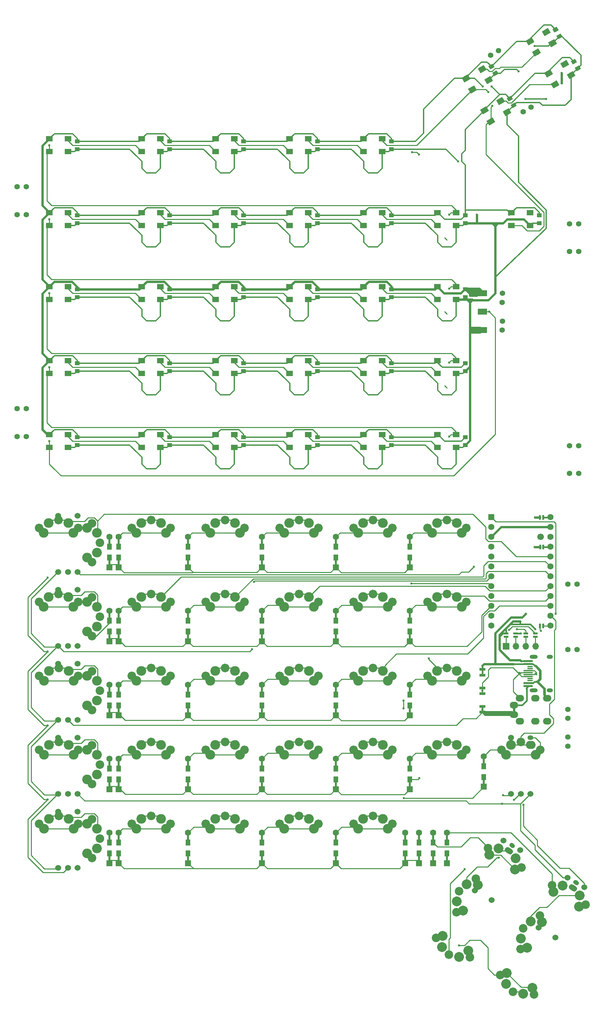
<source format=gtl>
G04 #@! TF.GenerationSoftware,KiCad,Pcbnew,(5.0.2)-1*
G04 #@! TF.CreationDate,2019-04-21T02:01:40-04:00*
G04 #@! TF.ProjectId,Zen2,5a656e32-2e6b-4696-9361-645f70636258,rev?*
G04 #@! TF.SameCoordinates,Original*
G04 #@! TF.FileFunction,Copper,L1,Top*
G04 #@! TF.FilePolarity,Positive*
%FSLAX46Y46*%
G04 Gerber Fmt 4.6, Leading zero omitted, Abs format (unit mm)*
G04 Created by KiCad (PCBNEW (5.0.2)-1) date 4/21/2019 2:01:40 AM*
%MOMM*%
%LPD*%
G01*
G04 APERTURE LIST*
G04 #@! TA.AperFunction,ComponentPad*
%ADD10C,1.524000*%
G04 #@! TD*
G04 #@! TA.AperFunction,ComponentPad*
%ADD11O,1.525000X1.200000*%
G04 #@! TD*
G04 #@! TA.AperFunction,ComponentPad*
%ADD12O,2.200000X1.700000*%
G04 #@! TD*
G04 #@! TA.AperFunction,ComponentPad*
%ADD13O,2.200000X2.200000*%
G04 #@! TD*
G04 #@! TA.AperFunction,ComponentPad*
%ADD14O,2.500000X2.500000*%
G04 #@! TD*
G04 #@! TA.AperFunction,ComponentPad*
%ADD15R,1.600000X1.600000*%
G04 #@! TD*
G04 #@! TA.AperFunction,ComponentPad*
%ADD16C,1.600000*%
G04 #@! TD*
G04 #@! TA.AperFunction,SMDPad,CuDef*
%ADD17R,1.200000X1.600000*%
G04 #@! TD*
G04 #@! TA.AperFunction,Conductor*
%ADD18R,0.500000X2.900000*%
G04 #@! TD*
G04 #@! TA.AperFunction,SMDPad,CuDef*
%ADD19R,1.500000X0.750000*%
G04 #@! TD*
G04 #@! TA.AperFunction,ComponentPad*
%ADD20R,1.700000X1.700000*%
G04 #@! TD*
G04 #@! TA.AperFunction,ComponentPad*
%ADD21O,1.700000X1.700000*%
G04 #@! TD*
G04 #@! TA.AperFunction,ComponentPad*
%ADD22C,2.500000*%
G04 #@! TD*
G04 #@! TA.AperFunction,Conductor*
%ADD23C,2.500000*%
G04 #@! TD*
G04 #@! TA.AperFunction,ComponentPad*
%ADD24C,2.200000*%
G04 #@! TD*
G04 #@! TA.AperFunction,Conductor*
%ADD25C,2.200000*%
G04 #@! TD*
G04 #@! TA.AperFunction,ComponentPad*
%ADD26C,1.400000*%
G04 #@! TD*
G04 #@! TA.AperFunction,Conductor*
%ADD27C,1.400000*%
G04 #@! TD*
G04 #@! TA.AperFunction,SMDPad,CuDef*
%ADD28R,0.600000X1.200000*%
G04 #@! TD*
G04 #@! TA.AperFunction,SMDPad,CuDef*
%ADD29R,1.200000X0.600000*%
G04 #@! TD*
G04 #@! TA.AperFunction,WasherPad*
%ADD30O,1.600000X1.000000*%
G04 #@! TD*
G04 #@! TA.AperFunction,WasherPad*
%ADD31O,2.100000X1.000000*%
G04 #@! TD*
G04 #@! TA.AperFunction,SMDPad,CuDef*
%ADD32R,2.450000X0.300000*%
G04 #@! TD*
G04 #@! TA.AperFunction,SMDPad,CuDef*
%ADD33R,1.450000X0.300000*%
G04 #@! TD*
G04 #@! TA.AperFunction,SMDPad,CuDef*
%ADD34R,2.450000X0.600000*%
G04 #@! TD*
G04 #@! TA.AperFunction,SMDPad,CuDef*
%ADD35R,1.800000X1.400000*%
G04 #@! TD*
G04 #@! TA.AperFunction,SMDPad,CuDef*
%ADD36C,1.400000*%
G04 #@! TD*
G04 #@! TA.AperFunction,Conductor*
%ADD37C,0.100000*%
G04 #@! TD*
G04 #@! TA.AperFunction,SMDPad,CuDef*
%ADD38R,2.400000X1.500000*%
G04 #@! TD*
G04 #@! TA.AperFunction,SMDPad,CuDef*
%ADD39R,1.250000X1.000000*%
G04 #@! TD*
G04 #@! TA.AperFunction,SMDPad,CuDef*
%ADD40C,1.000000*%
G04 #@! TD*
G04 #@! TA.AperFunction,ComponentPad*
%ADD41O,2.500000X2.100000*%
G04 #@! TD*
G04 #@! TA.AperFunction,ComponentPad*
%ADD42C,1.700000*%
G04 #@! TD*
G04 #@! TA.AperFunction,ComponentPad*
%ADD43C,1.100000*%
G04 #@! TD*
G04 #@! TA.AperFunction,Conductor*
%ADD44C,1.100000*%
G04 #@! TD*
G04 #@! TA.AperFunction,ViaPad*
%ADD45C,0.600000*%
G04 #@! TD*
G04 #@! TA.AperFunction,Conductor*
%ADD46C,0.250000*%
G04 #@! TD*
G04 #@! TA.AperFunction,Conductor*
%ADD47C,0.350000*%
G04 #@! TD*
G04 #@! TA.AperFunction,Conductor*
%ADD48C,0.600000*%
G04 #@! TD*
G04 #@! TA.AperFunction,Conductor*
%ADD49C,0.450000*%
G04 #@! TD*
G04 APERTURE END LIST*
D10*
G04 #@! TO.P,E1,1*
G04 #@! TO.N,/rotaryA*
X261819860Y-188475760D03*
G04 #@! TO.P,E1,3*
G04 #@! TO.N,GND*
X264319860Y-188475760D03*
G04 #@! TO.P,E1,2*
G04 #@! TO.N,/rotaryB*
X266819860Y-188475760D03*
D11*
G04 #@! TO.P,E1,4*
G04 #@! TO.N,/k33*
X266819860Y-173975760D03*
D10*
G04 #@! TO.P,E1,5*
G04 #@! TO.N,/col6*
X261819860Y-173975760D03*
G04 #@! TD*
D12*
G04 #@! TO.P,J2,2*
G04 #@! TO.N,/RGB*
X264100000Y-163850000D03*
G04 #@! TO.P,J2,1*
G04 #@! TO.N,GND*
X262600000Y-168050000D03*
G04 #@! TO.P,J2,4*
G04 #@! TO.N,+5V*
X271100000Y-163850000D03*
G04 #@! TO.P,J2,3*
G04 #@! TO.N,/SERIAL*
X268100000Y-163850000D03*
G04 #@! TO.P,J2,4*
G04 #@! TO.N,+5V*
X271100000Y-169800000D03*
G04 #@! TO.P,J2,3*
G04 #@! TO.N,/SERIAL*
X268100000Y-169800000D03*
G04 #@! TO.P,J2,2*
G04 #@! TO.N,/RGB*
X264100000Y-169800000D03*
G04 #@! TO.P,J2,1*
G04 #@! TO.N,GND*
X262600000Y-165600000D03*
G04 #@! TD*
D13*
G04 #@! TO.P,K26,1*
G04 #@! TO.N,/k26*
X153819500Y-205026000D03*
X153819500Y-195026000D03*
D14*
X152559500Y-203836000D03*
X152559500Y-196216000D03*
G04 #@! TO.P,K26,2*
G04 #@! TO.N,/col0*
X155099500Y-202566000D03*
X155099500Y-197486000D03*
D13*
X155919500Y-200026000D03*
D14*
G04 #@! TO.P,K26,1*
G04 #@! TO.N,/k26*
X149067000Y-197486000D03*
D13*
X140257000Y-196226000D03*
D14*
G04 #@! TO.P,K26,2*
G04 #@! TO.N,/col0*
X142717000Y-194946000D03*
X147797000Y-194946000D03*
D13*
X145257000Y-194126000D03*
D14*
G04 #@! TO.P,K26,1*
G04 #@! TO.N,/k26*
X141447000Y-197486000D03*
D13*
X150257000Y-196226000D03*
G04 #@! TD*
D14*
G04 #@! TO.P,K27,1*
G04 #@! TO.N,Net-(D28-Pad2)*
X172879000Y-197486000D03*
D13*
X164069000Y-196226000D03*
D14*
G04 #@! TO.P,K27,2*
G04 #@! TO.N,/col1*
X166529000Y-194946000D03*
X171609000Y-194946000D03*
D13*
X169069000Y-194126000D03*
D14*
G04 #@! TO.P,K27,1*
G04 #@! TO.N,Net-(D28-Pad2)*
X165259000Y-197486000D03*
D13*
X174069000Y-196226000D03*
G04 #@! TD*
G04 #@! TO.P,K19,1*
G04 #@! TO.N,/k19*
X153819500Y-185976000D03*
X153819500Y-175976000D03*
D14*
X152559500Y-184786000D03*
X152559500Y-177166000D03*
G04 #@! TO.P,K19,2*
G04 #@! TO.N,/col0*
X155099500Y-183516000D03*
X155099500Y-178436000D03*
D13*
X155919500Y-180976000D03*
D14*
G04 #@! TO.P,K19,1*
G04 #@! TO.N,/k19*
X149067000Y-178436000D03*
D13*
X140257000Y-177176000D03*
D14*
G04 #@! TO.P,K19,2*
G04 #@! TO.N,/col0*
X142717000Y-175896000D03*
X147797000Y-175896000D03*
D13*
X145257000Y-175076000D03*
D14*
G04 #@! TO.P,K19,1*
G04 #@! TO.N,/k19*
X141447000Y-178436000D03*
D13*
X150257000Y-177176000D03*
G04 #@! TD*
G04 #@! TO.P,K0,1*
G04 #@! TO.N,/k0*
X153818500Y-128825000D03*
X153818500Y-118825000D03*
D14*
X152558500Y-127635000D03*
X152558500Y-120015000D03*
G04 #@! TO.P,K0,2*
G04 #@! TO.N,/col0*
X155098500Y-126365000D03*
X155098500Y-121285000D03*
D13*
X155918500Y-123825000D03*
D14*
G04 #@! TO.P,K0,1*
G04 #@! TO.N,/k0*
X149066000Y-121285000D03*
D13*
X140256000Y-120025000D03*
D14*
G04 #@! TO.P,K0,2*
G04 #@! TO.N,/col0*
X142716000Y-118745000D03*
X147796000Y-118745000D03*
D13*
X145256000Y-117925000D03*
D14*
G04 #@! TO.P,K0,1*
G04 #@! TO.N,/k0*
X141446000Y-121285000D03*
D13*
X150256000Y-120025000D03*
G04 #@! TD*
D15*
G04 #@! TO.P,U1,1*
G04 #@! TO.N,/SERIAL*
X256700000Y-117209000D03*
D16*
G04 #@! TO.P,U1,2*
G04 #@! TO.N,/rotaryB*
X256700000Y-119749000D03*
G04 #@! TO.P,U1,3*
G04 #@! TO.N,GND*
X256700000Y-122289000D03*
G04 #@! TO.P,U1,4*
X256700000Y-124829000D03*
G04 #@! TO.P,U1,5*
G04 #@! TO.N,/SCL*
X256700000Y-127369000D03*
G04 #@! TO.P,U1,6*
G04 #@! TO.N,/SDA*
X256700000Y-129909000D03*
G04 #@! TO.P,U1,7*
G04 #@! TO.N,/rotaryA*
X256700000Y-132449000D03*
G04 #@! TO.P,U1,8*
G04 #@! TO.N,/row0*
X256700000Y-134989000D03*
G04 #@! TO.P,U1,9*
G04 #@! TO.N,/row3*
X256700000Y-137529000D03*
G04 #@! TO.P,U1,10*
G04 #@! TO.N,/row1*
X256700000Y-140069000D03*
G04 #@! TO.P,U1,11*
G04 #@! TO.N,/row4*
X256700000Y-142609000D03*
G04 #@! TO.P,U1,12*
G04 #@! TO.N,/row2*
X256700000Y-145149000D03*
G04 #@! TO.P,U1,13*
G04 #@! TO.N,Net-(SJ11-Pad1)*
X271940000Y-145149000D03*
G04 #@! TO.P,U1,14*
G04 #@! TO.N,/col6*
X271940000Y-142609000D03*
G04 #@! TO.P,U1,15*
G04 #@! TO.N,/col4*
X271940000Y-140069000D03*
G04 #@! TO.P,U1,16*
G04 #@! TO.N,/col5*
X271940000Y-137529000D03*
G04 #@! TO.P,U1,17*
G04 #@! TO.N,/col3*
X271940000Y-134989000D03*
G04 #@! TO.P,U1,18*
G04 #@! TO.N,/col2*
X271940000Y-132449000D03*
G04 #@! TO.P,U1,19*
G04 #@! TO.N,/col1*
X271940000Y-129909000D03*
G04 #@! TO.P,U1,20*
G04 #@! TO.N,/col0*
X271940000Y-127369000D03*
G04 #@! TO.P,U1,21*
G04 #@! TO.N,Net-(SJ1-Pad1)*
X271940000Y-124829000D03*
G04 #@! TO.P,U1,22*
G04 #@! TO.N,/RST*
X271940000Y-122289000D03*
G04 #@! TO.P,U1,23*
G04 #@! TO.N,GND*
X271940000Y-119749000D03*
G04 #@! TO.P,U1,24*
G04 #@! TO.N,Net-(SJ13-Pad1)*
X271940000Y-117209000D03*
G04 #@! TD*
D17*
G04 #@! TO.P,D1,1*
G04 #@! TO.N,/row0*
X158354000Y-127607000D03*
G04 #@! TO.P,D1,2*
G04 #@! TO.N,/k0*
X158354000Y-124807000D03*
D16*
X158354000Y-122307000D03*
D15*
G04 #@! TO.P,D1,1*
G04 #@! TO.N,/row0*
X158354000Y-130107000D03*
D18*
G04 #@! TD*
G04 #@! TO.N,/k0*
G04 #@! TO.C,D1*
X158354000Y-123707000D03*
G04 #@! TO.N,/row0*
G04 #@! TO.C,D1*
X158354000Y-128707000D03*
G04 #@! TD*
D17*
G04 #@! TO.P,D2,1*
G04 #@! TO.N,/row0*
X160735000Y-127607000D03*
G04 #@! TO.P,D2,2*
G04 #@! TO.N,Net-(D2-Pad2)*
X160735000Y-124807000D03*
D16*
X160735000Y-122307000D03*
D15*
G04 #@! TO.P,D2,1*
G04 #@! TO.N,/row0*
X160735000Y-130107000D03*
D18*
G04 #@! TD*
G04 #@! TO.N,Net-(D2-Pad2)*
G04 #@! TO.C,D2*
X160735000Y-123707000D03*
G04 #@! TO.N,/row0*
G04 #@! TO.C,D2*
X160735000Y-128707000D03*
G04 #@! TD*
D17*
G04 #@! TO.P,D3,1*
G04 #@! TO.N,/row0*
X178594000Y-127607000D03*
G04 #@! TO.P,D3,2*
G04 #@! TO.N,Net-(D3-Pad2)*
X178594000Y-124807000D03*
D16*
X178594000Y-122307000D03*
D15*
G04 #@! TO.P,D3,1*
G04 #@! TO.N,/row0*
X178594000Y-130107000D03*
D18*
G04 #@! TD*
G04 #@! TO.N,Net-(D3-Pad2)*
G04 #@! TO.C,D3*
X178594000Y-123707000D03*
G04 #@! TO.N,/row0*
G04 #@! TO.C,D3*
X178594000Y-128707000D03*
G04 #@! TD*
D17*
G04 #@! TO.P,D4,1*
G04 #@! TO.N,/row0*
X197645000Y-127607000D03*
G04 #@! TO.P,D4,2*
G04 #@! TO.N,Net-(D4-Pad2)*
X197645000Y-124807000D03*
D16*
X197645000Y-122307000D03*
D15*
G04 #@! TO.P,D4,1*
G04 #@! TO.N,/row0*
X197645000Y-130107000D03*
D18*
G04 #@! TD*
G04 #@! TO.N,Net-(D4-Pad2)*
G04 #@! TO.C,D4*
X197645000Y-123707000D03*
G04 #@! TO.N,/row0*
G04 #@! TO.C,D4*
X197645000Y-128707000D03*
G04 #@! TD*
D17*
G04 #@! TO.P,D5,1*
G04 #@! TO.N,/row0*
X216695000Y-127607000D03*
G04 #@! TO.P,D5,2*
G04 #@! TO.N,Net-(D5-Pad2)*
X216695000Y-124807000D03*
D16*
X216695000Y-122307000D03*
D15*
G04 #@! TO.P,D5,1*
G04 #@! TO.N,/row0*
X216695000Y-130107000D03*
D18*
G04 #@! TD*
G04 #@! TO.N,Net-(D5-Pad2)*
G04 #@! TO.C,D5*
X216695000Y-123707000D03*
G04 #@! TO.N,/row0*
G04 #@! TO.C,D5*
X216695000Y-128707000D03*
G04 #@! TD*
D17*
G04 #@! TO.P,D6,1*
G04 #@! TO.N,/row0*
X235745000Y-127607000D03*
G04 #@! TO.P,D6,2*
G04 #@! TO.N,Net-(D6-Pad2)*
X235745000Y-124807000D03*
D16*
X235745000Y-122307000D03*
D15*
G04 #@! TO.P,D6,1*
G04 #@! TO.N,/row0*
X235745000Y-130107000D03*
D18*
G04 #@! TD*
G04 #@! TO.N,Net-(D6-Pad2)*
G04 #@! TO.C,D6*
X235745000Y-123707000D03*
G04 #@! TO.N,/row0*
G04 #@! TO.C,D6*
X235745000Y-128707000D03*
G04 #@! TD*
D17*
G04 #@! TO.P,D7,1*
G04 #@! TO.N,/row1*
X158354000Y-146657000D03*
G04 #@! TO.P,D7,2*
G04 #@! TO.N,/k6*
X158354000Y-143857000D03*
D16*
X158354000Y-141357000D03*
D15*
G04 #@! TO.P,D7,1*
G04 #@! TO.N,/row1*
X158354000Y-149157000D03*
D18*
G04 #@! TD*
G04 #@! TO.N,/k6*
G04 #@! TO.C,D7*
X158354000Y-142757000D03*
G04 #@! TO.N,/row1*
G04 #@! TO.C,D7*
X158354000Y-147757000D03*
G04 #@! TD*
D17*
G04 #@! TO.P,D8,1*
G04 #@! TO.N,/row1*
X160735000Y-146657000D03*
G04 #@! TO.P,D8,2*
G04 #@! TO.N,Net-(D8-Pad2)*
X160735000Y-143857000D03*
D16*
X160735000Y-141357000D03*
D15*
G04 #@! TO.P,D8,1*
G04 #@! TO.N,/row1*
X160735000Y-149157000D03*
D18*
G04 #@! TD*
G04 #@! TO.N,Net-(D8-Pad2)*
G04 #@! TO.C,D8*
X160735000Y-142757000D03*
G04 #@! TO.N,/row1*
G04 #@! TO.C,D8*
X160735000Y-147757000D03*
G04 #@! TD*
D17*
G04 #@! TO.P,D9,1*
G04 #@! TO.N,/row1*
X178594000Y-146657000D03*
G04 #@! TO.P,D9,2*
G04 #@! TO.N,Net-(D9-Pad2)*
X178594000Y-143857000D03*
D16*
X178594000Y-141357000D03*
D15*
G04 #@! TO.P,D9,1*
G04 #@! TO.N,/row1*
X178594000Y-149157000D03*
D18*
G04 #@! TD*
G04 #@! TO.N,Net-(D9-Pad2)*
G04 #@! TO.C,D9*
X178594000Y-142757000D03*
G04 #@! TO.N,/row1*
G04 #@! TO.C,D9*
X178594000Y-147757000D03*
G04 #@! TD*
D17*
G04 #@! TO.P,D10,1*
G04 #@! TO.N,/row1*
X197645000Y-146657000D03*
G04 #@! TO.P,D10,2*
G04 #@! TO.N,Net-(D10-Pad2)*
X197645000Y-143857000D03*
D16*
X197645000Y-141357000D03*
D15*
G04 #@! TO.P,D10,1*
G04 #@! TO.N,/row1*
X197645000Y-149157000D03*
D18*
G04 #@! TD*
G04 #@! TO.N,Net-(D10-Pad2)*
G04 #@! TO.C,D10*
X197645000Y-142757000D03*
G04 #@! TO.N,/row1*
G04 #@! TO.C,D10*
X197645000Y-147757000D03*
G04 #@! TD*
D17*
G04 #@! TO.P,D11,1*
G04 #@! TO.N,/row1*
X216695000Y-146657000D03*
G04 #@! TO.P,D11,2*
G04 #@! TO.N,Net-(D11-Pad2)*
X216695000Y-143857000D03*
D16*
X216695000Y-141357000D03*
D15*
G04 #@! TO.P,D11,1*
G04 #@! TO.N,/row1*
X216695000Y-149157000D03*
D18*
G04 #@! TD*
G04 #@! TO.N,Net-(D11-Pad2)*
G04 #@! TO.C,D11*
X216695000Y-142757000D03*
G04 #@! TO.N,/row1*
G04 #@! TO.C,D11*
X216695000Y-147757000D03*
G04 #@! TD*
D17*
G04 #@! TO.P,D12,1*
G04 #@! TO.N,/row1*
X235745000Y-146657000D03*
G04 #@! TO.P,D12,2*
G04 #@! TO.N,Net-(D12-Pad2)*
X235745000Y-143857000D03*
D16*
X235745000Y-141357000D03*
D15*
G04 #@! TO.P,D12,1*
G04 #@! TO.N,/row1*
X235745000Y-149157000D03*
D18*
G04 #@! TD*
G04 #@! TO.N,Net-(D12-Pad2)*
G04 #@! TO.C,D12*
X235745000Y-142757000D03*
G04 #@! TO.N,/row1*
G04 #@! TO.C,D12*
X235745000Y-147757000D03*
G04 #@! TD*
D17*
G04 #@! TO.P,D13,1*
G04 #@! TO.N,/row2*
X158354000Y-165707000D03*
G04 #@! TO.P,D13,2*
G04 #@! TO.N,/k12*
X158354000Y-162907000D03*
D16*
X158354000Y-160407000D03*
D15*
G04 #@! TO.P,D13,1*
G04 #@! TO.N,/row2*
X158354000Y-168207000D03*
D18*
G04 #@! TD*
G04 #@! TO.N,/k12*
G04 #@! TO.C,D13*
X158354000Y-161807000D03*
G04 #@! TO.N,/row2*
G04 #@! TO.C,D13*
X158354000Y-166807000D03*
G04 #@! TD*
D17*
G04 #@! TO.P,D14,1*
G04 #@! TO.N,/row2*
X160735000Y-165707000D03*
G04 #@! TO.P,D14,2*
G04 #@! TO.N,Net-(D14-Pad2)*
X160735000Y-162907000D03*
D16*
X160735000Y-160407000D03*
D15*
G04 #@! TO.P,D14,1*
G04 #@! TO.N,/row2*
X160735000Y-168207000D03*
D18*
G04 #@! TD*
G04 #@! TO.N,Net-(D14-Pad2)*
G04 #@! TO.C,D14*
X160735000Y-161807000D03*
G04 #@! TO.N,/row2*
G04 #@! TO.C,D14*
X160735000Y-166807000D03*
G04 #@! TD*
D17*
G04 #@! TO.P,D15,1*
G04 #@! TO.N,/row2*
X178594000Y-165707000D03*
G04 #@! TO.P,D15,2*
G04 #@! TO.N,Net-(D15-Pad2)*
X178594000Y-162907000D03*
D16*
X178594000Y-160407000D03*
D15*
G04 #@! TO.P,D15,1*
G04 #@! TO.N,/row2*
X178594000Y-168207000D03*
D18*
G04 #@! TD*
G04 #@! TO.N,Net-(D15-Pad2)*
G04 #@! TO.C,D15*
X178594000Y-161807000D03*
G04 #@! TO.N,/row2*
G04 #@! TO.C,D15*
X178594000Y-166807000D03*
G04 #@! TD*
D17*
G04 #@! TO.P,D16,1*
G04 #@! TO.N,/row2*
X197645000Y-165707000D03*
G04 #@! TO.P,D16,2*
G04 #@! TO.N,Net-(D16-Pad2)*
X197645000Y-162907000D03*
D16*
X197645000Y-160407000D03*
D15*
G04 #@! TO.P,D16,1*
G04 #@! TO.N,/row2*
X197645000Y-168207000D03*
D18*
G04 #@! TD*
G04 #@! TO.N,Net-(D16-Pad2)*
G04 #@! TO.C,D16*
X197645000Y-161807000D03*
G04 #@! TO.N,/row2*
G04 #@! TO.C,D16*
X197645000Y-166807000D03*
G04 #@! TD*
D17*
G04 #@! TO.P,D17,1*
G04 #@! TO.N,/row2*
X216695000Y-165707000D03*
G04 #@! TO.P,D17,2*
G04 #@! TO.N,Net-(D17-Pad2)*
X216695000Y-162907000D03*
D16*
X216695000Y-160407000D03*
D15*
G04 #@! TO.P,D17,1*
G04 #@! TO.N,/row2*
X216695000Y-168207000D03*
D18*
G04 #@! TD*
G04 #@! TO.N,Net-(D17-Pad2)*
G04 #@! TO.C,D17*
X216695000Y-161807000D03*
G04 #@! TO.N,/row2*
G04 #@! TO.C,D17*
X216695000Y-166807000D03*
G04 #@! TD*
D17*
G04 #@! TO.P,D18,1*
G04 #@! TO.N,/row2*
X235745000Y-165707000D03*
G04 #@! TO.P,D18,2*
G04 #@! TO.N,Net-(D18-Pad2)*
X235745000Y-162907000D03*
D16*
X235745000Y-160407000D03*
D15*
G04 #@! TO.P,D18,1*
G04 #@! TO.N,/row2*
X235745000Y-168207000D03*
D18*
G04 #@! TD*
G04 #@! TO.N,Net-(D18-Pad2)*
G04 #@! TO.C,D18*
X235745000Y-161807000D03*
G04 #@! TO.N,/row2*
G04 #@! TO.C,D18*
X235745000Y-166807000D03*
G04 #@! TD*
D17*
G04 #@! TO.P,D19,1*
G04 #@! TO.N,/row2*
X245270000Y-203807000D03*
G04 #@! TO.P,D19,2*
G04 #@! TO.N,/k18*
X245270000Y-201007000D03*
D16*
X245270000Y-198507000D03*
D15*
G04 #@! TO.P,D19,1*
G04 #@! TO.N,/row2*
X245270000Y-206307000D03*
D18*
G04 #@! TD*
G04 #@! TO.N,/k18*
G04 #@! TO.C,D19*
X245270000Y-199907000D03*
G04 #@! TO.N,/row2*
G04 #@! TO.C,D19*
X245270000Y-204907000D03*
G04 #@! TD*
D17*
G04 #@! TO.P,D20,1*
G04 #@! TO.N,/row3*
X158354000Y-184757000D03*
G04 #@! TO.P,D20,2*
G04 #@! TO.N,/k19*
X158354000Y-181957000D03*
D16*
X158354000Y-179457000D03*
D15*
G04 #@! TO.P,D20,1*
G04 #@! TO.N,/row3*
X158354000Y-187257000D03*
D18*
G04 #@! TD*
G04 #@! TO.N,/k19*
G04 #@! TO.C,D20*
X158354000Y-180857000D03*
G04 #@! TO.N,/row3*
G04 #@! TO.C,D20*
X158354000Y-185857000D03*
G04 #@! TD*
D17*
G04 #@! TO.P,D21,1*
G04 #@! TO.N,/row3*
X160735000Y-184757000D03*
G04 #@! TO.P,D21,2*
G04 #@! TO.N,Net-(D21-Pad2)*
X160735000Y-181957000D03*
D16*
X160735000Y-179457000D03*
D15*
G04 #@! TO.P,D21,1*
G04 #@! TO.N,/row3*
X160735000Y-187257000D03*
D18*
G04 #@! TD*
G04 #@! TO.N,Net-(D21-Pad2)*
G04 #@! TO.C,D21*
X160735000Y-180857000D03*
G04 #@! TO.N,/row3*
G04 #@! TO.C,D21*
X160735000Y-185857000D03*
G04 #@! TD*
D17*
G04 #@! TO.P,D22,1*
G04 #@! TO.N,/row3*
X178594000Y-184757000D03*
G04 #@! TO.P,D22,2*
G04 #@! TO.N,Net-(D22-Pad2)*
X178594000Y-181957000D03*
D16*
X178594000Y-179457000D03*
D15*
G04 #@! TO.P,D22,1*
G04 #@! TO.N,/row3*
X178594000Y-187257000D03*
D18*
G04 #@! TD*
G04 #@! TO.N,Net-(D22-Pad2)*
G04 #@! TO.C,D22*
X178594000Y-180857000D03*
G04 #@! TO.N,/row3*
G04 #@! TO.C,D22*
X178594000Y-185857000D03*
G04 #@! TD*
D17*
G04 #@! TO.P,D23,1*
G04 #@! TO.N,/row3*
X197645000Y-184757000D03*
G04 #@! TO.P,D23,2*
G04 #@! TO.N,Net-(D23-Pad2)*
X197645000Y-181957000D03*
D16*
X197645000Y-179457000D03*
D15*
G04 #@! TO.P,D23,1*
G04 #@! TO.N,/row3*
X197645000Y-187257000D03*
D18*
G04 #@! TD*
G04 #@! TO.N,Net-(D23-Pad2)*
G04 #@! TO.C,D23*
X197645000Y-180857000D03*
G04 #@! TO.N,/row3*
G04 #@! TO.C,D23*
X197645000Y-185857000D03*
G04 #@! TD*
D17*
G04 #@! TO.P,D24,1*
G04 #@! TO.N,/row3*
X216695000Y-184757000D03*
G04 #@! TO.P,D24,2*
G04 #@! TO.N,Net-(D24-Pad2)*
X216695000Y-181957000D03*
D16*
X216695000Y-179457000D03*
D15*
G04 #@! TO.P,D24,1*
G04 #@! TO.N,/row3*
X216695000Y-187257000D03*
D18*
G04 #@! TD*
G04 #@! TO.N,Net-(D24-Pad2)*
G04 #@! TO.C,D24*
X216695000Y-180857000D03*
G04 #@! TO.N,/row3*
G04 #@! TO.C,D24*
X216695000Y-185857000D03*
G04 #@! TD*
D17*
G04 #@! TO.P,D25,1*
G04 #@! TO.N,/row3*
X235745000Y-184757000D03*
G04 #@! TO.P,D25,2*
G04 #@! TO.N,Net-(D25-Pad2)*
X235745000Y-181957000D03*
D16*
X235745000Y-179457000D03*
D15*
G04 #@! TO.P,D25,1*
G04 #@! TO.N,/row3*
X235745000Y-187257000D03*
D18*
G04 #@! TD*
G04 #@! TO.N,Net-(D25-Pad2)*
G04 #@! TO.C,D25*
X235745000Y-180857000D03*
G04 #@! TO.N,/row3*
G04 #@! TO.C,D25*
X235745000Y-185857000D03*
G04 #@! TD*
D17*
G04 #@! TO.P,D26,1*
G04 #@! TO.N,/row3*
X241698000Y-203807000D03*
G04 #@! TO.P,D26,2*
G04 #@! TO.N,/k25*
X241698000Y-201007000D03*
D16*
X241698000Y-198507000D03*
D15*
G04 #@! TO.P,D26,1*
G04 #@! TO.N,/row3*
X241698000Y-206307000D03*
D18*
G04 #@! TD*
G04 #@! TO.N,/k25*
G04 #@! TO.C,D26*
X241698000Y-199907000D03*
G04 #@! TO.N,/row3*
G04 #@! TO.C,D26*
X241698000Y-204907000D03*
G04 #@! TD*
D17*
G04 #@! TO.P,D27,1*
G04 #@! TO.N,/row4*
X158354000Y-203807000D03*
G04 #@! TO.P,D27,2*
G04 #@! TO.N,/k26*
X158354000Y-201007000D03*
D16*
X158354000Y-198507000D03*
D15*
G04 #@! TO.P,D27,1*
G04 #@! TO.N,/row4*
X158354000Y-206307000D03*
D18*
G04 #@! TD*
G04 #@! TO.N,/k26*
G04 #@! TO.C,D27*
X158354000Y-199907000D03*
G04 #@! TO.N,/row4*
G04 #@! TO.C,D27*
X158354000Y-204907000D03*
G04 #@! TD*
D17*
G04 #@! TO.P,D28,1*
G04 #@! TO.N,/row4*
X160735000Y-203807000D03*
G04 #@! TO.P,D28,2*
G04 #@! TO.N,Net-(D28-Pad2)*
X160735000Y-201007000D03*
D16*
X160735000Y-198507000D03*
D15*
G04 #@! TO.P,D28,1*
G04 #@! TO.N,/row4*
X160735000Y-206307000D03*
D18*
G04 #@! TD*
G04 #@! TO.N,Net-(D28-Pad2)*
G04 #@! TO.C,D28*
X160735000Y-199907000D03*
G04 #@! TO.N,/row4*
G04 #@! TO.C,D28*
X160735000Y-204907000D03*
G04 #@! TD*
D17*
G04 #@! TO.P,D29,1*
G04 #@! TO.N,/row4*
X178594000Y-203807000D03*
G04 #@! TO.P,D29,2*
G04 #@! TO.N,Net-(D29-Pad2)*
X178594000Y-201007000D03*
D16*
X178594000Y-198507000D03*
D15*
G04 #@! TO.P,D29,1*
G04 #@! TO.N,/row4*
X178594000Y-206307000D03*
D18*
G04 #@! TD*
G04 #@! TO.N,Net-(D29-Pad2)*
G04 #@! TO.C,D29*
X178594000Y-199907000D03*
G04 #@! TO.N,/row4*
G04 #@! TO.C,D29*
X178594000Y-204907000D03*
G04 #@! TD*
D17*
G04 #@! TO.P,D30,1*
G04 #@! TO.N,/row4*
X197645000Y-203807000D03*
G04 #@! TO.P,D30,2*
G04 #@! TO.N,Net-(D30-Pad2)*
X197645000Y-201007000D03*
D16*
X197645000Y-198507000D03*
D15*
G04 #@! TO.P,D30,1*
G04 #@! TO.N,/row4*
X197645000Y-206307000D03*
D18*
G04 #@! TD*
G04 #@! TO.N,Net-(D30-Pad2)*
G04 #@! TO.C,D30*
X197645000Y-199907000D03*
G04 #@! TO.N,/row4*
G04 #@! TO.C,D30*
X197645000Y-204907000D03*
G04 #@! TD*
D17*
G04 #@! TO.P,D31,1*
G04 #@! TO.N,/row4*
X216695000Y-203807000D03*
G04 #@! TO.P,D31,2*
G04 #@! TO.N,Net-(D31-Pad2)*
X216695000Y-201007000D03*
D16*
X216695000Y-198507000D03*
D15*
G04 #@! TO.P,D31,1*
G04 #@! TO.N,/row4*
X216695000Y-206307000D03*
D18*
G04 #@! TD*
G04 #@! TO.N,Net-(D31-Pad2)*
G04 #@! TO.C,D31*
X216695000Y-199907000D03*
G04 #@! TO.N,/row4*
G04 #@! TO.C,D31*
X216695000Y-204907000D03*
G04 #@! TD*
D17*
G04 #@! TO.P,D32,1*
G04 #@! TO.N,/row4*
X234554000Y-203807000D03*
G04 #@! TO.P,D32,2*
G04 #@! TO.N,Net-(D32-Pad2)*
X234554000Y-201007000D03*
D16*
X234554000Y-198507000D03*
D15*
G04 #@! TO.P,D32,1*
G04 #@! TO.N,/row4*
X234554000Y-206307000D03*
D18*
G04 #@! TD*
G04 #@! TO.N,Net-(D32-Pad2)*
G04 #@! TO.C,D32*
X234554000Y-199907000D03*
G04 #@! TO.N,/row4*
G04 #@! TO.C,D32*
X234554000Y-204907000D03*
G04 #@! TD*
D17*
G04 #@! TO.P,D33,1*
G04 #@! TO.N,/row4*
X238126000Y-203807000D03*
G04 #@! TO.P,D33,2*
G04 #@! TO.N,Net-(D33-Pad2)*
X238126000Y-201007000D03*
D16*
X238126000Y-198507000D03*
D15*
G04 #@! TO.P,D33,1*
G04 #@! TO.N,/row4*
X238126000Y-206307000D03*
D18*
G04 #@! TD*
G04 #@! TO.N,Net-(D33-Pad2)*
G04 #@! TO.C,D33*
X238126000Y-199907000D03*
G04 #@! TO.N,/row4*
G04 #@! TO.C,D33*
X238126000Y-204907000D03*
G04 #@! TD*
D19*
G04 #@! TO.P,F3,1*
G04 #@! TO.N,GND*
X254454000Y-165963000D03*
X254454000Y-167413000D03*
G04 #@! TD*
G04 #@! TO.P,F4,1*
G04 #@! TO.N,/5V-2*
X254454000Y-156438000D03*
X254454000Y-157888000D03*
G04 #@! TD*
G04 #@! TO.P,F5,1*
G04 #@! TO.N,/RGB*
X254454000Y-161201000D03*
X254454000Y-162651000D03*
G04 #@! TD*
D20*
G04 #@! TO.P,J1,1*
G04 #@! TO.N,Net-(J1-Pad1)*
X260500000Y-150500000D03*
D21*
G04 #@! TO.P,J1,2*
G04 #@! TO.N,Net-(J1-Pad2)*
X263040000Y-150500000D03*
G04 #@! TO.P,J1,3*
G04 #@! TO.N,Net-(J1-Pad3)*
X265580000Y-150500000D03*
G04 #@! TO.P,J1,4*
G04 #@! TO.N,Net-(J1-Pad4)*
X268120000Y-150500000D03*
G04 #@! TD*
D14*
G04 #@! TO.P,K1,1*
G04 #@! TO.N,Net-(D2-Pad2)*
X172879000Y-121285000D03*
D13*
X164069000Y-120025000D03*
D14*
G04 #@! TO.P,K1,2*
G04 #@! TO.N,/col1*
X166529000Y-118745000D03*
X171609000Y-118745000D03*
D13*
X169069000Y-117925000D03*
D14*
G04 #@! TO.P,K1,1*
G04 #@! TO.N,Net-(D2-Pad2)*
X165259000Y-121285000D03*
D13*
X174069000Y-120025000D03*
G04 #@! TD*
D14*
G04 #@! TO.P,K2,1*
G04 #@! TO.N,Net-(D3-Pad2)*
X191929000Y-121285000D03*
D13*
X183119000Y-120025000D03*
D14*
G04 #@! TO.P,K2,2*
G04 #@! TO.N,/col2*
X185579000Y-118745000D03*
X190659000Y-118745000D03*
D13*
X188119000Y-117925000D03*
D14*
G04 #@! TO.P,K2,1*
G04 #@! TO.N,Net-(D3-Pad2)*
X184309000Y-121285000D03*
D13*
X193119000Y-120025000D03*
G04 #@! TD*
D14*
G04 #@! TO.P,K3,1*
G04 #@! TO.N,Net-(D4-Pad2)*
X210979000Y-121285000D03*
D13*
X202169000Y-120025000D03*
D14*
G04 #@! TO.P,K3,2*
G04 #@! TO.N,/col3*
X204629000Y-118745000D03*
X209709000Y-118745000D03*
D13*
X207169000Y-117925000D03*
D14*
G04 #@! TO.P,K3,1*
G04 #@! TO.N,Net-(D4-Pad2)*
X203359000Y-121285000D03*
D13*
X212169000Y-120025000D03*
G04 #@! TD*
D14*
G04 #@! TO.P,K4,1*
G04 #@! TO.N,Net-(D5-Pad2)*
X230029000Y-121285000D03*
D13*
X221219000Y-120025000D03*
D14*
G04 #@! TO.P,K4,2*
G04 #@! TO.N,/col4*
X223679000Y-118745000D03*
X228759000Y-118745000D03*
D13*
X226219000Y-117925000D03*
D14*
G04 #@! TO.P,K4,1*
G04 #@! TO.N,Net-(D5-Pad2)*
X222409000Y-121285000D03*
D13*
X231219000Y-120025000D03*
G04 #@! TD*
D14*
G04 #@! TO.P,K5,1*
G04 #@! TO.N,Net-(D6-Pad2)*
X249079000Y-121285000D03*
D13*
X240269000Y-120025000D03*
D14*
G04 #@! TO.P,K5,2*
G04 #@! TO.N,/col5*
X242729000Y-118745000D03*
X247809000Y-118745000D03*
D13*
X245269000Y-117925000D03*
D14*
G04 #@! TO.P,K5,1*
G04 #@! TO.N,Net-(D6-Pad2)*
X241459000Y-121285000D03*
D13*
X250269000Y-120025000D03*
G04 #@! TD*
G04 #@! TO.P,K6,1*
G04 #@! TO.N,/k6*
X153818500Y-147875000D03*
X153818500Y-137875000D03*
D14*
X152558500Y-146685000D03*
X152558500Y-139065000D03*
G04 #@! TO.P,K6,2*
G04 #@! TO.N,/col0*
X155098500Y-145415000D03*
X155098500Y-140335000D03*
D13*
X155918500Y-142875000D03*
D14*
G04 #@! TO.P,K6,1*
G04 #@! TO.N,/k6*
X149066000Y-140335000D03*
D13*
X140256000Y-139075000D03*
D14*
G04 #@! TO.P,K6,2*
G04 #@! TO.N,/col0*
X142716000Y-137795000D03*
X147796000Y-137795000D03*
D13*
X145256000Y-136975000D03*
D14*
G04 #@! TO.P,K6,1*
G04 #@! TO.N,/k6*
X141446000Y-140335000D03*
D13*
X150256000Y-139075000D03*
G04 #@! TD*
D14*
G04 #@! TO.P,K7,1*
G04 #@! TO.N,Net-(D8-Pad2)*
X172879000Y-140335000D03*
D13*
X164069000Y-139075000D03*
D14*
G04 #@! TO.P,K7,2*
G04 #@! TO.N,/col1*
X166529000Y-137795000D03*
X171609000Y-137795000D03*
D13*
X169069000Y-136975000D03*
D14*
G04 #@! TO.P,K7,1*
G04 #@! TO.N,Net-(D8-Pad2)*
X165259000Y-140335000D03*
D13*
X174069000Y-139075000D03*
G04 #@! TD*
D14*
G04 #@! TO.P,K8,1*
G04 #@! TO.N,Net-(D9-Pad2)*
X191929000Y-140335000D03*
D13*
X183119000Y-139075000D03*
D14*
G04 #@! TO.P,K8,2*
G04 #@! TO.N,/col2*
X185579000Y-137795000D03*
X190659000Y-137795000D03*
D13*
X188119000Y-136975000D03*
D14*
G04 #@! TO.P,K8,1*
G04 #@! TO.N,Net-(D9-Pad2)*
X184309000Y-140335000D03*
D13*
X193119000Y-139075000D03*
G04 #@! TD*
D14*
G04 #@! TO.P,K9,1*
G04 #@! TO.N,Net-(D10-Pad2)*
X210979000Y-140335000D03*
D13*
X202169000Y-139075000D03*
D14*
G04 #@! TO.P,K9,2*
G04 #@! TO.N,/col3*
X204629000Y-137795000D03*
X209709000Y-137795000D03*
D13*
X207169000Y-136975000D03*
D14*
G04 #@! TO.P,K9,1*
G04 #@! TO.N,Net-(D10-Pad2)*
X203359000Y-140335000D03*
D13*
X212169000Y-139075000D03*
G04 #@! TD*
D14*
G04 #@! TO.P,K10,1*
G04 #@! TO.N,Net-(D11-Pad2)*
X230029000Y-140335000D03*
D13*
X221219000Y-139075000D03*
D14*
G04 #@! TO.P,K10,2*
G04 #@! TO.N,/col4*
X223679000Y-137795000D03*
X228759000Y-137795000D03*
D13*
X226219000Y-136975000D03*
D14*
G04 #@! TO.P,K10,1*
G04 #@! TO.N,Net-(D11-Pad2)*
X222409000Y-140335000D03*
D13*
X231219000Y-139075000D03*
G04 #@! TD*
D14*
G04 #@! TO.P,K11,1*
G04 #@! TO.N,Net-(D12-Pad2)*
X249079000Y-140335000D03*
D13*
X240269000Y-139075000D03*
D14*
G04 #@! TO.P,K11,2*
G04 #@! TO.N,/col5*
X242729000Y-137795000D03*
X247809000Y-137795000D03*
D13*
X245269000Y-136975000D03*
D14*
G04 #@! TO.P,K11,1*
G04 #@! TO.N,Net-(D12-Pad2)*
X241459000Y-140335000D03*
D13*
X250269000Y-139075000D03*
G04 #@! TD*
G04 #@! TO.P,K12,1*
G04 #@! TO.N,/k12*
X153819500Y-166926000D03*
X153819500Y-156926000D03*
D14*
X152559500Y-165736000D03*
X152559500Y-158116000D03*
G04 #@! TO.P,K12,2*
G04 #@! TO.N,/col0*
X155099500Y-164466000D03*
X155099500Y-159386000D03*
D13*
X155919500Y-161926000D03*
D14*
G04 #@! TO.P,K12,1*
G04 #@! TO.N,/k12*
X149067000Y-159386000D03*
D13*
X140257000Y-158126000D03*
D14*
G04 #@! TO.P,K12,2*
G04 #@! TO.N,/col0*
X142717000Y-156846000D03*
X147797000Y-156846000D03*
D13*
X145257000Y-156026000D03*
D14*
G04 #@! TO.P,K12,1*
G04 #@! TO.N,/k12*
X141447000Y-159386000D03*
D13*
X150257000Y-158126000D03*
G04 #@! TD*
D14*
G04 #@! TO.P,K13,1*
G04 #@! TO.N,Net-(D14-Pad2)*
X172879000Y-159386000D03*
D13*
X164069000Y-158126000D03*
D14*
G04 #@! TO.P,K13,2*
G04 #@! TO.N,/col1*
X166529000Y-156846000D03*
X171609000Y-156846000D03*
D13*
X169069000Y-156026000D03*
D14*
G04 #@! TO.P,K13,1*
G04 #@! TO.N,Net-(D14-Pad2)*
X165259000Y-159386000D03*
D13*
X174069000Y-158126000D03*
G04 #@! TD*
D14*
G04 #@! TO.P,K14,1*
G04 #@! TO.N,Net-(D15-Pad2)*
X191930000Y-159386000D03*
D13*
X183120000Y-158126000D03*
D14*
G04 #@! TO.P,K14,2*
G04 #@! TO.N,/col2*
X185580000Y-156846000D03*
X190660000Y-156846000D03*
D13*
X188120000Y-156026000D03*
D14*
G04 #@! TO.P,K14,1*
G04 #@! TO.N,Net-(D15-Pad2)*
X184310000Y-159386000D03*
D13*
X193120000Y-158126000D03*
G04 #@! TD*
D14*
G04 #@! TO.P,K15,1*
G04 #@! TO.N,Net-(D16-Pad2)*
X210980000Y-159386000D03*
D13*
X202170000Y-158126000D03*
D14*
G04 #@! TO.P,K15,2*
G04 #@! TO.N,/col3*
X204630000Y-156846000D03*
X209710000Y-156846000D03*
D13*
X207170000Y-156026000D03*
D14*
G04 #@! TO.P,K15,1*
G04 #@! TO.N,Net-(D16-Pad2)*
X203360000Y-159386000D03*
D13*
X212170000Y-158126000D03*
G04 #@! TD*
D14*
G04 #@! TO.P,K16,1*
G04 #@! TO.N,Net-(D17-Pad2)*
X230030000Y-159386000D03*
D13*
X221220000Y-158126000D03*
D14*
G04 #@! TO.P,K16,2*
G04 #@! TO.N,/col4*
X223680000Y-156846000D03*
X228760000Y-156846000D03*
D13*
X226220000Y-156026000D03*
D14*
G04 #@! TO.P,K16,1*
G04 #@! TO.N,Net-(D17-Pad2)*
X222410000Y-159386000D03*
D13*
X231220000Y-158126000D03*
G04 #@! TD*
D14*
G04 #@! TO.P,K17,1*
G04 #@! TO.N,Net-(D18-Pad2)*
X249080000Y-159386000D03*
D13*
X240270000Y-158126000D03*
D14*
G04 #@! TO.P,K17,2*
G04 #@! TO.N,/col5*
X242730000Y-156846000D03*
X247810000Y-156846000D03*
D13*
X245270000Y-156026000D03*
D14*
G04 #@! TO.P,K17,1*
G04 #@! TO.N,Net-(D18-Pad2)*
X241460000Y-159386000D03*
D13*
X250270000Y-158126000D03*
G04 #@! TD*
D22*
G04 #@! TO.P,K18,1*
G04 #@! TO.N,/k18*
X279351557Y-217491295D03*
D23*
G04 #@! TD*
G04 #@! TO.N,/k18*
G04 #@! TO.C,K18*
X279351557Y-217491295D02*
X279351557Y-217491295D01*
D24*
G04 #@! TO.P,K18,1*
G04 #@! TO.N,/k18*
X272351873Y-211995103D03*
D25*
G04 #@! TD*
G04 #@! TO.N,/k18*
G04 #@! TO.C,K18*
X272351873Y-211995103D02*
X272351873Y-211995103D01*
D22*
G04 #@! TO.P,K18,2*
G04 #@! TO.N,/col6*
X275122295Y-212116591D03*
D23*
G04 #@! TD*
G04 #@! TO.N,/col6*
G04 #@! TO.C,K18*
X275122295Y-212116591D02*
X275122295Y-212116591D01*
D22*
G04 #@! TO.P,K18,2*
G04 #@! TO.N,/col6*
X279521705Y-214656591D03*
D23*
G04 #@! TD*
G04 #@! TO.N,/col6*
G04 #@! TO.C,K18*
X279521705Y-214656591D02*
X279521705Y-214656591D01*
D26*
G04 #@! TO.P,K18,2*
G04 #@! TO.N,/col6*
X277732000Y-212676450D03*
D27*
G04 #@! TD*
G04 #@! TO.N,/col6*
G04 #@! TO.C,K18*
X277385590Y-212476450D02*
X278078410Y-212876450D01*
D22*
G04 #@! TO.P,K18,1*
G04 #@! TO.N,/k18*
X272752443Y-213681295D03*
D23*
G04 #@! TD*
G04 #@! TO.N,/k18*
G04 #@! TO.C,K18*
X272752443Y-213681295D02*
X272752443Y-213681295D01*
D24*
G04 #@! TO.P,K18,1*
G04 #@! TO.N,/k18*
X281012127Y-216995103D03*
D25*
G04 #@! TD*
G04 #@! TO.N,/k18*
G04 #@! TO.C,K18*
X281012127Y-216995103D02*
X281012127Y-216995103D01*
D14*
G04 #@! TO.P,K20,1*
G04 #@! TO.N,Net-(D21-Pad2)*
X172879000Y-178436000D03*
D13*
X164069000Y-177176000D03*
D14*
G04 #@! TO.P,K20,2*
G04 #@! TO.N,/col1*
X166529000Y-175896000D03*
X171609000Y-175896000D03*
D13*
X169069000Y-175076000D03*
D14*
G04 #@! TO.P,K20,1*
G04 #@! TO.N,Net-(D21-Pad2)*
X165259000Y-178436000D03*
D13*
X174069000Y-177176000D03*
G04 #@! TD*
D14*
G04 #@! TO.P,K21,1*
G04 #@! TO.N,Net-(D22-Pad2)*
X191930000Y-178436000D03*
D13*
X183120000Y-177176000D03*
D14*
G04 #@! TO.P,K21,2*
G04 #@! TO.N,/col2*
X185580000Y-175896000D03*
X190660000Y-175896000D03*
D13*
X188120000Y-175076000D03*
D14*
G04 #@! TO.P,K21,1*
G04 #@! TO.N,Net-(D22-Pad2)*
X184310000Y-178436000D03*
D13*
X193120000Y-177176000D03*
G04 #@! TD*
D14*
G04 #@! TO.P,K22,1*
G04 #@! TO.N,Net-(D23-Pad2)*
X210980000Y-178436000D03*
D13*
X202170000Y-177176000D03*
D14*
G04 #@! TO.P,K22,2*
G04 #@! TO.N,/col3*
X204630000Y-175896000D03*
X209710000Y-175896000D03*
D13*
X207170000Y-175076000D03*
D14*
G04 #@! TO.P,K22,1*
G04 #@! TO.N,Net-(D23-Pad2)*
X203360000Y-178436000D03*
D13*
X212170000Y-177176000D03*
G04 #@! TD*
D14*
G04 #@! TO.P,K23,1*
G04 #@! TO.N,Net-(D24-Pad2)*
X230030000Y-178436000D03*
D13*
X221220000Y-177176000D03*
D14*
G04 #@! TO.P,K23,2*
G04 #@! TO.N,/col4*
X223680000Y-175896000D03*
X228760000Y-175896000D03*
D13*
X226220000Y-175076000D03*
D14*
G04 #@! TO.P,K23,1*
G04 #@! TO.N,Net-(D24-Pad2)*
X222410000Y-178436000D03*
D13*
X231220000Y-177176000D03*
G04 #@! TD*
D14*
G04 #@! TO.P,K24,1*
G04 #@! TO.N,Net-(D25-Pad2)*
X249080000Y-178436000D03*
D13*
X240270000Y-177176000D03*
D14*
G04 #@! TO.P,K24,2*
G04 #@! TO.N,/col5*
X242730000Y-175896000D03*
X247810000Y-175896000D03*
D13*
X245270000Y-175076000D03*
D14*
G04 #@! TO.P,K24,1*
G04 #@! TO.N,Net-(D25-Pad2)*
X241460000Y-178436000D03*
D13*
X250270000Y-177176000D03*
G04 #@! TD*
D22*
G04 #@! TO.P,K24-1,1*
G04 #@! TO.N,/k25*
X253224295Y-211955443D03*
D23*
G04 #@! TD*
G04 #@! TO.N,/k25*
G04 #@! TO.C,K24-1*
X253224295Y-211955443D02*
X253224295Y-211955443D01*
D24*
G04 #@! TO.P,K24-1,1*
G04 #@! TO.N,/k25*
X247728103Y-218955127D03*
D25*
G04 #@! TD*
G04 #@! TO.N,/k25*
G04 #@! TO.C,K24-1*
X247728103Y-218955127D02*
X247728103Y-218955127D01*
D22*
G04 #@! TO.P,K24-1,2*
G04 #@! TO.N,/col6*
X247849591Y-216184705D03*
D23*
G04 #@! TD*
G04 #@! TO.N,/col6*
G04 #@! TO.C,K24-1*
X247849591Y-216184705D02*
X247849591Y-216184705D01*
D22*
G04 #@! TO.P,K24-1,2*
G04 #@! TO.N,/col6*
X250389591Y-211785295D03*
D23*
G04 #@! TD*
G04 #@! TO.N,/col6*
G04 #@! TO.C,K24-1*
X250389591Y-211785295D02*
X250389591Y-211785295D01*
D24*
G04 #@! TO.P,K24-1,2*
G04 #@! TO.N,/col6*
X248409450Y-213575000D03*
D25*
G04 #@! TD*
G04 #@! TO.N,/col6*
G04 #@! TO.C,K24-1*
X248409450Y-213575000D02*
X248409450Y-213575000D01*
D22*
G04 #@! TO.P,K24-1,1*
G04 #@! TO.N,/k25*
X249414295Y-218554557D03*
D23*
G04 #@! TD*
G04 #@! TO.N,/k25*
G04 #@! TO.C,K24-1*
X249414295Y-218554557D02*
X249414295Y-218554557D01*
D24*
G04 #@! TO.P,K24-1,1*
G04 #@! TO.N,/k25*
X252728103Y-210294873D03*
D25*
G04 #@! TD*
G04 #@! TO.N,/k25*
G04 #@! TO.C,K24-1*
X252728103Y-210294873D02*
X252728103Y-210294873D01*
D22*
G04 #@! TO.P,K25,1*
G04 #@! TO.N,/k25*
X262851557Y-207931295D03*
D23*
G04 #@! TD*
G04 #@! TO.N,/k25*
G04 #@! TO.C,K25*
X262851557Y-207931295D02*
X262851557Y-207931295D01*
D24*
G04 #@! TO.P,K25,1*
G04 #@! TO.N,/k25*
X255851873Y-202435103D03*
D25*
G04 #@! TD*
G04 #@! TO.N,/k25*
G04 #@! TO.C,K25*
X255851873Y-202435103D02*
X255851873Y-202435103D01*
D22*
G04 #@! TO.P,K25,2*
G04 #@! TO.N,/col6*
X258622295Y-202556591D03*
D23*
G04 #@! TD*
G04 #@! TO.N,/col6*
G04 #@! TO.C,K25*
X258622295Y-202556591D02*
X258622295Y-202556591D01*
D22*
G04 #@! TO.P,K25,2*
G04 #@! TO.N,/col6*
X263021705Y-205096591D03*
D23*
G04 #@! TD*
G04 #@! TO.N,/col6*
G04 #@! TO.C,K25*
X263021705Y-205096591D02*
X263021705Y-205096591D01*
D26*
G04 #@! TO.P,K25,2*
G04 #@! TO.N,/col6*
X261232000Y-203116450D03*
D27*
G04 #@! TD*
G04 #@! TO.N,/col6*
G04 #@! TO.C,K25*
X260885590Y-202916450D02*
X261578410Y-203316450D01*
D22*
G04 #@! TO.P,K25,1*
G04 #@! TO.N,/k25*
X256252443Y-204121295D03*
D23*
G04 #@! TD*
G04 #@! TO.N,/k25*
G04 #@! TO.C,K25*
X256252443Y-204121295D02*
X256252443Y-204121295D01*
D24*
G04 #@! TO.P,K25,1*
G04 #@! TO.N,/k25*
X264512127Y-207435103D03*
D25*
G04 #@! TD*
G04 #@! TO.N,/k25*
G04 #@! TO.C,K25*
X264512127Y-207435103D02*
X264512127Y-207435103D01*
D22*
G04 #@! TO.P,K25-1,1*
G04 #@! TO.N,/k18*
X269724295Y-221475443D03*
D23*
G04 #@! TD*
G04 #@! TO.N,/k18*
G04 #@! TO.C,K25-1*
X269724295Y-221475443D02*
X269724295Y-221475443D01*
D24*
G04 #@! TO.P,K25-1,1*
G04 #@! TO.N,/k18*
X264228103Y-228475127D03*
D25*
G04 #@! TD*
G04 #@! TO.N,/k18*
G04 #@! TO.C,K25-1*
X264228103Y-228475127D02*
X264228103Y-228475127D01*
D22*
G04 #@! TO.P,K25-1,2*
G04 #@! TO.N,/col6*
X264349591Y-225704705D03*
D23*
G04 #@! TD*
G04 #@! TO.N,/col6*
G04 #@! TO.C,K25-1*
X264349591Y-225704705D02*
X264349591Y-225704705D01*
D22*
G04 #@! TO.P,K25-1,2*
G04 #@! TO.N,/col6*
X266889591Y-221305295D03*
D23*
G04 #@! TD*
G04 #@! TO.N,/col6*
G04 #@! TO.C,K25-1*
X266889591Y-221305295D02*
X266889591Y-221305295D01*
D24*
G04 #@! TO.P,K25-1,2*
G04 #@! TO.N,/col6*
X264909450Y-223095000D03*
D25*
G04 #@! TD*
G04 #@! TO.N,/col6*
G04 #@! TO.C,K25-1*
X264909450Y-223095000D02*
X264909450Y-223095000D01*
D22*
G04 #@! TO.P,K25-1,1*
G04 #@! TO.N,/k18*
X265914295Y-228074557D03*
D23*
G04 #@! TD*
G04 #@! TO.N,/k18*
G04 #@! TO.C,K25-1*
X265914295Y-228074557D02*
X265914295Y-228074557D01*
D24*
G04 #@! TO.P,K25-1,1*
G04 #@! TO.N,/k18*
X269228103Y-219814873D03*
D25*
G04 #@! TD*
G04 #@! TO.N,/k18*
G04 #@! TO.C,K25-1*
X269228103Y-219814873D02*
X269228103Y-219814873D01*
D14*
G04 #@! TO.P,K28,1*
G04 #@! TO.N,Net-(D29-Pad2)*
X191930000Y-197486000D03*
D13*
X183120000Y-196226000D03*
D14*
G04 #@! TO.P,K28,2*
G04 #@! TO.N,/col2*
X185580000Y-194946000D03*
X190660000Y-194946000D03*
D13*
X188120000Y-194126000D03*
D14*
G04 #@! TO.P,K28,1*
G04 #@! TO.N,Net-(D29-Pad2)*
X184310000Y-197486000D03*
D13*
X193120000Y-196226000D03*
G04 #@! TD*
D14*
G04 #@! TO.P,K29,1*
G04 #@! TO.N,Net-(D30-Pad2)*
X210980000Y-197486000D03*
D13*
X202170000Y-196226000D03*
D14*
G04 #@! TO.P,K29,2*
G04 #@! TO.N,/col3*
X204630000Y-194946000D03*
X209710000Y-194946000D03*
D13*
X207170000Y-194126000D03*
D14*
G04 #@! TO.P,K29,1*
G04 #@! TO.N,Net-(D30-Pad2)*
X203360000Y-197486000D03*
D13*
X212170000Y-196226000D03*
G04 #@! TD*
D14*
G04 #@! TO.P,K30,1*
G04 #@! TO.N,Net-(D31-Pad2)*
X230030000Y-197486000D03*
D13*
X221220000Y-196226000D03*
D14*
G04 #@! TO.P,K30,2*
G04 #@! TO.N,/col4*
X223680000Y-194946000D03*
X228760000Y-194946000D03*
D13*
X226220000Y-194126000D03*
D14*
G04 #@! TO.P,K30,1*
G04 #@! TO.N,Net-(D31-Pad2)*
X222410000Y-197486000D03*
D13*
X231220000Y-196226000D03*
G04 #@! TD*
D22*
G04 #@! TO.P,K31,1*
G04 #@! TO.N,Net-(D32-Pad2)*
X244186443Y-225078705D03*
D23*
G04 #@! TD*
G04 #@! TO.N,Net-(D32-Pad2)*
G04 #@! TO.C,K31*
X244186443Y-225078705D02*
X244186443Y-225078705D01*
D24*
G04 #@! TO.P,K31,1*
G04 #@! TO.N,Net-(D32-Pad2)*
X251186127Y-230574897D03*
D25*
G04 #@! TD*
G04 #@! TO.N,Net-(D32-Pad2)*
G04 #@! TO.C,K31*
X251186127Y-230574897D02*
X251186127Y-230574897D01*
D22*
G04 #@! TO.P,K31,2*
G04 #@! TO.N,/col5*
X248415705Y-230453409D03*
D23*
G04 #@! TD*
G04 #@! TO.N,/col5*
G04 #@! TO.C,K31*
X248415705Y-230453409D02*
X248415705Y-230453409D01*
D22*
G04 #@! TO.P,K31,2*
G04 #@! TO.N,/col5*
X244016295Y-227913409D03*
D23*
G04 #@! TD*
G04 #@! TO.N,/col5*
G04 #@! TO.C,K31*
X244016295Y-227913409D02*
X244016295Y-227913409D01*
D24*
G04 #@! TO.P,K31,2*
G04 #@! TO.N,/col5*
X245806000Y-229893550D03*
D25*
G04 #@! TD*
G04 #@! TO.N,/col5*
G04 #@! TO.C,K31*
X245806000Y-229893550D02*
X245806000Y-229893550D01*
D22*
G04 #@! TO.P,K31,1*
G04 #@! TO.N,Net-(D32-Pad2)*
X250785557Y-228888705D03*
D23*
G04 #@! TD*
G04 #@! TO.N,Net-(D32-Pad2)*
G04 #@! TO.C,K31*
X250785557Y-228888705D02*
X250785557Y-228888705D01*
D24*
G04 #@! TO.P,K31,1*
G04 #@! TO.N,Net-(D32-Pad2)*
X242525873Y-225574897D03*
D25*
G04 #@! TD*
G04 #@! TO.N,Net-(D32-Pad2)*
G04 #@! TO.C,K31*
X242525873Y-225574897D02*
X242525873Y-225574897D01*
D22*
G04 #@! TO.P,K32,1*
G04 #@! TO.N,Net-(D33-Pad2)*
X260686443Y-234598705D03*
D23*
G04 #@! TD*
G04 #@! TO.N,Net-(D33-Pad2)*
G04 #@! TO.C,K32*
X260686443Y-234598705D02*
X260686443Y-234598705D01*
D24*
G04 #@! TO.P,K32,1*
G04 #@! TO.N,Net-(D33-Pad2)*
X267686127Y-240094897D03*
D25*
G04 #@! TD*
G04 #@! TO.N,Net-(D33-Pad2)*
G04 #@! TO.C,K32*
X267686127Y-240094897D02*
X267686127Y-240094897D01*
D22*
G04 #@! TO.P,K32,2*
G04 #@! TO.N,/col6*
X264915705Y-239973409D03*
D23*
G04 #@! TD*
G04 #@! TO.N,/col6*
G04 #@! TO.C,K32*
X264915705Y-239973409D02*
X264915705Y-239973409D01*
D22*
G04 #@! TO.P,K32,2*
G04 #@! TO.N,/col6*
X260516295Y-237433409D03*
D23*
G04 #@! TD*
G04 #@! TO.N,/col6*
G04 #@! TO.C,K32*
X260516295Y-237433409D02*
X260516295Y-237433409D01*
D24*
G04 #@! TO.P,K32,2*
G04 #@! TO.N,/col6*
X262306000Y-239413550D03*
D25*
G04 #@! TD*
G04 #@! TO.N,/col6*
G04 #@! TO.C,K32*
X262306000Y-239413550D02*
X262306000Y-239413550D01*
D22*
G04 #@! TO.P,K32,1*
G04 #@! TO.N,Net-(D33-Pad2)*
X267285557Y-238408705D03*
D23*
G04 #@! TD*
G04 #@! TO.N,Net-(D33-Pad2)*
G04 #@! TO.C,K32*
X267285557Y-238408705D02*
X267285557Y-238408705D01*
D24*
G04 #@! TO.P,K32,1*
G04 #@! TO.N,Net-(D33-Pad2)*
X259025873Y-235094897D03*
D25*
G04 #@! TD*
G04 #@! TO.N,Net-(D33-Pad2)*
G04 #@! TO.C,K32*
X259025873Y-235094897D02*
X259025873Y-235094897D01*
D10*
G04 #@! TO.P,E2,1*
G04 #@! TO.N,/rotaryA*
X145138000Y-131326000D03*
G04 #@! TO.P,E2,3*
G04 #@! TO.N,GND*
X147638000Y-131326000D03*
G04 #@! TO.P,E2,2*
G04 #@! TO.N,/rotaryB*
X150138000Y-131326000D03*
G04 #@! TO.P,E2,4*
G04 #@! TO.N,/k0*
X150138000Y-116826000D03*
G04 #@! TO.P,E2,5*
G04 #@! TO.N,/col0*
X145138000Y-116826000D03*
G04 #@! TD*
G04 #@! TO.P,E3,1*
G04 #@! TO.N,/rotaryA*
X145138000Y-150376000D03*
G04 #@! TO.P,E3,3*
G04 #@! TO.N,GND*
X147638000Y-150376000D03*
G04 #@! TO.P,E3,2*
G04 #@! TO.N,/rotaryB*
X150138000Y-150376000D03*
G04 #@! TO.P,E3,4*
G04 #@! TO.N,/k6*
X150138000Y-135876000D03*
G04 #@! TO.P,E3,5*
G04 #@! TO.N,/col0*
X145138000Y-135876000D03*
G04 #@! TD*
G04 #@! TO.P,E4,1*
G04 #@! TO.N,/rotaryA*
X145138000Y-169426000D03*
G04 #@! TO.P,E4,3*
G04 #@! TO.N,GND*
X147638000Y-169426000D03*
G04 #@! TO.P,E4,2*
G04 #@! TO.N,/rotaryB*
X150138000Y-169426000D03*
G04 #@! TO.P,E4,4*
G04 #@! TO.N,/k12*
X150138000Y-154926000D03*
G04 #@! TO.P,E4,5*
G04 #@! TO.N,/col0*
X145138000Y-154926000D03*
G04 #@! TD*
G04 #@! TO.P,E5,1*
G04 #@! TO.N,/rotaryA*
X145138000Y-188476000D03*
G04 #@! TO.P,E5,3*
G04 #@! TO.N,GND*
X147638000Y-188476000D03*
G04 #@! TO.P,E5,2*
G04 #@! TO.N,/rotaryB*
X150138000Y-188476000D03*
G04 #@! TO.P,E5,4*
G04 #@! TO.N,/k19*
X150138000Y-173976000D03*
G04 #@! TO.P,E5,5*
G04 #@! TO.N,/col0*
X145138000Y-173976000D03*
G04 #@! TD*
G04 #@! TO.P,E6,1*
G04 #@! TO.N,/rotaryA*
X145138000Y-207526000D03*
G04 #@! TO.P,E6,3*
G04 #@! TO.N,GND*
X147638000Y-207526000D03*
G04 #@! TO.P,E6,2*
G04 #@! TO.N,/rotaryB*
X150138000Y-207526000D03*
G04 #@! TO.P,E6,4*
G04 #@! TO.N,/k26*
X150138000Y-193026000D03*
G04 #@! TO.P,E6,5*
G04 #@! TO.N,/col0*
X145138000Y-193026000D03*
G04 #@! TD*
D28*
G04 #@! TO.P,ELITE-C,2*
G04 #@! TO.N,+5V*
X269300000Y-124900000D03*
G04 #@! TO.P,ELITE-C,1*
G04 #@! TO.N,Net-(SJ1-Pad1)*
X270100000Y-124900000D03*
G04 #@! TD*
D29*
G04 #@! TO.P,SJ4,2*
G04 #@! TO.N,Net-(J1-Pad4)*
X268100000Y-148000000D03*
G04 #@! TO.P,SJ4,1*
G04 #@! TO.N,/SDA*
X268100000Y-147200000D03*
G04 #@! TD*
G04 #@! TO.P,SJ6,2*
G04 #@! TO.N,Net-(J1-Pad3)*
X265600000Y-148000000D03*
G04 #@! TO.P,SJ6,1*
G04 #@! TO.N,/SCL*
X265600000Y-147200000D03*
G04 #@! TD*
G04 #@! TO.P,SJ8,2*
G04 #@! TO.N,Net-(J1-Pad2)*
X263000000Y-148000000D03*
G04 #@! TO.P,SJ8,1*
G04 #@! TO.N,+5V*
X263000000Y-147200000D03*
G04 #@! TD*
G04 #@! TO.P,SJ10,2*
G04 #@! TO.N,Net-(J1-Pad1)*
X260500000Y-148000000D03*
G04 #@! TO.P,SJ10,1*
G04 #@! TO.N,GND*
X260500000Y-147200000D03*
G04 #@! TD*
D30*
G04 #@! TO.P,USB1,*
G04 #@! TO.N,*
X271800000Y-161820000D03*
X271800000Y-153180000D03*
D31*
X267620000Y-161820000D03*
X267620000Y-153180000D03*
G04 #@! TD*
D30*
G04 #@! TO.P,USB2,*
G04 #@! TO.N,*
X271800000Y-153180000D03*
X271800000Y-161820000D03*
D31*
X267620000Y-153180000D03*
X267620000Y-161820000D03*
D32*
G04 #@! TO.P,USB2,6*
G04 #@! TO.N,/SERIAL*
X266205000Y-157750000D03*
G04 #@! TO.P,USB2,7*
G04 #@! TO.N,/RGB*
X266205000Y-157250000D03*
G04 #@! TO.P,USB2,8*
G04 #@! TO.N,/SERIAL*
X266205000Y-156750000D03*
G04 #@! TO.P,USB2,5*
G04 #@! TO.N,/RGB*
X266205000Y-158250000D03*
D33*
G04 #@! TO.P,USB2,9*
G04 #@! TO.N,Net-(USB2-Pad9)*
X266705000Y-156250000D03*
G04 #@! TO.P,USB2,4*
G04 #@! TO.N,Net-(USB2-Pad4)*
X266705000Y-158750000D03*
G04 #@! TO.P,USB2,10*
G04 #@! TO.N,Net-(USB2-Pad10)*
X266705000Y-155750000D03*
G04 #@! TO.P,USB2,3*
G04 #@! TO.N,Net-(USB2-Pad3)*
X266705000Y-159250000D03*
D34*
G04 #@! TO.P,USB2,2*
G04 #@! TO.N,+5V*
X266205000Y-159950000D03*
G04 #@! TO.P,USB2,11*
X266205000Y-155050000D03*
G04 #@! TO.P,USB2,1*
G04 #@! TO.N,GND*
X266205000Y-160725000D03*
G04 #@! TO.P,USB2,12*
X266205000Y-154275000D03*
G04 #@! TD*
D35*
G04 #@! TO.P,LED34,1*
G04 #@! TO.N,/5V-2*
X147656860Y-99281660D03*
G04 #@! TO.P,LED34,2*
G04 #@! TO.N,Net-(LED34-Pad2)*
X147656860Y-95981660D03*
G04 #@! TO.P,LED34,3*
G04 #@! TO.N,/GND-2*
X142856860Y-95981660D03*
G04 #@! TO.P,LED34,4*
G04 #@! TO.N,/RGB*
X142856860Y-99281660D03*
G04 #@! TD*
G04 #@! TO.P,LED35,1*
G04 #@! TO.N,/5V-2*
X171469460Y-99281660D03*
G04 #@! TO.P,LED35,2*
G04 #@! TO.N,Net-(LED35-Pad2)*
X171469460Y-95981660D03*
G04 #@! TO.P,LED35,3*
G04 #@! TO.N,/GND-2*
X166669460Y-95981660D03*
G04 #@! TO.P,LED35,4*
G04 #@! TO.N,Net-(LED34-Pad2)*
X166669460Y-99281660D03*
G04 #@! TD*
G04 #@! TO.P,LED36,1*
G04 #@! TO.N,/5V-2*
X190519540Y-99281660D03*
G04 #@! TO.P,LED36,2*
G04 #@! TO.N,Net-(LED36-Pad2)*
X190519540Y-95981660D03*
G04 #@! TO.P,LED36,3*
G04 #@! TO.N,/GND-2*
X185719540Y-95981660D03*
G04 #@! TO.P,LED36,4*
G04 #@! TO.N,Net-(LED35-Pad2)*
X185719540Y-99281660D03*
G04 #@! TD*
G04 #@! TO.P,LED37,1*
G04 #@! TO.N,/5V-2*
X209569620Y-99281660D03*
G04 #@! TO.P,LED37,2*
G04 #@! TO.N,Net-(LED37-Pad2)*
X209569620Y-95981660D03*
G04 #@! TO.P,LED37,3*
G04 #@! TO.N,/GND-2*
X204769620Y-95981660D03*
G04 #@! TO.P,LED37,4*
G04 #@! TO.N,Net-(LED36-Pad2)*
X204769620Y-99281660D03*
G04 #@! TD*
G04 #@! TO.P,LED38,1*
G04 #@! TO.N,/5V-2*
X228619700Y-99281660D03*
G04 #@! TO.P,LED38,2*
G04 #@! TO.N,Net-(LED38-Pad2)*
X228619700Y-95981660D03*
G04 #@! TO.P,LED38,3*
G04 #@! TO.N,/GND-2*
X223819700Y-95981660D03*
G04 #@! TO.P,LED38,4*
G04 #@! TO.N,Net-(LED37-Pad2)*
X223819700Y-99281660D03*
G04 #@! TD*
G04 #@! TO.P,LED39,1*
G04 #@! TO.N,/5V-2*
X247669780Y-99281660D03*
G04 #@! TO.P,LED39,2*
G04 #@! TO.N,/RGBrow10*
X247669780Y-95981660D03*
G04 #@! TO.P,LED39,3*
G04 #@! TO.N,/GND-2*
X242869780Y-95981660D03*
G04 #@! TO.P,LED39,4*
G04 #@! TO.N,Net-(LED38-Pad2)*
X242869780Y-99281660D03*
G04 #@! TD*
G04 #@! TO.P,LED40,1*
G04 #@! TO.N,/5V-2*
X147656860Y-80231580D03*
G04 #@! TO.P,LED40,2*
G04 #@! TO.N,Net-(LED40-Pad2)*
X147656860Y-76931580D03*
G04 #@! TO.P,LED40,3*
G04 #@! TO.N,/GND-2*
X142856860Y-76931580D03*
G04 #@! TO.P,LED40,4*
G04 #@! TO.N,/RGBrow10*
X142856860Y-80231580D03*
G04 #@! TD*
G04 #@! TO.P,LED41,1*
G04 #@! TO.N,/5V-2*
X171469460Y-80231580D03*
G04 #@! TO.P,LED41,2*
G04 #@! TO.N,Net-(LED41-Pad2)*
X171469460Y-76931580D03*
G04 #@! TO.P,LED41,3*
G04 #@! TO.N,/GND-2*
X166669460Y-76931580D03*
G04 #@! TO.P,LED41,4*
G04 #@! TO.N,Net-(LED40-Pad2)*
X166669460Y-80231580D03*
G04 #@! TD*
G04 #@! TO.P,LED42,1*
G04 #@! TO.N,/5V-2*
X190519540Y-80231580D03*
G04 #@! TO.P,LED42,2*
G04 #@! TO.N,Net-(LED42-Pad2)*
X190519540Y-76931580D03*
G04 #@! TO.P,LED42,3*
G04 #@! TO.N,/GND-2*
X185719540Y-76931580D03*
G04 #@! TO.P,LED42,4*
G04 #@! TO.N,Net-(LED41-Pad2)*
X185719540Y-80231580D03*
G04 #@! TD*
G04 #@! TO.P,LED43,1*
G04 #@! TO.N,/5V-2*
X209569620Y-80231580D03*
G04 #@! TO.P,LED43,2*
G04 #@! TO.N,Net-(LED43-Pad2)*
X209569620Y-76931580D03*
G04 #@! TO.P,LED43,3*
G04 #@! TO.N,/GND-2*
X204769620Y-76931580D03*
G04 #@! TO.P,LED43,4*
G04 #@! TO.N,Net-(LED42-Pad2)*
X204769620Y-80231580D03*
G04 #@! TD*
G04 #@! TO.P,LED44,1*
G04 #@! TO.N,/5V-2*
X228619700Y-80231580D03*
G04 #@! TO.P,LED44,2*
G04 #@! TO.N,Net-(LED44-Pad2)*
X228619700Y-76931580D03*
G04 #@! TO.P,LED44,3*
G04 #@! TO.N,/GND-2*
X223819700Y-76931580D03*
G04 #@! TO.P,LED44,4*
G04 #@! TO.N,Net-(LED43-Pad2)*
X223819700Y-80231580D03*
G04 #@! TD*
G04 #@! TO.P,LED45,1*
G04 #@! TO.N,/5V-2*
X247669780Y-80231580D03*
G04 #@! TO.P,LED45,2*
G04 #@! TO.N,/RGBrow12*
X247669780Y-76931580D03*
G04 #@! TO.P,LED45,3*
G04 #@! TO.N,/GND-2*
X242869780Y-76931580D03*
G04 #@! TO.P,LED45,4*
G04 #@! TO.N,Net-(LED44-Pad2)*
X242869780Y-80231580D03*
G04 #@! TD*
G04 #@! TO.P,LED46,1*
G04 #@! TO.N,/5V-2*
X147656860Y-61181500D03*
G04 #@! TO.P,LED46,2*
G04 #@! TO.N,Net-(LED46-Pad2)*
X147656860Y-57881500D03*
G04 #@! TO.P,LED46,3*
G04 #@! TO.N,/GND-2*
X142856860Y-57881500D03*
G04 #@! TO.P,LED46,4*
G04 #@! TO.N,/RGBrow12*
X142856860Y-61181500D03*
G04 #@! TD*
G04 #@! TO.P,LED47,1*
G04 #@! TO.N,/5V-2*
X171469460Y-61181500D03*
G04 #@! TO.P,LED47,2*
G04 #@! TO.N,Net-(LED47-Pad2)*
X171469460Y-57881500D03*
G04 #@! TO.P,LED47,3*
G04 #@! TO.N,/GND-2*
X166669460Y-57881500D03*
G04 #@! TO.P,LED47,4*
G04 #@! TO.N,Net-(LED46-Pad2)*
X166669460Y-61181500D03*
G04 #@! TD*
G04 #@! TO.P,LED48,1*
G04 #@! TO.N,/5V-2*
X190519540Y-61181500D03*
G04 #@! TO.P,LED48,2*
G04 #@! TO.N,Net-(LED48-Pad2)*
X190519540Y-57881500D03*
G04 #@! TO.P,LED48,3*
G04 #@! TO.N,/GND-2*
X185719540Y-57881500D03*
G04 #@! TO.P,LED48,4*
G04 #@! TO.N,Net-(LED47-Pad2)*
X185719540Y-61181500D03*
G04 #@! TD*
G04 #@! TO.P,LED49,1*
G04 #@! TO.N,/5V-2*
X209569620Y-61181500D03*
G04 #@! TO.P,LED49,2*
G04 #@! TO.N,Net-(LED49-Pad2)*
X209569620Y-57881500D03*
G04 #@! TO.P,LED49,3*
G04 #@! TO.N,/GND-2*
X204769620Y-57881500D03*
G04 #@! TO.P,LED49,4*
G04 #@! TO.N,Net-(LED48-Pad2)*
X204769620Y-61181500D03*
G04 #@! TD*
G04 #@! TO.P,LED50,1*
G04 #@! TO.N,/5V-2*
X228619700Y-61181500D03*
G04 #@! TO.P,LED50,2*
G04 #@! TO.N,Net-(LED50-Pad2)*
X228619700Y-57881500D03*
G04 #@! TO.P,LED50,3*
G04 #@! TO.N,/GND-2*
X223819700Y-57881500D03*
G04 #@! TO.P,LED50,4*
G04 #@! TO.N,Net-(LED49-Pad2)*
X223819700Y-61181500D03*
G04 #@! TD*
G04 #@! TO.P,LED51,1*
G04 #@! TO.N,/5V-2*
X247669780Y-61181500D03*
G04 #@! TO.P,LED51,2*
G04 #@! TO.N,/RGBrow23*
X247669780Y-57881500D03*
G04 #@! TO.P,LED51,3*
G04 #@! TO.N,/GND-2*
X242869780Y-57881500D03*
G04 #@! TO.P,LED51,4*
G04 #@! TO.N,Net-(LED50-Pad2)*
X242869780Y-61181500D03*
G04 #@! TD*
G04 #@! TO.P,LED52,1*
G04 #@! TO.N,/5V-2*
X147656860Y-42131420D03*
G04 #@! TO.P,LED52,2*
G04 #@! TO.N,Net-(LED52-Pad2)*
X147656860Y-38831420D03*
G04 #@! TO.P,LED52,3*
G04 #@! TO.N,/GND-2*
X142856860Y-38831420D03*
G04 #@! TO.P,LED52,4*
G04 #@! TO.N,/RGBrow23*
X142856860Y-42131420D03*
G04 #@! TD*
G04 #@! TO.P,LED53,1*
G04 #@! TO.N,/5V-2*
X171469460Y-42131420D03*
G04 #@! TO.P,LED53,2*
G04 #@! TO.N,Net-(LED53-Pad2)*
X171469460Y-38831420D03*
G04 #@! TO.P,LED53,3*
G04 #@! TO.N,/GND-2*
X166669460Y-38831420D03*
G04 #@! TO.P,LED53,4*
G04 #@! TO.N,Net-(LED52-Pad2)*
X166669460Y-42131420D03*
G04 #@! TD*
G04 #@! TO.P,LED54,1*
G04 #@! TO.N,/5V-2*
X190519540Y-42131420D03*
G04 #@! TO.P,LED54,2*
G04 #@! TO.N,Net-(LED54-Pad2)*
X190519540Y-38831420D03*
G04 #@! TO.P,LED54,3*
G04 #@! TO.N,/GND-2*
X185719540Y-38831420D03*
G04 #@! TO.P,LED54,4*
G04 #@! TO.N,Net-(LED53-Pad2)*
X185719540Y-42131420D03*
G04 #@! TD*
G04 #@! TO.P,LED55,1*
G04 #@! TO.N,/5V-2*
X209569620Y-42131420D03*
G04 #@! TO.P,LED55,2*
G04 #@! TO.N,Net-(LED55-Pad2)*
X209569620Y-38831420D03*
G04 #@! TO.P,LED55,3*
G04 #@! TO.N,/GND-2*
X204769620Y-38831420D03*
G04 #@! TO.P,LED55,4*
G04 #@! TO.N,Net-(LED54-Pad2)*
X204769620Y-42131420D03*
G04 #@! TD*
G04 #@! TO.P,LED56,1*
G04 #@! TO.N,/5V-2*
X228619700Y-42131420D03*
G04 #@! TO.P,LED56,2*
G04 #@! TO.N,Net-(LED56-Pad2)*
X228619700Y-38831420D03*
G04 #@! TO.P,LED56,3*
G04 #@! TO.N,/GND-2*
X223819700Y-38831420D03*
G04 #@! TO.P,LED56,4*
G04 #@! TO.N,Net-(LED55-Pad2)*
X223819700Y-42131420D03*
G04 #@! TD*
G04 #@! TO.P,LED57,1*
G04 #@! TO.N,/5V-2*
X247669780Y-42131420D03*
G04 #@! TO.P,LED57,2*
G04 #@! TO.N,/RGBrow34*
X247669780Y-38831420D03*
G04 #@! TO.P,LED57,3*
G04 #@! TO.N,/GND-2*
X242869780Y-38831420D03*
G04 #@! TO.P,LED57,4*
G04 #@! TO.N,Net-(LED56-Pad2)*
X242869780Y-42131420D03*
G04 #@! TD*
G04 #@! TO.P,LED58,1*
G04 #@! TO.N,/5V-2*
X147656860Y-23081340D03*
G04 #@! TO.P,LED58,2*
G04 #@! TO.N,Net-(LED58-Pad2)*
X147656860Y-19781340D03*
G04 #@! TO.P,LED58,3*
G04 #@! TO.N,/GND-2*
X142856860Y-19781340D03*
G04 #@! TO.P,LED58,4*
G04 #@! TO.N,/RGBrow34*
X142856860Y-23081340D03*
G04 #@! TD*
G04 #@! TO.P,LED59,1*
G04 #@! TO.N,/5V-2*
X171469460Y-23081340D03*
G04 #@! TO.P,LED59,2*
G04 #@! TO.N,Net-(LED59-Pad2)*
X171469460Y-19781340D03*
G04 #@! TO.P,LED59,3*
G04 #@! TO.N,/GND-2*
X166669460Y-19781340D03*
G04 #@! TO.P,LED59,4*
G04 #@! TO.N,Net-(LED58-Pad2)*
X166669460Y-23081340D03*
G04 #@! TD*
G04 #@! TO.P,LED60,1*
G04 #@! TO.N,/5V-2*
X190519540Y-23081340D03*
G04 #@! TO.P,LED60,2*
G04 #@! TO.N,Net-(LED60-Pad2)*
X190519540Y-19781340D03*
G04 #@! TO.P,LED60,3*
G04 #@! TO.N,/GND-2*
X185719540Y-19781340D03*
G04 #@! TO.P,LED60,4*
G04 #@! TO.N,Net-(LED59-Pad2)*
X185719540Y-23081340D03*
G04 #@! TD*
G04 #@! TO.P,LED61,1*
G04 #@! TO.N,/5V-2*
X209569620Y-23081340D03*
G04 #@! TO.P,LED61,2*
G04 #@! TO.N,Net-(LED61-Pad2)*
X209569620Y-19781340D03*
G04 #@! TO.P,LED61,3*
G04 #@! TO.N,/GND-2*
X204769620Y-19781340D03*
G04 #@! TO.P,LED61,4*
G04 #@! TO.N,Net-(LED60-Pad2)*
X204769620Y-23081340D03*
G04 #@! TD*
G04 #@! TO.P,LED62,1*
G04 #@! TO.N,/5V-2*
X228619700Y-23081340D03*
G04 #@! TO.P,LED62,2*
G04 #@! TO.N,Net-(LED62-Pad2)*
X228619700Y-19781340D03*
G04 #@! TO.P,LED62,3*
G04 #@! TO.N,/GND-2*
X223819700Y-19781340D03*
G04 #@! TO.P,LED62,4*
G04 #@! TO.N,Net-(LED61-Pad2)*
X223819700Y-23081340D03*
G04 #@! TD*
D36*
G04 #@! TO.P,LED63,1*
G04 #@! TO.N,/5V-2*
X260773461Y-12888942D03*
D37*
G04 #@! TD*
G04 #@! TO.N,/5V-2*
G04 #@! TO.C,LED63*
G36*
X259644038Y-12732724D02*
X261202884Y-11832724D01*
X261902884Y-13045160D01*
X260344038Y-13945160D01*
X259644038Y-12732724D01*
X259644038Y-12732724D01*
G37*
D36*
G04 #@! TO.P,LED63,2*
G04 #@! TO.N,Net-(LED63-Pad2)*
X259123461Y-10031058D03*
D37*
G04 #@! TD*
G04 #@! TO.N,Net-(LED63-Pad2)*
G04 #@! TO.C,LED63*
G36*
X257994038Y-9874840D02*
X259552884Y-8974840D01*
X260252884Y-10187276D01*
X258694038Y-11087276D01*
X257994038Y-9874840D01*
X257994038Y-9874840D01*
G37*
D36*
G04 #@! TO.P,LED63,3*
G04 #@! TO.N,/GND-2*
X254966539Y-12431058D03*
D37*
G04 #@! TD*
G04 #@! TO.N,/GND-2*
G04 #@! TO.C,LED63*
G36*
X253837116Y-12274840D02*
X255395962Y-11374840D01*
X256095962Y-12587276D01*
X254537116Y-13487276D01*
X253837116Y-12274840D01*
X253837116Y-12274840D01*
G37*
D36*
G04 #@! TO.P,LED63,4*
G04 #@! TO.N,Net-(LED62-Pad2)*
X256616539Y-15288942D03*
D37*
G04 #@! TD*
G04 #@! TO.N,Net-(LED62-Pad2)*
G04 #@! TO.C,LED63*
G36*
X255487116Y-15132724D02*
X257045962Y-14232724D01*
X257745962Y-15445160D01*
X256187116Y-16345160D01*
X255487116Y-15132724D01*
X255487116Y-15132724D01*
G37*
D36*
G04 #@! TO.P,LED64,1*
G04 #@! TO.N,/5V-2*
X277293461Y-3358942D03*
D37*
G04 #@! TD*
G04 #@! TO.N,/5V-2*
G04 #@! TO.C,LED64*
G36*
X276164038Y-3202724D02*
X277722884Y-2302724D01*
X278422884Y-3515160D01*
X276864038Y-4415160D01*
X276164038Y-3202724D01*
X276164038Y-3202724D01*
G37*
D36*
G04 #@! TO.P,LED64,2*
G04 #@! TO.N,Net-(LED64-Pad2)*
X275643461Y-501058D03*
D37*
G04 #@! TD*
G04 #@! TO.N,Net-(LED64-Pad2)*
G04 #@! TO.C,LED64*
G36*
X274514038Y-344840D02*
X276072884Y555160D01*
X276772884Y-657276D01*
X275214038Y-1557276D01*
X274514038Y-344840D01*
X274514038Y-344840D01*
G37*
D36*
G04 #@! TO.P,LED64,3*
G04 #@! TO.N,/GND-2*
X271486539Y-2901058D03*
D37*
G04 #@! TD*
G04 #@! TO.N,/GND-2*
G04 #@! TO.C,LED64*
G36*
X270357116Y-2744840D02*
X271915962Y-1844840D01*
X272615962Y-3057276D01*
X271057116Y-3957276D01*
X270357116Y-2744840D01*
X270357116Y-2744840D01*
G37*
D36*
G04 #@! TO.P,LED64,4*
G04 #@! TO.N,Net-(LED63-Pad2)*
X273136539Y-5758942D03*
D37*
G04 #@! TD*
G04 #@! TO.N,Net-(LED63-Pad2)*
G04 #@! TO.C,LED64*
G36*
X272007116Y-5602724D02*
X273565962Y-4702724D01*
X274265962Y-5915160D01*
X272707116Y-6815160D01*
X272007116Y-5602724D01*
X272007116Y-5602724D01*
G37*
D36*
G04 #@! TO.P,LED65,1*
G04 #@! TO.N,/5V-2*
X256033461Y-4658942D03*
D37*
G04 #@! TD*
G04 #@! TO.N,/5V-2*
G04 #@! TO.C,LED65*
G36*
X254904038Y-4502724D02*
X256462884Y-3602724D01*
X257162884Y-4815160D01*
X255604038Y-5715160D01*
X254904038Y-4502724D01*
X254904038Y-4502724D01*
G37*
D36*
G04 #@! TO.P,LED65,2*
G04 #@! TO.N,Net-(LED65-Pad2)*
X254383461Y-1801058D03*
D37*
G04 #@! TD*
G04 #@! TO.N,Net-(LED65-Pad2)*
G04 #@! TO.C,LED65*
G36*
X253254038Y-1644840D02*
X254812884Y-744840D01*
X255512884Y-1957276D01*
X253954038Y-2857276D01*
X253254038Y-1644840D01*
X253254038Y-1644840D01*
G37*
D36*
G04 #@! TO.P,LED65,3*
G04 #@! TO.N,/GND-2*
X250226539Y-4201058D03*
D37*
G04 #@! TD*
G04 #@! TO.N,/GND-2*
G04 #@! TO.C,LED65*
G36*
X249097116Y-4044840D02*
X250655962Y-3144840D01*
X251355962Y-4357276D01*
X249797116Y-5257276D01*
X249097116Y-4044840D01*
X249097116Y-4044840D01*
G37*
D36*
G04 #@! TO.P,LED65,4*
G04 #@! TO.N,Net-(LED62-Pad2)*
X251876539Y-7058942D03*
D37*
G04 #@! TD*
G04 #@! TO.N,Net-(LED62-Pad2)*
G04 #@! TO.C,LED65*
G36*
X250747116Y-6902724D02*
X252305962Y-6002724D01*
X253005962Y-7215160D01*
X251447116Y-8115160D01*
X250747116Y-6902724D01*
X250747116Y-6902724D01*
G37*
D36*
G04 #@! TO.P,LED66,1*
G04 #@! TO.N,/5V-2*
X272523461Y4871058D03*
D37*
G04 #@! TD*
G04 #@! TO.N,/5V-2*
G04 #@! TO.C,LED66*
G36*
X271394038Y5027276D02*
X272952884Y5927276D01*
X273652884Y4714840D01*
X272094038Y3814840D01*
X271394038Y5027276D01*
X271394038Y5027276D01*
G37*
D36*
G04 #@! TO.P,LED66,2*
G04 #@! TO.N,Net-(LED66-Pad2)*
X270873461Y7728942D03*
D37*
G04 #@! TD*
G04 #@! TO.N,Net-(LED66-Pad2)*
G04 #@! TO.C,LED66*
G36*
X269744038Y7885160D02*
X271302884Y8785160D01*
X272002884Y7572724D01*
X270444038Y6672724D01*
X269744038Y7885160D01*
X269744038Y7885160D01*
G37*
D36*
G04 #@! TO.P,LED66,3*
G04 #@! TO.N,/GND-2*
X266716539Y5328942D03*
D37*
G04 #@! TD*
G04 #@! TO.N,/GND-2*
G04 #@! TO.C,LED66*
G36*
X265587116Y5485160D02*
X267145962Y6385160D01*
X267845962Y5172724D01*
X266287116Y4272724D01*
X265587116Y5485160D01*
X265587116Y5485160D01*
G37*
D36*
G04 #@! TO.P,LED66,4*
G04 #@! TO.N,Net-(LED65-Pad2)*
X268366539Y2471058D03*
D37*
G04 #@! TD*
G04 #@! TO.N,Net-(LED65-Pad2)*
G04 #@! TO.C,LED66*
G36*
X267237116Y2627276D02*
X268795962Y3527276D01*
X269495962Y2314840D01*
X267937116Y1414840D01*
X267237116Y2627276D01*
X267237116Y2627276D01*
G37*
D26*
G04 #@! TO.P,m11,1*
G04 #@! TO.N,N/C*
X279220000Y-105970000D03*
G04 #@! TD*
G04 #@! TO.P,m13,1*
G04 #@! TO.N,N/C*
X276860000Y-41670000D03*
G04 #@! TD*
G04 #@! TO.P,m19,1*
G04 #@! TO.N,N/C*
X278825960Y-151277320D03*
G04 #@! TD*
D38*
G04 #@! TO.P,P4,1*
G04 #@! TO.N,/5V-2*
X254404190Y-69056540D03*
G04 #@! TD*
G04 #@! TO.P,P5,1*
G04 #@! TO.N,/RGB*
X254404190Y-64294020D03*
G04 #@! TD*
G04 #@! TO.P,P6,1*
G04 #@! TO.N,/GND-2*
X254404190Y-59531500D03*
G04 #@! TD*
D39*
G04 #@! TO.P,C35,1*
G04 #@! TO.N,/5V-2*
X173831980Y-98631660D03*
G04 #@! TO.P,C35,2*
G04 #@! TO.N,/GND-2*
X173831980Y-96631660D03*
G04 #@! TD*
G04 #@! TO.P,C36,1*
G04 #@! TO.N,/5V-2*
X192882060Y-98631660D03*
G04 #@! TO.P,C36,2*
G04 #@! TO.N,/GND-2*
X192882060Y-96631660D03*
G04 #@! TD*
G04 #@! TO.P,C37,1*
G04 #@! TO.N,/5V-2*
X211932140Y-98631660D03*
G04 #@! TO.P,C37,2*
G04 #@! TO.N,/GND-2*
X211932140Y-96631660D03*
G04 #@! TD*
G04 #@! TO.P,C38,1*
G04 #@! TO.N,/5V-2*
X230982220Y-98631660D03*
G04 #@! TO.P,C38,2*
G04 #@! TO.N,/GND-2*
X230982220Y-96631660D03*
G04 #@! TD*
G04 #@! TO.P,C39,1*
G04 #@! TO.N,/5V-2*
X250032300Y-98631660D03*
G04 #@! TO.P,C39,2*
G04 #@! TO.N,/GND-2*
X250032300Y-96631660D03*
G04 #@! TD*
G04 #@! TO.P,C40,1*
G04 #@! TO.N,/5V-2*
X150019380Y-79581580D03*
G04 #@! TO.P,C40,2*
G04 #@! TO.N,/GND-2*
X150019380Y-77581580D03*
G04 #@! TD*
G04 #@! TO.P,C41,1*
G04 #@! TO.N,/5V-2*
X173831980Y-79581580D03*
G04 #@! TO.P,C41,2*
G04 #@! TO.N,/GND-2*
X173831980Y-77581580D03*
G04 #@! TD*
G04 #@! TO.P,C42,1*
G04 #@! TO.N,/5V-2*
X192882060Y-79581580D03*
G04 #@! TO.P,C42,2*
G04 #@! TO.N,/GND-2*
X192882060Y-77581580D03*
G04 #@! TD*
G04 #@! TO.P,C43,1*
G04 #@! TO.N,/5V-2*
X211932140Y-79581580D03*
G04 #@! TO.P,C43,2*
G04 #@! TO.N,/GND-2*
X211932140Y-77581580D03*
G04 #@! TD*
G04 #@! TO.P,C44,1*
G04 #@! TO.N,/5V-2*
X230982220Y-79581580D03*
G04 #@! TO.P,C44,2*
G04 #@! TO.N,/GND-2*
X230982220Y-77581580D03*
G04 #@! TD*
G04 #@! TO.P,C45,1*
G04 #@! TO.N,/5V-2*
X250032300Y-79581580D03*
G04 #@! TO.P,C45,2*
G04 #@! TO.N,/GND-2*
X250032300Y-77581580D03*
G04 #@! TD*
G04 #@! TO.P,C46,1*
G04 #@! TO.N,/5V-2*
X150019380Y-60531500D03*
G04 #@! TO.P,C46,2*
G04 #@! TO.N,/GND-2*
X150019380Y-58531500D03*
G04 #@! TD*
G04 #@! TO.P,C47,1*
G04 #@! TO.N,/5V-2*
X173831980Y-60531500D03*
G04 #@! TO.P,C47,2*
G04 #@! TO.N,/GND-2*
X173831980Y-58531500D03*
G04 #@! TD*
G04 #@! TO.P,C48,1*
G04 #@! TO.N,/5V-2*
X192882060Y-60531500D03*
G04 #@! TO.P,C48,2*
G04 #@! TO.N,/GND-2*
X192882060Y-58531500D03*
G04 #@! TD*
G04 #@! TO.P,C49,1*
G04 #@! TO.N,/5V-2*
X211932140Y-60531500D03*
G04 #@! TO.P,C49,2*
G04 #@! TO.N,/GND-2*
X211932140Y-58531500D03*
G04 #@! TD*
G04 #@! TO.P,C50,1*
G04 #@! TO.N,/5V-2*
X230982220Y-60531500D03*
G04 #@! TO.P,C50,2*
G04 #@! TO.N,/GND-2*
X230982220Y-58531500D03*
G04 #@! TD*
G04 #@! TO.P,C51,1*
G04 #@! TO.N,/5V-2*
X250032300Y-60531500D03*
G04 #@! TO.P,C51,2*
G04 #@! TO.N,/GND-2*
X250032300Y-58531500D03*
G04 #@! TD*
G04 #@! TO.P,C52,1*
G04 #@! TO.N,/5V-2*
X150019380Y-41481420D03*
G04 #@! TO.P,C52,2*
G04 #@! TO.N,/GND-2*
X150019380Y-39481420D03*
G04 #@! TD*
G04 #@! TO.P,C53,1*
G04 #@! TO.N,/5V-2*
X173831980Y-41481420D03*
G04 #@! TO.P,C53,2*
G04 #@! TO.N,/GND-2*
X173831980Y-39481420D03*
G04 #@! TD*
G04 #@! TO.P,C54,1*
G04 #@! TO.N,/5V-2*
X192882060Y-41481420D03*
G04 #@! TO.P,C54,2*
G04 #@! TO.N,/GND-2*
X192882060Y-39481420D03*
G04 #@! TD*
G04 #@! TO.P,C55,1*
G04 #@! TO.N,/5V-2*
X211932140Y-41481420D03*
G04 #@! TO.P,C55,2*
G04 #@! TO.N,/GND-2*
X211932140Y-39481420D03*
G04 #@! TD*
G04 #@! TO.P,C56,1*
G04 #@! TO.N,/5V-2*
X230982220Y-41481420D03*
G04 #@! TO.P,C56,2*
G04 #@! TO.N,/GND-2*
X230982220Y-39481420D03*
G04 #@! TD*
G04 #@! TO.P,C57,1*
G04 #@! TO.N,/5V-2*
X250032300Y-41481420D03*
G04 #@! TO.P,C57,2*
G04 #@! TO.N,/GND-2*
X250032300Y-39481420D03*
G04 #@! TD*
G04 #@! TO.P,C58,1*
G04 #@! TO.N,/5V-2*
X150019380Y-22431340D03*
G04 #@! TO.P,C58,2*
G04 #@! TO.N,/GND-2*
X150019380Y-20431340D03*
G04 #@! TD*
G04 #@! TO.P,C59,1*
G04 #@! TO.N,/5V-2*
X173831980Y-22431340D03*
G04 #@! TO.P,C59,2*
G04 #@! TO.N,/GND-2*
X173831980Y-20431340D03*
G04 #@! TD*
G04 #@! TO.P,C60,1*
G04 #@! TO.N,/5V-2*
X192882060Y-22431340D03*
G04 #@! TO.P,C60,2*
G04 #@! TO.N,/GND-2*
X192882060Y-20431340D03*
G04 #@! TD*
G04 #@! TO.P,C61,1*
G04 #@! TO.N,/5V-2*
X211932140Y-22431340D03*
G04 #@! TO.P,C61,2*
G04 #@! TO.N,/GND-2*
X211932140Y-20431340D03*
G04 #@! TD*
G04 #@! TO.P,C62,1*
G04 #@! TO.N,/5V-2*
X230982220Y-22431340D03*
G04 #@! TO.P,C62,2*
G04 #@! TO.N,/GND-2*
X230982220Y-20431340D03*
G04 #@! TD*
D40*
G04 #@! TO.P,C63,1*
G04 #@! TO.N,/5V-2*
X257780000Y-2886025D03*
D37*
G04 #@! TD*
G04 #@! TO.N,/5V-2*
G04 #@! TO.C,C63*
G36*
X258571266Y-3006538D02*
X257488734Y-3631538D01*
X256988734Y-2765512D01*
X258071266Y-2140512D01*
X258571266Y-3006538D01*
X258571266Y-3006538D01*
G37*
D40*
G04 #@! TO.P,C63,2*
G04 #@! TO.N,/GND-2*
X256780000Y-1153975D03*
D37*
G04 #@! TD*
G04 #@! TO.N,/GND-2*
G04 #@! TO.C,C63*
G36*
X257571266Y-1274488D02*
X256488734Y-1899488D01*
X255988734Y-1033462D01*
X257071266Y-408462D01*
X257571266Y-1274488D01*
X257571266Y-1274488D01*
G37*
D40*
G04 #@! TO.P,C64,1*
G04 #@! TO.N,/5V-2*
X262490000Y-11146025D03*
D37*
G04 #@! TD*
G04 #@! TO.N,/5V-2*
G04 #@! TO.C,C64*
G36*
X263281266Y-11266538D02*
X262198734Y-11891538D01*
X261698734Y-11025512D01*
X262781266Y-10400512D01*
X263281266Y-11266538D01*
X263281266Y-11266538D01*
G37*
D40*
G04 #@! TO.P,C64,2*
G04 #@! TO.N,/GND-2*
X261490000Y-9413975D03*
D37*
G04 #@! TD*
G04 #@! TO.N,/GND-2*
G04 #@! TO.C,C64*
G36*
X262281266Y-9534488D02*
X261198734Y-10159488D01*
X260698734Y-9293462D01*
X261781266Y-8668462D01*
X262281266Y-9534488D01*
X262281266Y-9534488D01*
G37*
D40*
G04 #@! TO.P,C65,1*
G04 #@! TO.N,/5V-2*
X274260000Y6623975D03*
D37*
G04 #@! TD*
G04 #@! TO.N,/5V-2*
G04 #@! TO.C,C65*
G36*
X275051266Y6503462D02*
X273968734Y5878462D01*
X273468734Y6744488D01*
X274551266Y7369488D01*
X275051266Y6503462D01*
X275051266Y6503462D01*
G37*
D40*
G04 #@! TO.P,C65,2*
G04 #@! TO.N,/GND-2*
X273260000Y8356025D03*
D37*
G04 #@! TD*
G04 #@! TO.N,/GND-2*
G04 #@! TO.C,C65*
G36*
X274051266Y8235512D02*
X272968734Y7610512D01*
X272468734Y8476538D01*
X273551266Y9101538D01*
X274051266Y8235512D01*
X274051266Y8235512D01*
G37*
D40*
G04 #@! TO.P,C66,1*
G04 #@! TO.N,/5V-2*
X279010000Y-1606025D03*
D37*
G04 #@! TD*
G04 #@! TO.N,/5V-2*
G04 #@! TO.C,C66*
G36*
X279801266Y-1726538D02*
X278718734Y-2351538D01*
X278218734Y-1485512D01*
X279301266Y-860512D01*
X279801266Y-1726538D01*
X279801266Y-1726538D01*
G37*
D40*
G04 #@! TO.P,C66,2*
G04 #@! TO.N,/GND-2*
X278010000Y126025D03*
D37*
G04 #@! TD*
G04 #@! TO.N,/GND-2*
G04 #@! TO.C,C66*
G36*
X278801266Y5512D02*
X277718734Y-619488D01*
X277218734Y246538D01*
X278301266Y871538D01*
X278801266Y5512D01*
X278801266Y5512D01*
G37*
D17*
G04 #@! TO.P,D34,1*
G04 #@! TO.N,/row1*
X254794820Y-184161705D03*
G04 #@! TO.P,D34,2*
G04 #@! TO.N,/k33*
X254794820Y-181361705D03*
D16*
X254794820Y-178861705D03*
D15*
G04 #@! TO.P,D34,1*
G04 #@! TO.N,/row1*
X254794820Y-186661705D03*
D18*
G04 #@! TD*
G04 #@! TO.N,/k33*
G04 #@! TO.C,D34*
X254794820Y-180261705D03*
G04 #@! TO.N,/row1*
G04 #@! TO.C,D34*
X254794820Y-185261705D03*
G04 #@! TD*
D14*
G04 #@! TO.P,K33,1*
G04 #@! TO.N,/k33*
X268129860Y-178435760D03*
D13*
X259319860Y-177175760D03*
D14*
G04 #@! TO.P,K33,2*
G04 #@! TO.N,/col6*
X261779860Y-175895760D03*
D41*
X266859860Y-175895760D03*
D13*
X264319860Y-175075760D03*
D14*
G04 #@! TO.P,K33,1*
G04 #@! TO.N,/k33*
X260509860Y-178435760D03*
D13*
X269319860Y-177175760D03*
G04 #@! TD*
D35*
G04 #@! TO.P,LED68,1*
G04 #@! TO.N,/5V-2*
X266719860Y-42131420D03*
G04 #@! TO.P,LED68,2*
G04 #@! TO.N,Net-(LED68-Pad2)*
X266719860Y-38831420D03*
G04 #@! TO.P,LED68,3*
G04 #@! TO.N,/GND-2*
X261919860Y-38831420D03*
G04 #@! TO.P,LED68,4*
G04 #@! TO.N,Net-(LED62-Pad2)*
X261919860Y-42131420D03*
G04 #@! TD*
D39*
G04 #@! TO.P,C67,1*
G04 #@! TO.N,/5V-2*
X269082380Y-41481420D03*
G04 #@! TO.P,C67,2*
G04 #@! TO.N,/GND-2*
X269082380Y-39481420D03*
G04 #@! TD*
G04 #@! TO.P,C68,1*
G04 #@! TO.N,/5V-2*
X150019380Y-98631660D03*
G04 #@! TO.P,C68,2*
G04 #@! TO.N,/GND-2*
X150019380Y-96631660D03*
G04 #@! TD*
D42*
G04 #@! TO.P,RGB,1*
G04 #@! TO.N,/RGB*
X269400000Y-122289000D03*
G04 #@! TD*
D28*
G04 #@! TO.P,RGB,2*
G04 #@! TO.N,/RGB*
X269277695Y-145256860D03*
G04 #@! TO.P,RGB,1*
G04 #@! TO.N,Net-(SJ11-Pad1)*
X270077695Y-145256860D03*
G04 #@! TD*
D10*
G04 #@! TO.P,E7,1*
G04 #@! TO.N,/rotaryA*
X280697064Y-212540809D03*
D43*
G04 #@! TO.P,E7,3*
G04 #@! TO.N,GND*
X278532000Y-211290809D03*
D44*
G04 #@! TD*
G04 #@! TO.N,GND*
G04 #@! TO.C,E7*
X278348403Y-211184809D02*
X278715597Y-211396809D01*
D10*
G04 #@! TO.P,E7,2*
G04 #@! TO.N,/rotaryB*
X276366936Y-210040809D03*
G04 #@! TO.P,E7,4*
G04 #@! TO.N,/k18*
X268916936Y-222944588D03*
G04 #@! TO.P,E7,5*
G04 #@! TO.N,/col6*
X273247064Y-225444588D03*
G04 #@! TD*
G04 #@! TO.P,E8,1*
G04 #@! TO.N,/rotaryA*
X264197064Y-202980809D03*
D43*
G04 #@! TO.P,E8,3*
G04 #@! TO.N,GND*
X262032000Y-201730809D03*
D44*
G04 #@! TD*
G04 #@! TO.N,GND*
G04 #@! TO.C,E8*
X261848403Y-201624809D02*
X262215597Y-201836809D01*
D10*
G04 #@! TO.P,E8,2*
G04 #@! TO.N,/rotaryB*
X259866936Y-200480809D03*
G04 #@! TO.P,E8,4*
G04 #@! TO.N,/k25*
X252445525Y-213371071D03*
G04 #@! TO.P,E8,5*
G04 #@! TO.N,/col5*
X256775652Y-215871071D03*
G04 #@! TD*
D28*
G04 #@! TO.P,PM & Proton,2*
G04 #@! TO.N,+5V*
X269277695Y-117277055D03*
G04 #@! TO.P,PM & Proton,1*
G04 #@! TO.N,Net-(SJ13-Pad1)*
X270077695Y-117277055D03*
G04 #@! TD*
D26*
G04 #@! TO.P,m1,1*
G04 #@! TO.N,N/C*
X259557340Y-59531500D03*
G04 #@! TD*
G04 #@! TO.P,m2,1*
G04 #@! TO.N,N/C*
X259547960Y-61894000D03*
G04 #@! TD*
G04 #@! TO.P,m3,1*
G04 #@! TO.N,N/C*
X259557340Y-66694040D03*
G04 #@! TD*
G04 #@! TO.P,m4,1*
G04 #@! TO.N,N/C*
X259547960Y-69056540D03*
G04 #@! TD*
G04 #@! TO.P,m5,1*
G04 #@! TO.N,N/C*
X279221250Y-98820000D03*
G04 #@! TD*
G04 #@! TO.P,m6,1*
G04 #@! TO.N,N/C*
X276860000Y-98820000D03*
G04 #@! TD*
G04 #@! TO.P,m7,1*
G04 #@! TO.N,N/C*
X256530000Y1750000D03*
G04 #@! TD*
G04 #@! TO.P,m8,1*
G04 #@! TO.N,N/C*
X258580000Y2930000D03*
G04 #@! TD*
G04 #@! TO.P,m9,1*
G04 #@! TO.N,N/C*
X264930000Y-12800000D03*
G04 #@! TD*
G04 #@! TO.P,m10,1*
G04 #@! TO.N,N/C*
X266970000Y-11620000D03*
G04 #@! TD*
G04 #@! TO.P,m12,1*
G04 #@! TO.N,N/C*
X276860000Y-105970000D03*
G04 #@! TD*
G04 #@! TO.P,m14,1*
G04 #@! TO.N,N/C*
X279230000Y-41670000D03*
G04 #@! TD*
G04 #@! TO.P,m15,1*
G04 #@! TO.N,N/C*
X279230000Y-48820000D03*
G04 #@! TD*
G04 #@! TO.P,m16,1*
G04 #@! TO.N,N/C*
X276860000Y-48820000D03*
G04 #@! TD*
G04 #@! TO.P,m17,1*
G04 #@! TO.N,N/C*
X276466300Y-134475220D03*
G04 #@! TD*
G04 #@! TO.P,m18,1*
G04 #@! TO.N,N/C*
X276443440Y-173852540D03*
G04 #@! TD*
G04 #@! TO.P,m20,1*
G04 #@! TO.N,N/C*
X276463760Y-151277320D03*
G04 #@! TD*
G04 #@! TO.P,m21,1*
G04 #@! TO.N,N/C*
X278825960Y-134477760D03*
G04 #@! TD*
G04 #@! TO.P,m22,1*
G04 #@! TO.N,N/C*
X136913070Y-89297250D03*
G04 #@! TD*
G04 #@! TO.P,m23,1*
G04 #@! TO.N,N/C*
X136913070Y-96441030D03*
G04 #@! TD*
G04 #@! TO.P,m24,1*
G04 #@! TO.N,N/C*
X134550570Y-89297250D03*
G04 #@! TD*
G04 #@! TO.P,m25,1*
G04 #@! TO.N,N/C*
X134550570Y-32147010D03*
G04 #@! TD*
G04 #@! TO.P,m26,1*
G04 #@! TO.N,N/C*
X134550570Y-96441030D03*
G04 #@! TD*
G04 #@! TO.P,m27,1*
G04 #@! TO.N,N/C*
X136913070Y-39290790D03*
G04 #@! TD*
G04 #@! TO.P,m28,1*
G04 #@! TO.N,N/C*
X134550570Y-39290790D03*
G04 #@! TD*
G04 #@! TO.P,m29,1*
G04 #@! TO.N,N/C*
X136913070Y-32147010D03*
G04 #@! TD*
G04 #@! TO.P,m30,1*
G04 #@! TO.N,N/C*
X276443440Y-176215040D03*
G04 #@! TD*
G04 #@! TO.P,m31,1*
G04 #@! TO.N,N/C*
X276443440Y-166684960D03*
G04 #@! TD*
G04 #@! TO.P,m32,1*
G04 #@! TO.N,N/C*
X276443440Y-169047460D03*
G04 #@! TD*
D45*
G04 #@! TO.N,+5V*
X265510490Y-9525040D03*
X270868325Y-9525040D03*
X274800000Y-2800000D03*
X274800000Y-5400000D03*
X265600000Y-142100000D03*
X264300000Y-147200000D03*
X262500000Y-155050000D03*
X254450000Y-155450000D03*
X267950000Y-155500000D03*
X268400000Y-159600000D03*
X268022945Y-117277055D03*
X267891750Y-124900000D03*
G04 #@! TO.N,GND*
X268100000Y-146100000D03*
X264200000Y-144000000D03*
X262600000Y-190000000D03*
X264450000Y-154300000D03*
X265900000Y-161400000D03*
X142400000Y-151800000D03*
X142400000Y-132750000D03*
X142400000Y-170850000D03*
X142400000Y-189900000D03*
X254450000Y-166700000D03*
G04 #@! TO.N,/5V-2*
X267891750Y4167205D03*
X263724545Y-2381260D03*
X253008875Y-39290790D03*
X248166660Y-25578026D03*
G04 #@! TO.N,/GND-2*
X256800000Y-6300000D03*
X254500000Y-6300000D03*
G04 #@! TO.N,/row0*
X236129000Y-134295000D03*
G04 #@! TO.N,/row1*
X234100000Y-164400000D03*
X234100000Y-166500000D03*
X234200000Y-189600000D03*
G04 #@! TO.N,/row3*
X238211000Y-184451000D03*
G04 #@! TO.N,Net-(D33-Pad2)*
X248440000Y-227485000D03*
G04 #@! TO.N,/rotaryA*
X265000000Y-191300000D03*
X259800000Y-188800000D03*
X195100000Y-151200000D03*
X195600000Y-133900000D03*
G04 #@! TO.N,/rotaryB*
X259500000Y-191000000D03*
X252250000Y-130000000D03*
G04 #@! TO.N,/RGB*
X256200000Y-64300000D03*
X142875600Y-97631660D03*
X254454000Y-161900000D03*
X269500000Y-146500000D03*
X264000000Y-157300000D03*
G04 #@! TO.N,/SDA*
X261300000Y-146200000D03*
G04 #@! TO.N,/SCL*
X263300000Y-146100000D03*
G04 #@! TO.N,/SERIAL*
X273300000Y-142100000D03*
X268300000Y-157700000D03*
G04 #@! TO.N,/col6*
X258693750Y-204946875D03*
G04 #@! TO.N,/col5*
X240664000Y-153635000D03*
X249834375Y-207900000D03*
G04 #@! TO.N,Net-(LED29-Pad2)*
X236340055Y-23217285D03*
X238126000Y-23812600D03*
G04 #@! TO.N,Net-(LED62-Pad2)*
X257000000Y-11300000D03*
X255985450Y-7739095D03*
G04 #@! TO.N,/RGBrow10*
X142875600Y-78581580D03*
X245865095Y-96441030D03*
G04 #@! TO.N,/RGBrow12*
X142875600Y-59531500D03*
X245865095Y-77391030D03*
G04 #@! TO.N,/RGBrow23*
X142875600Y-40481420D03*
X245865095Y-58341030D03*
G04 #@! TO.N,/RGBrow34*
X142875600Y-21431340D03*
X245865095Y-39291030D03*
G04 #@! TD*
D46*
G04 #@! TO.N,*
X245269780Y-64889335D02*
X244674465Y-64294020D01*
X245269780Y-45839175D02*
X244674465Y-45243860D01*
X245269780Y-83939415D02*
X244674465Y-83344100D01*
D47*
G04 #@! TO.N,+5V*
X265510490Y-9525040D02*
X270868325Y-9525040D01*
D48*
X274800000Y-2800000D02*
X274800000Y-5400000D01*
X257700000Y-155050000D02*
X257700000Y-147100000D01*
X261800000Y-143000000D02*
X257700000Y-147100000D01*
X264700000Y-143000000D02*
X261800000Y-143000000D01*
X264700000Y-143000000D02*
X265600000Y-142100000D01*
X257700000Y-155050000D02*
X254850000Y-155050000D01*
D49*
X264300000Y-147200000D02*
X263000000Y-147200000D01*
D47*
X268800000Y-159600000D02*
X268900000Y-159600000D01*
X268300000Y-155500000D02*
X267950000Y-155500000D01*
X269500000Y-156700000D02*
X268300000Y-155500000D01*
X269500000Y-159000000D02*
X269500000Y-156700000D01*
X268900000Y-159600000D02*
X269500000Y-159000000D01*
X270225000Y-161375000D02*
X270225000Y-162975000D01*
X270225000Y-162975000D02*
X271100000Y-163850000D01*
X268400000Y-159600000D02*
X268800000Y-159600000D01*
X270600000Y-161400000D02*
X270600000Y-163350000D01*
X268800000Y-159600000D02*
X270600000Y-161400000D01*
X270600000Y-163350000D02*
X271100000Y-163850000D01*
D48*
X262500000Y-155050000D02*
X257700000Y-155050000D01*
X254850000Y-155050000D02*
X254450000Y-155450000D01*
D47*
X269291000Y-124891000D02*
X269300000Y-124900000D01*
D49*
X266205000Y-155050000D02*
X262500000Y-155050000D01*
X267950000Y-155500000D02*
X269150000Y-156700000D01*
X269150000Y-156700000D02*
X269150000Y-158850000D01*
X269150000Y-158850000D02*
X268400000Y-159600000D01*
X266205000Y-155050000D02*
X267500000Y-155050000D01*
X267500000Y-155050000D02*
X267950000Y-155500000D01*
X268400000Y-159600000D02*
X268450000Y-159600000D01*
X266205000Y-159950000D02*
X267500000Y-159950000D01*
X270550000Y-161700000D02*
X270550000Y-163300000D01*
X268450000Y-159600000D02*
X270225000Y-161375000D01*
X270225000Y-161375000D02*
X270550000Y-161700000D01*
X267850000Y-159600000D02*
X268450000Y-159600000D01*
X267500000Y-159950000D02*
X267850000Y-159600000D01*
X270550000Y-163300000D02*
X271100000Y-163850000D01*
D46*
X269291000Y-124891000D02*
X269300000Y-124900000D01*
D48*
X269277695Y-117277055D02*
X268022945Y-117277055D01*
X269300000Y-124900000D02*
X267891750Y-124900000D01*
G04 #@! TO.N,GND*
X254857325Y-167816325D02*
X262366325Y-167816325D01*
X262366325Y-167816325D02*
X262600000Y-168050000D01*
X262600000Y-168050000D02*
X255091000Y-168050000D01*
X255091000Y-168050000D02*
X254857325Y-167816325D01*
X254857325Y-167816325D02*
X254454000Y-167413000D01*
X262600000Y-168050000D02*
X262600000Y-165600000D01*
X254454000Y-167413000D02*
X261963000Y-167413000D01*
X261963000Y-167413000D02*
X262600000Y-168050000D01*
D46*
X247055725Y-170800000D02*
X247706445Y-170800000D01*
X247706445Y-170800000D02*
X249436985Y-169069460D01*
X249436985Y-169069460D02*
X252797540Y-169069460D01*
X252797540Y-169069460D02*
X254454000Y-167413000D01*
D48*
X258800000Y-147500000D02*
X258800000Y-151300000D01*
X258800000Y-151300000D02*
X261500000Y-154000000D01*
X261500000Y-154000000D02*
X261500000Y-154050000D01*
X264200000Y-144000000D02*
X262300000Y-144000000D01*
X262300000Y-144000000D02*
X258800000Y-147500000D01*
X261500000Y-154050000D02*
X264200000Y-154050000D01*
D49*
X258800000Y-151350000D02*
X261500000Y-154050000D01*
X258800000Y-148050000D02*
X258800000Y-151350000D01*
X259650000Y-147200000D02*
X258800000Y-148050000D01*
X260500000Y-147200000D02*
X259650000Y-147200000D01*
D48*
X264200000Y-154050000D02*
X264450000Y-154300000D01*
D49*
X260500000Y-147200000D02*
X260500000Y-145900000D01*
X261600000Y-144800000D02*
X264200000Y-144800000D01*
X260500000Y-145900000D02*
X261600000Y-144800000D01*
X264200000Y-144800000D02*
X266800000Y-144800000D01*
X266800000Y-144800000D02*
X268100000Y-146100000D01*
X264200000Y-144800000D02*
X264200000Y-144700000D01*
X264200000Y-144700000D02*
X264200000Y-144800000D01*
X264200000Y-144000000D02*
X264200000Y-144800000D01*
D46*
X262600000Y-190000000D02*
X264124240Y-188475760D01*
X264124240Y-188475760D02*
X264319860Y-188475760D01*
D49*
X254454000Y-167413000D02*
X254454000Y-165963000D01*
X264450000Y-154300000D02*
X264475000Y-154275000D01*
X264475000Y-154275000D02*
X266205000Y-154275000D01*
X266205000Y-160725000D02*
X266205000Y-160795000D01*
X266205000Y-160795000D02*
X265900000Y-161100000D01*
X265900000Y-161100000D02*
X265900000Y-161400000D01*
X265900000Y-161400000D02*
X265900000Y-164400000D01*
X265900000Y-164400000D02*
X264700000Y-165600000D01*
X264700000Y-165600000D02*
X262600000Y-165600000D01*
X262237000Y-165963000D02*
X262600000Y-165600000D01*
D48*
X271940000Y-119749000D02*
X259240000Y-119749000D01*
X259240000Y-119749000D02*
X256700000Y-122289000D01*
D46*
X142400000Y-151800000D02*
X141450000Y-151800000D01*
X137300000Y-137850000D02*
X142400000Y-132750000D01*
X137300000Y-147650000D02*
X137300000Y-137850000D01*
X141200000Y-151550000D02*
X137300000Y-147650000D01*
X141450000Y-151800000D02*
X141200000Y-151550000D01*
X142400000Y-170850000D02*
X141450000Y-170850000D01*
X137300000Y-156900000D02*
X142400000Y-151800000D01*
X137300000Y-166700000D02*
X137300000Y-156900000D01*
X141200000Y-170600000D02*
X137300000Y-166700000D01*
X141450000Y-170850000D02*
X141200000Y-170600000D01*
X142400000Y-189900000D02*
X141450000Y-189900000D01*
X137300000Y-175950000D02*
X142400000Y-170850000D01*
X137300000Y-185750000D02*
X137300000Y-175950000D01*
X141200000Y-189650000D02*
X137300000Y-185750000D01*
X141450000Y-189900000D02*
X141200000Y-189650000D01*
X142400000Y-132750000D02*
X142400000Y-132800000D01*
X142400000Y-170850000D02*
X142400000Y-170900000D01*
X147638000Y-207526000D02*
X147638000Y-207562000D01*
X147638000Y-207562000D02*
X146500000Y-208700000D01*
X146500000Y-208700000D02*
X141200000Y-208700000D01*
X141200000Y-208700000D02*
X137300000Y-204800000D01*
X137300000Y-204800000D02*
X137300000Y-195000000D01*
X137300000Y-195000000D02*
X142400000Y-189900000D01*
X147638000Y-169426000D02*
X147638000Y-169438000D01*
X147638000Y-169438000D02*
X149000000Y-170800000D01*
X149000000Y-170800000D02*
X247055725Y-170800000D01*
X247055725Y-170800000D02*
X247055725Y-170800000D01*
D49*
X254454000Y-166696000D02*
X254454000Y-165963000D01*
X254450000Y-166700000D02*
X254454000Y-166696000D01*
D47*
G04 #@! TO.N,/5V-2*
X270273010Y-11146025D02*
X269946025Y-11146025D01*
X263236025Y-10400000D02*
X262490000Y-11146025D01*
X269200000Y-10400000D02*
X263236025Y-10400000D01*
X269946025Y-11146025D02*
X269200000Y-10400000D01*
D48*
X257771395Y-55364295D02*
X257771395Y-59531500D01*
X255985450Y-61317445D02*
X251818245Y-61317445D01*
X257771395Y-59531500D02*
X255985450Y-61317445D01*
X257176080Y-41481420D02*
X257176080Y-41672050D01*
X257176080Y-41672050D02*
X257771395Y-42267365D01*
D47*
X228619460Y-27366070D02*
X228619460Y-23081660D01*
X209569460Y-27366070D02*
X209569460Y-23081660D01*
X190519460Y-27366070D02*
X190519460Y-23081660D01*
X171469460Y-27366070D02*
X171469460Y-23081660D01*
X247669460Y-46416070D02*
X247669460Y-42131660D01*
X228619460Y-46416070D02*
X228619460Y-42131660D01*
X209569460Y-46416070D02*
X209569460Y-42131660D01*
X190519460Y-46416070D02*
X190519460Y-42131660D01*
X171469460Y-46416070D02*
X171469460Y-42131660D01*
X247669460Y-65466070D02*
X247669460Y-61181660D01*
X228619460Y-65466070D02*
X228619460Y-61181660D01*
X209569460Y-65466070D02*
X209569460Y-61181660D01*
X190519460Y-65466070D02*
X190519460Y-61181660D01*
X171469460Y-65466070D02*
X171469460Y-61181660D01*
X247669460Y-84516070D02*
X247669460Y-80231660D01*
X228619460Y-84516070D02*
X228619460Y-80231660D01*
X209569460Y-84516070D02*
X209569460Y-80231660D01*
X190519460Y-84516070D02*
X190519460Y-80231660D01*
X171469460Y-84516070D02*
X171469460Y-80231660D01*
X247669460Y-103566070D02*
X247669460Y-99281660D01*
X228619460Y-103566070D02*
X228619460Y-99281660D01*
X209569460Y-103566070D02*
X209569460Y-99281660D01*
X190519460Y-103566070D02*
X190519460Y-99281660D01*
X227410090Y-28575440D02*
X228619460Y-27366070D01*
X208360090Y-28575440D02*
X209569460Y-27366070D01*
X189310090Y-28575440D02*
X190519460Y-27366070D01*
X170260090Y-28575440D02*
X171469460Y-27366070D01*
X246460090Y-47625440D02*
X247669460Y-46416070D01*
X227410090Y-47625440D02*
X228619460Y-46416070D01*
X208360090Y-47625440D02*
X209569460Y-46416070D01*
X189310090Y-47625440D02*
X190519460Y-46416070D01*
X170260090Y-47625440D02*
X171469460Y-46416070D01*
X246460090Y-66675440D02*
X247669460Y-65466070D01*
X227410090Y-66675440D02*
X228619460Y-65466070D01*
X208360090Y-66675440D02*
X209569460Y-65466070D01*
X189310090Y-66675440D02*
X190519460Y-65466070D01*
X170260090Y-66675440D02*
X171469460Y-65466070D01*
X246460090Y-85725440D02*
X247669460Y-84516070D01*
X227410090Y-85725440D02*
X228619460Y-84516070D01*
X208360090Y-85725440D02*
X209569460Y-84516070D01*
X189310090Y-85725440D02*
X190519460Y-84516070D01*
X170260090Y-85725440D02*
X171469460Y-84516070D01*
X246460090Y-104775440D02*
X247669460Y-103566070D01*
X227410090Y-104775440D02*
X228619460Y-103566070D01*
X208360090Y-104775440D02*
X209569460Y-103566070D01*
X189310090Y-104775440D02*
X190519460Y-103566070D01*
X225028830Y-28575440D02*
X227410090Y-28575440D01*
X205978830Y-28575440D02*
X208360090Y-28575440D01*
X186928830Y-28575440D02*
X189310090Y-28575440D01*
X167878830Y-28575440D02*
X170260090Y-28575440D01*
X244078830Y-47625440D02*
X246460090Y-47625440D01*
X225028830Y-47625440D02*
X227410090Y-47625440D01*
X205978830Y-47625440D02*
X208360090Y-47625440D01*
X186928830Y-47625440D02*
X189310090Y-47625440D01*
X167878830Y-47625440D02*
X170260090Y-47625440D01*
X244078830Y-66675440D02*
X246460090Y-66675440D01*
X225028830Y-66675440D02*
X227410090Y-66675440D01*
X205978830Y-66675440D02*
X208360090Y-66675440D01*
X186928830Y-66675440D02*
X189310090Y-66675440D01*
X167878830Y-66675440D02*
X170260090Y-66675440D01*
X244078830Y-85725440D02*
X246460090Y-85725440D01*
X225028830Y-85725440D02*
X227410090Y-85725440D01*
X205978830Y-85725440D02*
X208360090Y-85725440D01*
X186928830Y-85725440D02*
X189310090Y-85725440D01*
X167878830Y-85725440D02*
X170260090Y-85725440D01*
X244078830Y-104775440D02*
X246460090Y-104775440D01*
X225028830Y-104775440D02*
X227410090Y-104775440D01*
X205978830Y-104775440D02*
X208360090Y-104775440D01*
X186928830Y-104775440D02*
X189310090Y-104775440D01*
X223838200Y-27384810D02*
X225028830Y-28575440D01*
X204788200Y-27384810D02*
X205978830Y-28575440D01*
X185738200Y-27384810D02*
X186928830Y-28575440D01*
X166688200Y-27384810D02*
X167878830Y-28575440D01*
X242888200Y-46434810D02*
X244078830Y-47625440D01*
X223838200Y-46434810D02*
X225028830Y-47625440D01*
X204788200Y-46434810D02*
X205978830Y-47625440D01*
X185738200Y-46434810D02*
X186928830Y-47625440D01*
X166688200Y-46434810D02*
X167878830Y-47625440D01*
X242888200Y-65484810D02*
X244078830Y-66675440D01*
X223838200Y-65484810D02*
X225028830Y-66675440D01*
X204788200Y-65484810D02*
X205978830Y-66675440D01*
X185738200Y-65484810D02*
X186928830Y-66675440D01*
X166688200Y-65484810D02*
X167878830Y-66675440D01*
X242888200Y-84534810D02*
X244078830Y-85725440D01*
X223838200Y-84534810D02*
X225028830Y-85725440D01*
X204788200Y-84534810D02*
X205978830Y-85725440D01*
X185738200Y-84534810D02*
X186928830Y-85725440D01*
X166688200Y-84534810D02*
X167878830Y-85725440D01*
X242888200Y-103584810D02*
X244078830Y-104775440D01*
X223838200Y-103584810D02*
X225028830Y-104775440D01*
X204788200Y-103584810D02*
X205978830Y-104775440D01*
X185738200Y-103584810D02*
X186928830Y-104775440D01*
X222647570Y-24408235D02*
X223838200Y-25598865D01*
X203597570Y-24408235D02*
X204788200Y-25598865D01*
X184547570Y-24408235D02*
X185738200Y-25598865D01*
X165497570Y-24408235D02*
X166688200Y-25598865D01*
X241697570Y-43458235D02*
X242888200Y-44648865D01*
X222647570Y-43458235D02*
X223838200Y-44648865D01*
X203597570Y-43458235D02*
X204788200Y-44648865D01*
X184547570Y-43458235D02*
X185738200Y-44648865D01*
X165497570Y-43458235D02*
X166688200Y-44648865D01*
X241697570Y-62508235D02*
X242888200Y-63698865D01*
X222647570Y-62508235D02*
X223838200Y-63698865D01*
X203597570Y-62508235D02*
X204788200Y-63698865D01*
X184547570Y-62508235D02*
X185738200Y-63698865D01*
X165497570Y-62508235D02*
X166688200Y-63698865D01*
X241697570Y-81558235D02*
X242888200Y-82748865D01*
X222647570Y-81558235D02*
X223838200Y-82748865D01*
X203597570Y-81558235D02*
X204788200Y-82748865D01*
X184547570Y-81558235D02*
X185738200Y-82748865D01*
X165497570Y-81558235D02*
X166688200Y-82748865D01*
X241697570Y-100608235D02*
X242888200Y-101798865D01*
X222647570Y-100608235D02*
X223838200Y-101798865D01*
X203597570Y-100608235D02*
X204788200Y-101798865D01*
X184547570Y-100608235D02*
X185738200Y-101798865D01*
X223838200Y-25598865D02*
X223838200Y-27384810D01*
X204788200Y-25598865D02*
X204788200Y-27384810D01*
X185738200Y-25598865D02*
X185738200Y-27384810D01*
X166688200Y-25598865D02*
X166688200Y-27384810D01*
X242888200Y-44648865D02*
X242888200Y-46434810D01*
X223838200Y-44648865D02*
X223838200Y-46434810D01*
X204788200Y-44648865D02*
X204788200Y-46434810D01*
X185738200Y-44648865D02*
X185738200Y-46434810D01*
X166688200Y-44648865D02*
X166688200Y-46434810D01*
X242888200Y-63698865D02*
X242888200Y-65484810D01*
X223838200Y-63698865D02*
X223838200Y-65484810D01*
X204788200Y-63698865D02*
X204788200Y-65484810D01*
X185738200Y-63698865D02*
X185738200Y-65484810D01*
X166688200Y-63698865D02*
X166688200Y-65484810D01*
X242888200Y-82748865D02*
X242888200Y-84534810D01*
X223838200Y-82748865D02*
X223838200Y-84534810D01*
X204788200Y-82748865D02*
X204788200Y-84534810D01*
X185738200Y-82748865D02*
X185738200Y-84534810D01*
X166688200Y-82748865D02*
X166688200Y-84534810D01*
X242888200Y-101798865D02*
X242888200Y-103584810D01*
X223838200Y-101798865D02*
X223838200Y-103584810D01*
X204788200Y-101798865D02*
X204788200Y-103584810D01*
X185738200Y-101798865D02*
X185738200Y-103584810D01*
X230981980Y-41481660D02*
X239721075Y-41481660D01*
X239721075Y-41481660D02*
X241697650Y-43458235D01*
X165497570Y-100608235D02*
X166688200Y-101798865D01*
X150019380Y-98631660D02*
X163520995Y-98631660D01*
X163520995Y-98631660D02*
X165497570Y-100608235D01*
X171469460Y-103566070D02*
X171469460Y-99281660D01*
X170260090Y-104775440D02*
X171469460Y-103566070D01*
X167878830Y-104775440D02*
X170260090Y-104775440D01*
X166688200Y-103584810D02*
X167878830Y-104775440D01*
X166688200Y-101798865D02*
X166688200Y-103584810D01*
X182571075Y-98631660D02*
X184547650Y-100608235D01*
X173831980Y-98631660D02*
X182571075Y-98631660D01*
X260112935Y-1887065D02*
X263230350Y-1887065D01*
X260112935Y-1887065D02*
X259912935Y-2087065D01*
X259113975Y-2886025D02*
X259912935Y-2087065D01*
X257780000Y-2886025D02*
X259100000Y-2886025D01*
X259100000Y-2886025D02*
X259113975Y-2886025D01*
X271463640Y4167205D02*
X272167493Y4871058D01*
X267891750Y4167205D02*
X271463640Y4167205D01*
X263230350Y-1887065D02*
X263724545Y-2381260D01*
X272167493Y4871058D02*
X272523461Y4871058D01*
X270273010Y-11146025D02*
X275795805Y-11146025D01*
X277293461Y-4290534D02*
X277293461Y-3358942D01*
X277293461Y-9648369D02*
X277293461Y-4290534D01*
X275795805Y-11146025D02*
X277293461Y-9648369D01*
X260773461Y-12888942D02*
X260773461Y-16098996D01*
X270868325Y-42862680D02*
X257771395Y-55364295D01*
X270868325Y-38100160D02*
X270868325Y-42862680D01*
X263724545Y-30956380D02*
X270868325Y-38100160D01*
X263724545Y-19050080D02*
X263724545Y-30956380D01*
X260773461Y-16098996D02*
X263724545Y-19050080D01*
D48*
X253008875Y-39290790D02*
X253008875Y-41481420D01*
D47*
X239507260Y-22431340D02*
X239316630Y-22431340D01*
X239316630Y-22431340D02*
X230982220Y-22431340D01*
X257771395Y-41481420D02*
X257771395Y-41672050D01*
X257771395Y-41672050D02*
X257771395Y-42267365D01*
D48*
X251222930Y-61912760D02*
X250491670Y-61181500D01*
X250627615Y-61317445D02*
X250627615Y-61181500D01*
X250491670Y-61181500D02*
X250627615Y-61317445D01*
X251818245Y-61181500D02*
X251818245Y-61317445D01*
X251818245Y-61181500D02*
X251222930Y-61181500D01*
X251818245Y-61317445D02*
X251222930Y-61912760D01*
X251222930Y-69651855D02*
X253808875Y-69651855D01*
X253808875Y-69651855D02*
X254404190Y-69056540D01*
X251222930Y-68461225D02*
X253808875Y-68461225D01*
X253808875Y-68461225D02*
X254404190Y-69056540D01*
X254404190Y-69056540D02*
X251222930Y-69056540D01*
X251222930Y-78390950D02*
X251222930Y-97441030D01*
X251222930Y-97441030D02*
X250032300Y-98631660D01*
X251222930Y-61181500D02*
X251222930Y-61912760D01*
X251222930Y-61912760D02*
X251222930Y-67865910D01*
X251222930Y-67865910D02*
X251222930Y-68461225D01*
X251222930Y-68461225D02*
X251222930Y-69056540D01*
X251222930Y-69056540D02*
X251222930Y-69651855D01*
X251222930Y-69651855D02*
X251222930Y-70247170D01*
X251222930Y-70247170D02*
X251222930Y-78390950D01*
X251222930Y-78390950D02*
X250032300Y-79581580D01*
X258366710Y-41481420D02*
X257771395Y-42267365D01*
X257771395Y-42267365D02*
X257771395Y-55364295D01*
X251222930Y-61181500D02*
X250627615Y-61181500D01*
X250627615Y-61181500D02*
X247669780Y-61181500D01*
D47*
X269082380Y-41481420D02*
X267369860Y-41481420D01*
X267369860Y-41481420D02*
X266719860Y-42131420D01*
D48*
X250032300Y-41481420D02*
X253008875Y-41481420D01*
X253008875Y-41481420D02*
X257176080Y-41481420D01*
X257176080Y-41481420D02*
X257771395Y-41481420D01*
X257771395Y-41481420D02*
X258366710Y-41481420D01*
X258366710Y-41481420D02*
X258962025Y-41481420D01*
X258962025Y-41481420D02*
X259747970Y-41481420D01*
X265069860Y-40481420D02*
X266719860Y-42131420D01*
X260747970Y-40481420D02*
X265069860Y-40481420D01*
X259747970Y-41481420D02*
X260747970Y-40481420D01*
D47*
X274260000Y6623975D02*
X274960020Y6623975D01*
X274960020Y6623975D02*
X279798050Y1785945D01*
X279798050Y-817975D02*
X279010000Y-1606025D01*
X279798050Y1785945D02*
X279798050Y-817975D01*
X270273010Y-11146025D02*
X270437970Y-11146025D01*
D49*
X254450000Y-155450000D02*
X254450000Y-156434000D01*
X254450000Y-156434000D02*
X254454000Y-156438000D01*
X254454000Y-156438000D02*
X254454000Y-157888000D01*
D47*
X257780000Y-2886025D02*
X257780000Y-2912403D01*
X257780000Y-2912403D02*
X256033461Y-4658942D01*
X274260000Y6623975D02*
X274260000Y6607597D01*
X274260000Y6607597D02*
X272523461Y4871058D01*
X279010000Y-1606025D02*
X279010000Y-1642403D01*
X279010000Y-1642403D02*
X277293461Y-3358942D01*
X262490000Y-11146025D02*
X262490000Y-11172403D01*
X262490000Y-11172403D02*
X260773461Y-12888942D01*
X150019380Y-22431660D02*
X163520995Y-22431660D01*
X150019380Y-41481660D02*
X163520995Y-41481660D01*
X150019380Y-60531660D02*
X163520995Y-60531660D01*
X150019380Y-79581660D02*
X163520995Y-79581660D01*
X163520995Y-22431660D02*
X165497570Y-24408235D01*
X163520995Y-41481660D02*
X165497570Y-43458235D01*
X163520995Y-60531660D02*
X165497570Y-62508235D01*
X163520995Y-79581660D02*
X165497570Y-81558235D01*
X211931980Y-22431660D02*
X220671075Y-22431660D01*
X192881980Y-22431660D02*
X201621075Y-22431660D01*
X173831980Y-22431660D02*
X182571075Y-22431660D01*
X211931980Y-41481660D02*
X220671075Y-41481660D01*
X192881980Y-41481660D02*
X201621075Y-41481660D01*
X173831980Y-41481660D02*
X182571075Y-41481660D01*
X230981980Y-60531660D02*
X239721075Y-60531660D01*
X211931980Y-60531660D02*
X220671075Y-60531660D01*
X192881980Y-60531660D02*
X201621075Y-60531660D01*
X173831980Y-60531660D02*
X182571075Y-60531660D01*
X230981980Y-79581660D02*
X239721075Y-79581660D01*
X211931980Y-79581660D02*
X220671075Y-79581660D01*
X192881980Y-79581660D02*
X201621075Y-79581660D01*
X173831980Y-79581660D02*
X182571075Y-79581660D01*
X230981980Y-98631660D02*
X239721075Y-98631660D01*
X211931980Y-98631660D02*
X220671075Y-98631660D01*
X192881980Y-98631660D02*
X201621075Y-98631660D01*
X220671075Y-22431660D02*
X222647650Y-24408235D01*
X201621075Y-22431660D02*
X203597650Y-24408235D01*
X182571075Y-22431660D02*
X184547650Y-24408235D01*
X220671075Y-41481660D02*
X222647650Y-43458235D01*
X201621075Y-41481660D02*
X203597650Y-43458235D01*
X182571075Y-41481660D02*
X184547650Y-43458235D01*
X239721075Y-60531660D02*
X241697650Y-62508235D01*
X220671075Y-60531660D02*
X222647650Y-62508235D01*
X201621075Y-60531660D02*
X203597650Y-62508235D01*
X182571075Y-60531660D02*
X184547650Y-62508235D01*
X239721075Y-79581660D02*
X241697650Y-81558235D01*
X220671075Y-79581660D02*
X222647650Y-81558235D01*
X201621075Y-79581660D02*
X203597650Y-81558235D01*
X182571075Y-79581660D02*
X184547650Y-81558235D01*
X239721075Y-98631660D02*
X241697650Y-100608235D01*
X220671075Y-98631660D02*
X222647650Y-100608235D01*
X201621075Y-98631660D02*
X203597650Y-100608235D01*
X147656860Y-23081660D02*
X149369380Y-23081660D01*
X147656860Y-42131660D02*
X149369380Y-42131660D01*
X147656860Y-61181660D02*
X149369380Y-61181660D01*
X147656860Y-80231660D02*
X149369380Y-80231660D01*
X149369380Y-23081660D02*
X150019380Y-22431660D01*
X149369380Y-42131660D02*
X150019380Y-41481660D01*
X149369380Y-61181660D02*
X150019380Y-60531660D01*
X149369380Y-80231660D02*
X150019380Y-79581660D01*
X230331980Y-23081660D02*
X230981980Y-22431660D01*
X211281980Y-23081660D02*
X211931980Y-22431660D01*
X192231980Y-23081660D02*
X192881980Y-22431660D01*
X173181980Y-23081660D02*
X173831980Y-22431660D01*
X249381980Y-42131660D02*
X250031980Y-41481660D01*
X230331980Y-42131660D02*
X230981980Y-41481660D01*
X211281980Y-42131660D02*
X211931980Y-41481660D01*
X192231980Y-42131660D02*
X192881980Y-41481660D01*
X173181980Y-42131660D02*
X173831980Y-41481660D01*
X249381980Y-61181660D02*
X250031980Y-60531660D01*
X230331980Y-61181660D02*
X230981980Y-60531660D01*
X211281980Y-61181660D02*
X211931980Y-60531660D01*
X192231980Y-61181660D02*
X192881980Y-60531660D01*
X173181980Y-61181660D02*
X173831980Y-60531660D01*
X249381980Y-80231660D02*
X250031980Y-79581660D01*
X230331980Y-80231660D02*
X230981980Y-79581660D01*
X211281980Y-80231660D02*
X211931980Y-79581660D01*
X192231980Y-80231660D02*
X192881980Y-79581660D01*
X173181980Y-80231660D02*
X173831980Y-79581660D01*
X249381980Y-99281660D02*
X250031980Y-98631660D01*
X230331980Y-99281660D02*
X230981980Y-98631660D01*
X211281980Y-99281660D02*
X211931980Y-98631660D01*
X192231980Y-99281660D02*
X192881980Y-98631660D01*
X228619460Y-23081660D02*
X230331980Y-23081660D01*
X209569460Y-23081660D02*
X211281980Y-23081660D01*
X190519460Y-23081660D02*
X192231980Y-23081660D01*
X171469460Y-23081660D02*
X173181980Y-23081660D01*
X247669460Y-42131660D02*
X249381980Y-42131660D01*
X228619460Y-42131660D02*
X230331980Y-42131660D01*
X209569460Y-42131660D02*
X211281980Y-42131660D01*
X190519460Y-42131660D02*
X192231980Y-42131660D01*
X171469460Y-42131660D02*
X173181980Y-42131660D01*
X247669460Y-61181660D02*
X249381980Y-61181660D01*
X228619460Y-61181660D02*
X230331980Y-61181660D01*
X209569460Y-61181660D02*
X211281980Y-61181660D01*
X190519460Y-61181660D02*
X192231980Y-61181660D01*
X171469460Y-61181660D02*
X173181980Y-61181660D01*
X247669460Y-80231660D02*
X249381980Y-80231660D01*
X228619460Y-80231660D02*
X230331980Y-80231660D01*
X209569460Y-80231660D02*
X211281980Y-80231660D01*
X190519460Y-80231660D02*
X192231980Y-80231660D01*
X171469460Y-80231660D02*
X173181980Y-80231660D01*
X247669460Y-99281660D02*
X249381980Y-99281660D01*
X228619460Y-99281660D02*
X230331980Y-99281660D01*
X209569460Y-99281660D02*
X211281980Y-99281660D01*
X190519460Y-99281660D02*
X192231980Y-99281660D01*
X171469460Y-99281660D02*
X173181980Y-99281660D01*
X173181980Y-99281660D02*
X173831980Y-98631660D01*
X147656860Y-99281660D02*
X149369380Y-99281660D01*
X149369380Y-99281660D02*
X150019380Y-98631660D01*
X245019974Y-22431340D02*
X247866661Y-25278027D01*
X247866661Y-25278027D02*
X248166660Y-25578026D01*
X239316630Y-22431340D02*
X245019974Y-22431340D01*
D48*
G04 #@! TO.N,/GND-2*
X150019380Y-58531500D02*
X150019380Y-57904152D01*
X144138360Y-56600000D02*
X142856860Y-57881500D01*
X148715228Y-56600000D02*
X144138360Y-56600000D01*
X150019380Y-57904152D02*
X148715228Y-56600000D01*
X173831980Y-58531500D02*
X173831980Y-57931980D01*
X167950960Y-56600000D02*
X166669460Y-57881500D01*
X172500000Y-56600000D02*
X167950960Y-56600000D01*
X173831980Y-57931980D02*
X172500000Y-56600000D01*
X192882060Y-58531500D02*
X192882060Y-57866832D01*
X187016268Y-56584772D02*
X185719540Y-57881500D01*
X191600000Y-56584772D02*
X187016268Y-56584772D01*
X192882060Y-57866832D02*
X191600000Y-56584772D01*
X211932140Y-58531500D02*
X211932140Y-57916912D01*
X206051120Y-56600000D02*
X204769620Y-57881500D01*
X210615228Y-56600000D02*
X206051120Y-56600000D01*
X211932140Y-57916912D02*
X210615228Y-56600000D01*
X230982220Y-58531500D02*
X230982220Y-57782220D01*
X225101200Y-56600000D02*
X223819700Y-57881500D01*
X229800000Y-56600000D02*
X225101200Y-56600000D01*
X230982220Y-57782220D02*
X229800000Y-56600000D01*
X250032300Y-58531500D02*
X249841670Y-58531500D01*
X249841670Y-58531500D02*
X248841670Y-59531500D01*
X244519780Y-59531500D02*
X242869780Y-57881500D01*
X248841670Y-59531500D02*
X244519780Y-59531500D01*
X230982220Y-58531500D02*
X242219780Y-58531500D01*
X242219780Y-58531500D02*
X242869780Y-57881500D01*
X211932140Y-58531500D02*
X223169700Y-58531500D01*
X223169700Y-58531500D02*
X223819700Y-57881500D01*
X192882060Y-58531500D02*
X204119620Y-58531500D01*
X204119620Y-58531500D02*
X204769620Y-57881500D01*
X173831980Y-58531500D02*
X185069540Y-58531500D01*
X185069540Y-58531500D02*
X185719540Y-57881500D01*
X150019380Y-58531500D02*
X166019460Y-58531500D01*
X166019460Y-58531500D02*
X166669460Y-57881500D01*
D47*
X261919860Y-38831420D02*
X261479230Y-38831420D01*
X261479230Y-38831420D02*
X260747970Y-38100160D01*
X260747970Y-38100160D02*
X250032300Y-38100160D01*
X242869780Y-38831420D02*
X243024465Y-38831420D01*
X243024465Y-38831420D02*
X244674465Y-40481420D01*
X249032300Y-40481420D02*
X250032300Y-39481420D01*
X244674465Y-40481420D02*
X249032300Y-40481420D01*
X242869780Y-57881500D02*
X243024465Y-57881500D01*
X242869780Y-76931580D02*
X242869780Y-77372210D01*
X242869780Y-77372210D02*
X244079150Y-78581580D01*
X244079150Y-78581580D02*
X249032300Y-78581580D01*
X249032300Y-78581580D02*
X250032300Y-77581580D01*
X242869780Y-95981660D02*
X243024465Y-95981660D01*
X243024465Y-95981660D02*
X244674465Y-97631660D01*
X244674465Y-97631660D02*
X249032300Y-97631660D01*
X249032300Y-97631660D02*
X250032300Y-96631660D01*
D48*
X254404190Y-59531500D02*
X253604190Y-59531500D01*
X253604190Y-59531500D02*
X253008875Y-60126815D01*
X253008875Y-60126815D02*
X251222930Y-60126815D01*
X254404190Y-59531500D02*
X254404190Y-59140870D01*
X254404190Y-59140870D02*
X253604190Y-58340870D01*
X253604190Y-58340870D02*
X250627615Y-58340870D01*
X250627615Y-58340870D02*
X250032300Y-58531500D01*
X254404190Y-59531500D02*
X254199505Y-59531500D01*
X254199505Y-59531500D02*
X253199505Y-58531500D01*
X253199505Y-58531500D02*
X250032300Y-58531500D01*
X253604190Y-59531500D02*
X253008875Y-58936185D01*
X253008875Y-58936185D02*
X250436985Y-58936185D01*
X250436985Y-58936185D02*
X250032300Y-58531500D01*
X254404190Y-59531500D02*
X251032300Y-59531500D01*
X251032300Y-59531500D02*
X251222930Y-59722130D01*
X250032300Y-77581580D02*
X250032300Y-77390950D01*
X251222930Y-59722130D02*
X250032300Y-58531500D01*
X251222930Y-60126815D02*
X251222930Y-59722130D01*
X142856860Y-38831420D02*
X142856860Y-38676735D01*
X142856860Y-38676735D02*
X141089655Y-36909530D01*
X141089655Y-21548545D02*
X142856860Y-19781340D01*
X141089655Y-36909530D02*
X141089655Y-21548545D01*
X142856860Y-57881500D02*
X142856860Y-57726815D01*
X142856860Y-57726815D02*
X141089655Y-55959610D01*
X141089655Y-40598625D02*
X142856860Y-38831420D01*
X141089655Y-55959610D02*
X141089655Y-40598625D01*
X142856860Y-76931580D02*
X142856860Y-76776895D01*
X142856860Y-76776895D02*
X141089655Y-75009690D01*
X141089655Y-75009690D02*
X141089655Y-59648705D01*
X141089655Y-59648705D02*
X142856860Y-57881500D01*
X142856860Y-95981660D02*
X142416230Y-95981660D01*
X142416230Y-95981660D02*
X141089655Y-94655085D01*
X141089655Y-78698785D02*
X142856860Y-76931580D01*
X141089655Y-94655085D02*
X141089655Y-78698785D01*
D47*
X239306780Y-12106780D02*
X239306780Y-18293220D01*
X237168660Y-20431340D02*
X230982220Y-20431340D01*
X239306780Y-18293220D02*
X237168660Y-20431340D01*
X250226539Y-4201058D02*
X252401058Y-4201058D01*
X258848218Y-8348218D02*
X258948217Y-8348218D01*
X256800000Y-6300000D02*
X258848218Y-8348218D01*
X252401058Y-4201058D02*
X254500000Y-6300000D01*
X269082380Y-39481420D02*
X269082380Y-38695475D01*
X263246435Y-37504845D02*
X261919860Y-38831420D01*
X267891750Y-37504845D02*
X263246435Y-37504845D01*
X269082380Y-38695475D02*
X267891750Y-37504845D01*
X261269860Y-39481420D02*
X261919860Y-38831420D01*
X271486539Y-2901058D02*
X271486539Y-2358361D01*
X271486539Y-2358361D02*
X275035530Y1190630D01*
X276945395Y1190630D02*
X278010000Y126025D01*
X275035530Y1190630D02*
X276945395Y1190630D01*
X254966539Y-12431058D02*
X254966539Y-12329896D01*
X254966539Y-12329896D02*
X258948217Y-8348218D01*
X258948217Y-8348218D02*
X258962025Y-8334410D01*
X258962025Y-8334410D02*
X260410435Y-8334410D01*
X260410435Y-8334410D02*
X261490000Y-9413975D01*
X266716539Y5328942D02*
X266716539Y5968569D01*
X266716539Y5968569D02*
X270273010Y9525040D01*
X272090985Y9525040D02*
X273260000Y8356025D01*
X270273010Y9525040D02*
X272090985Y9525040D01*
X250226539Y-4201058D02*
X250226539Y-3972966D01*
X250226539Y-3972966D02*
X254199505Y0D01*
X255626025Y0D02*
X256780000Y-1153975D01*
X254199505Y0D02*
X255626025Y0D01*
X250032300Y-39481420D02*
X250032300Y-38100160D01*
X250226539Y-4201058D02*
X247212502Y-4201058D01*
X247212502Y-4201058D02*
X239306780Y-12106780D01*
X239306780Y-12106780D02*
X239300000Y-12113560D01*
X266716539Y5328942D02*
X263262917Y5328942D01*
X263262917Y5328942D02*
X256780000Y-1153975D01*
X271486539Y-2901058D02*
X268002917Y-2901058D01*
X268002917Y-2901058D02*
X261490000Y-9413975D01*
X144183435Y-18455085D02*
X142856860Y-19781660D01*
X144183435Y-37505085D02*
X142856860Y-38831660D01*
X144183435Y-75605085D02*
X142856860Y-76931660D01*
X148828750Y-18455085D02*
X144183435Y-18455085D01*
X148828750Y-37505085D02*
X144183435Y-37505085D01*
X148828750Y-75605085D02*
X144183435Y-75605085D01*
X150019380Y-20431660D02*
X150019380Y-19645715D01*
X150019380Y-39481660D02*
X150019380Y-38695715D01*
X150019380Y-77581660D02*
X150019380Y-76795715D01*
X150019380Y-19645715D02*
X148828750Y-18455085D01*
X150019380Y-38695715D02*
X148828750Y-37505085D01*
X150019380Y-76795715D02*
X148828750Y-75605085D01*
X150019380Y-20431660D02*
X166019460Y-20431660D01*
X150019380Y-39481660D02*
X166019460Y-39481660D01*
X150019380Y-77581660D02*
X166019460Y-77581660D01*
X166019460Y-20431660D02*
X166669460Y-19781660D01*
X166019460Y-39481660D02*
X166669460Y-38831660D01*
X166019460Y-58531660D02*
X166669460Y-57881660D01*
X166019460Y-77581660D02*
X166669460Y-76931660D01*
X150019380Y-96631660D02*
X166019460Y-96631660D01*
X166019460Y-96631660D02*
X166669460Y-95981660D01*
X150019380Y-96631660D02*
X150019380Y-95845715D01*
X144183435Y-94655085D02*
X142856860Y-95981660D01*
X148828750Y-94655085D02*
X144183435Y-94655085D01*
X150019380Y-95845715D02*
X148828750Y-94655085D01*
X223169540Y-20431660D02*
X223819540Y-19781660D01*
X204119540Y-20431660D02*
X204769540Y-19781660D01*
X185069540Y-20431660D02*
X185719540Y-19781660D01*
X242219540Y-39481660D02*
X242869540Y-38831660D01*
X223169540Y-39481660D02*
X223819540Y-38831660D01*
X204119540Y-39481660D02*
X204769540Y-38831660D01*
X185069540Y-39481660D02*
X185719540Y-38831660D01*
X242219540Y-58531660D02*
X242869540Y-57881660D01*
X223169540Y-58531660D02*
X223819540Y-57881660D01*
X204119540Y-58531660D02*
X204769540Y-57881660D01*
X185069540Y-58531660D02*
X185719540Y-57881660D01*
X242219540Y-77581660D02*
X242869540Y-76931660D01*
X223169540Y-77581660D02*
X223819540Y-76931660D01*
X204119540Y-77581660D02*
X204769540Y-76931660D01*
X185069540Y-77581660D02*
X185719540Y-76931660D01*
X242219540Y-96631660D02*
X242869540Y-95981660D01*
X223169540Y-96631660D02*
X223819540Y-95981660D01*
X204119540Y-96631660D02*
X204769540Y-95981660D01*
X211931980Y-20431660D02*
X223169540Y-20431660D01*
X192881980Y-20431660D02*
X204119540Y-20431660D01*
X173831980Y-20431660D02*
X185069540Y-20431660D01*
X230981980Y-39481660D02*
X242219540Y-39481660D01*
X211931980Y-39481660D02*
X223169540Y-39481660D01*
X192881980Y-39481660D02*
X204119540Y-39481660D01*
X173831980Y-39481660D02*
X185069540Y-39481660D01*
X230981980Y-77581660D02*
X242219540Y-77581660D01*
X211931980Y-77581660D02*
X223169540Y-77581660D01*
X192881980Y-77581660D02*
X204119540Y-77581660D01*
X173831980Y-77581660D02*
X185069540Y-77581660D01*
X230981980Y-96631660D02*
X242219540Y-96631660D01*
X211931980Y-96631660D02*
X223169540Y-96631660D01*
X192881980Y-96631660D02*
X204119540Y-96631660D01*
X230981980Y-20431660D02*
X230981980Y-19645715D01*
X211931980Y-20431660D02*
X211931980Y-19645715D01*
X192881980Y-20431660D02*
X192881980Y-19645715D01*
X173831980Y-20431660D02*
X173831980Y-19645715D01*
X230981980Y-39481660D02*
X230981980Y-38695715D01*
X211931980Y-39481660D02*
X211931980Y-38695715D01*
X192881980Y-39481660D02*
X192881980Y-38695715D01*
X173831980Y-39481660D02*
X173831980Y-38695715D01*
X230981980Y-77581660D02*
X230981980Y-76795715D01*
X211931980Y-77581660D02*
X211931980Y-76795715D01*
X192881980Y-77581660D02*
X192881980Y-76795715D01*
X173831980Y-77581660D02*
X173831980Y-76795715D01*
X230981980Y-96631660D02*
X230981980Y-95845715D01*
X211931980Y-96631660D02*
X211931980Y-95845715D01*
X192881980Y-96631660D02*
X192881980Y-95845715D01*
X230981980Y-19645715D02*
X229791350Y-18455085D01*
X211931980Y-19645715D02*
X210741350Y-18455085D01*
X192881980Y-19645715D02*
X191691350Y-18455085D01*
X173831980Y-19645715D02*
X172641350Y-18455085D01*
X230981980Y-38695715D02*
X229791350Y-37505085D01*
X211931980Y-38695715D02*
X210741350Y-37505085D01*
X192881980Y-38695715D02*
X191691350Y-37505085D01*
X173831980Y-38695715D02*
X172641350Y-37505085D01*
X230981980Y-76795715D02*
X229791350Y-75605085D01*
X211931980Y-76795715D02*
X210741350Y-75605085D01*
X192881980Y-76795715D02*
X191691350Y-75605085D01*
X173831980Y-76795715D02*
X172641350Y-75605085D01*
X230981980Y-95845715D02*
X229791350Y-94655085D01*
X211931980Y-95845715D02*
X210741350Y-94655085D01*
X192881980Y-95845715D02*
X191691350Y-94655085D01*
X229791350Y-18455085D02*
X225146035Y-18455085D01*
X210741350Y-18455085D02*
X206096035Y-18455085D01*
X191691350Y-18455085D02*
X187046035Y-18455085D01*
X172641350Y-18455085D02*
X167996035Y-18455085D01*
X229791350Y-37505085D02*
X225146035Y-37505085D01*
X210741350Y-37505085D02*
X206096035Y-37505085D01*
X191691350Y-37505085D02*
X187046035Y-37505085D01*
X172641350Y-37505085D02*
X167996035Y-37505085D01*
X229791350Y-75605085D02*
X225146035Y-75605085D01*
X210741350Y-75605085D02*
X206096035Y-75605085D01*
X191691350Y-75605085D02*
X187046035Y-75605085D01*
X172641350Y-75605085D02*
X167996035Y-75605085D01*
X229791350Y-94655085D02*
X225146035Y-94655085D01*
X210741350Y-94655085D02*
X206096035Y-94655085D01*
X191691350Y-94655085D02*
X187046035Y-94655085D01*
X225146035Y-18455085D02*
X223819460Y-19781660D01*
X206096035Y-18455085D02*
X204769460Y-19781660D01*
X187046035Y-18455085D02*
X185719460Y-19781660D01*
X167996035Y-18455085D02*
X166669460Y-19781660D01*
X225146035Y-37505085D02*
X223819460Y-38831660D01*
X206096035Y-37505085D02*
X204769460Y-38831660D01*
X187046035Y-37505085D02*
X185719460Y-38831660D01*
X167996035Y-37505085D02*
X166669460Y-38831660D01*
X225146035Y-75605085D02*
X223819460Y-76931660D01*
X206096035Y-75605085D02*
X204769460Y-76931660D01*
X187046035Y-75605085D02*
X185719460Y-76931660D01*
X167996035Y-75605085D02*
X166669460Y-76931660D01*
X225146035Y-94655085D02*
X223819460Y-95981660D01*
X206096035Y-94655085D02*
X204769460Y-95981660D01*
X187046035Y-94655085D02*
X185719460Y-95981660D01*
X173831980Y-96631660D02*
X173831980Y-95845715D01*
X167996035Y-94655085D02*
X166669460Y-95981660D01*
X172641350Y-94655085D02*
X167996035Y-94655085D01*
X173831980Y-95845715D02*
X172641350Y-94655085D01*
X173831980Y-96631660D02*
X185069540Y-96631660D01*
X185069540Y-96631660D02*
X185719540Y-95981660D01*
X250032300Y-17365297D02*
X254966539Y-12431058D01*
X250032300Y-22742330D02*
X250032300Y-17365297D01*
X249104025Y-23670605D02*
X250032300Y-22742330D01*
X249104025Y-25611617D02*
X249104025Y-23670605D01*
X250032300Y-26539892D02*
X249104025Y-25611617D01*
X250032300Y-38100160D02*
X250032300Y-26539892D01*
D46*
G04 #@! TO.N,/row0*
X255000000Y-134295000D02*
X256006000Y-134295000D01*
X236129000Y-134295000D02*
X255000000Y-134295000D01*
X256006000Y-134295000D02*
X256700000Y-134989000D01*
X158354000Y-128707000D02*
X158354000Y-127607000D01*
X160735000Y-128707000D02*
X160735000Y-127607000D01*
X178594000Y-128707000D02*
X178594000Y-127607000D01*
X178594000Y-130107000D02*
X178594000Y-128707000D01*
X197645000Y-128707000D02*
X197645000Y-127607000D01*
X197645000Y-130107000D02*
X197645000Y-128707000D01*
X216695000Y-128707000D02*
X216695000Y-127607000D01*
X216695000Y-130107000D02*
X216695000Y-128707000D01*
X235745000Y-128707000D02*
X235745000Y-127607000D01*
X235745000Y-128707000D02*
X235745000Y-130107000D01*
X198990000Y-131452000D02*
X197645000Y-130107000D01*
X215350000Y-131452000D02*
X198990000Y-131452000D01*
X216695000Y-130107000D02*
X215350000Y-131452000D01*
X218085000Y-131497000D02*
X216695000Y-130107000D01*
X234355000Y-131497000D02*
X218085000Y-131497000D01*
X235745000Y-130107000D02*
X234355000Y-131497000D01*
X179941000Y-131454000D02*
X179827100Y-131340100D01*
X196298000Y-131454000D02*
X179941000Y-131454000D01*
X197645000Y-130107000D02*
X196298000Y-131454000D01*
X162158600Y-131530600D02*
X160735000Y-130107000D01*
X179636600Y-131530600D02*
X162158600Y-131530600D01*
X179827100Y-131340100D02*
X179636600Y-131530600D01*
X179827100Y-131340100D02*
X178594000Y-130107000D01*
X160735000Y-129407000D02*
X158354000Y-129407000D01*
X158354000Y-130107000D02*
X158354000Y-129407000D01*
X158354000Y-129407000D02*
X158354000Y-128707000D01*
X160735000Y-130107000D02*
X160735000Y-129407000D01*
X160735000Y-129407000D02*
X160735000Y-128707000D01*
G04 #@! TO.N,Net-(D2-Pad2)*
X161757000Y-121285000D02*
X160735000Y-122307000D01*
X165259000Y-121285000D02*
X161757000Y-121285000D01*
X160735000Y-123707000D02*
X160735000Y-124807000D01*
X160735000Y-122307000D02*
X160735000Y-123707000D01*
X165259000Y-121285000D02*
X165233000Y-121259000D01*
X172879000Y-121285000D02*
X165259000Y-121285000D01*
G04 #@! TO.N,Net-(D3-Pad2)*
X178594000Y-123707000D02*
X178594000Y-124807000D01*
X178594000Y-122307000D02*
X178594000Y-123707000D01*
X179642000Y-121259000D02*
X178594000Y-122307000D01*
X184283000Y-121259000D02*
X179642000Y-121259000D01*
X184309000Y-121285000D02*
X184283000Y-121259000D01*
X191929000Y-121285000D02*
X184309000Y-121285000D01*
G04 #@! TO.N,Net-(D4-Pad2)*
X197645000Y-123707000D02*
X197645000Y-124807000D01*
X197645000Y-122307000D02*
X197645000Y-123707000D01*
X198693000Y-121259000D02*
X197645000Y-122307000D01*
X203333000Y-121259000D02*
X198693000Y-121259000D01*
X203359000Y-121285000D02*
X203333000Y-121259000D01*
X210979000Y-121285000D02*
X203359000Y-121285000D01*
G04 #@! TO.N,Net-(D5-Pad2)*
X216695000Y-123707000D02*
X216695000Y-124807000D01*
X216695000Y-122307000D02*
X216695000Y-123707000D01*
X217743000Y-121259000D02*
X216695000Y-122307000D01*
X222383000Y-121259000D02*
X217743000Y-121259000D01*
X222409000Y-121285000D02*
X222383000Y-121259000D01*
X230029000Y-121285000D02*
X222409000Y-121285000D01*
G04 #@! TO.N,Net-(D6-Pad2)*
X235745000Y-123707000D02*
X235745000Y-124807000D01*
X235745000Y-122307000D02*
X235745000Y-123707000D01*
X236793000Y-121259000D02*
X235745000Y-122307000D01*
X241433000Y-121259000D02*
X236793000Y-121259000D01*
X241459000Y-121285000D02*
X241433000Y-121259000D01*
X249079000Y-121285000D02*
X241459000Y-121285000D01*
G04 #@! TO.N,/row1*
X234200000Y-189600000D02*
X251856525Y-189600000D01*
X251856525Y-189600000D02*
X254794820Y-186661705D01*
X254234000Y-142800000D02*
X254234000Y-142535000D01*
X235745000Y-149157000D02*
X237089000Y-150501000D01*
X250492000Y-150501000D02*
X237089000Y-150501000D01*
X254234000Y-146759000D02*
X250492000Y-150501000D01*
X254234000Y-142800000D02*
X254234000Y-146759000D01*
X254234000Y-142535000D02*
X256700000Y-140069000D01*
X234100000Y-166500000D02*
X234100000Y-164400000D01*
X234238280Y-189638280D02*
X234200000Y-189600000D01*
X158354000Y-147757000D02*
X158354000Y-146657000D01*
X160735000Y-147757000D02*
X160735000Y-146657000D01*
X178594000Y-147757000D02*
X178594000Y-146657000D01*
X197645000Y-147757000D02*
X197645000Y-146657000D01*
X216695000Y-147757000D02*
X216695000Y-146657000D01*
X216695000Y-149157000D02*
X216695000Y-147757000D01*
X235745000Y-147757000D02*
X235745000Y-146657000D01*
X235745000Y-147757000D02*
X235745000Y-149157000D01*
X218114000Y-150576000D02*
X216695000Y-149157000D01*
X234326000Y-150576000D02*
X218114000Y-150576000D01*
X235745000Y-149157000D02*
X234326000Y-150576000D01*
X197645000Y-147757000D02*
X197645000Y-149157000D01*
X215351000Y-150501000D02*
X216695000Y-149157000D01*
X198989000Y-150501000D02*
X215351000Y-150501000D01*
X197645000Y-149157000D02*
X198989000Y-150501000D01*
X178594000Y-149157000D02*
X178594000Y-147757000D01*
X196297000Y-150505000D02*
X197645000Y-149157000D01*
X179942000Y-150505000D02*
X196297000Y-150505000D01*
X178594000Y-149157000D02*
X179942000Y-150505000D01*
X158354000Y-148457000D02*
X160735000Y-148457000D01*
X158354000Y-149157000D02*
X158354000Y-148457000D01*
X158354000Y-148457000D02*
X158354000Y-147757000D01*
X160735000Y-148457000D02*
X160735000Y-147757000D01*
X160735000Y-149157000D02*
X160735000Y-148807000D01*
X160735000Y-148807000D02*
X160735000Y-148457000D01*
X177244400Y-150506600D02*
X178594000Y-149157000D01*
X162434600Y-150506600D02*
X177244400Y-150506600D01*
X160735000Y-148807000D02*
X162434600Y-150506600D01*
G04 #@! TO.N,Net-(D8-Pad2)*
X161757000Y-140335000D02*
X160735000Y-141357000D01*
X165259000Y-140335000D02*
X161757000Y-140335000D01*
X160735000Y-142757000D02*
X160735000Y-143857000D01*
X160735000Y-141357000D02*
X160735000Y-142757000D01*
X165259000Y-140335000D02*
X164782000Y-139858000D01*
X172879000Y-140335000D02*
X165259000Y-140335000D01*
G04 #@! TO.N,Net-(D9-Pad2)*
X178594000Y-142757000D02*
X178594000Y-143857000D01*
X178594000Y-141357000D02*
X178594000Y-142757000D01*
X180093000Y-139858000D02*
X178594000Y-141357000D01*
X183832000Y-139858000D02*
X180093000Y-139858000D01*
X184309000Y-140335000D02*
X183832000Y-139858000D01*
X191929000Y-140335000D02*
X184309000Y-140335000D01*
G04 #@! TO.N,Net-(D10-Pad2)*
X197645000Y-142757000D02*
X197645000Y-143857000D01*
X197645000Y-141357000D02*
X197645000Y-142757000D01*
X199144000Y-139858000D02*
X197645000Y-141357000D01*
X202882000Y-139858000D02*
X199144000Y-139858000D01*
X203359000Y-140335000D02*
X202882000Y-139858000D01*
X210979000Y-140335000D02*
X203359000Y-140335000D01*
G04 #@! TO.N,Net-(D11-Pad2)*
X216695000Y-142757000D02*
X216695000Y-143857000D01*
X216695000Y-141357000D02*
X216695000Y-142757000D01*
X218194000Y-139858000D02*
X216695000Y-141357000D01*
X221932000Y-139858000D02*
X218194000Y-139858000D01*
X222409000Y-140335000D02*
X221932000Y-139858000D01*
X230029000Y-140335000D02*
X222409000Y-140335000D01*
G04 #@! TO.N,Net-(D12-Pad2)*
X235745000Y-142757000D02*
X235745000Y-143857000D01*
X235745000Y-141357000D02*
X235745000Y-142757000D01*
X237244000Y-139858000D02*
X235745000Y-141357000D01*
X240982000Y-139858000D02*
X237244000Y-139858000D01*
X241459000Y-140335000D02*
X240982000Y-139858000D01*
X249079000Y-140335000D02*
X241459000Y-140335000D01*
G04 #@! TO.N,/row2*
X158354000Y-166807000D02*
X158354000Y-165707000D01*
X160735000Y-166807000D02*
X160735000Y-165707000D01*
X178594000Y-166807000D02*
X178594000Y-165707000D01*
X197645000Y-166807000D02*
X197645000Y-165707000D01*
X216695000Y-166807000D02*
X216695000Y-165707000D01*
X216695000Y-168207000D02*
X216695000Y-166807000D01*
X235745000Y-166807000D02*
X235745000Y-165707000D01*
X245270000Y-204907000D02*
X245270000Y-203807000D01*
X245270000Y-206307000D02*
X245270000Y-204907000D01*
X235745000Y-166807000D02*
X235745000Y-168207000D01*
X218114000Y-169626000D02*
X216695000Y-168207000D01*
X234326000Y-169626000D02*
X218114000Y-169626000D01*
X235745000Y-168207000D02*
X234326000Y-169626000D01*
X197645000Y-166807000D02*
X197645000Y-168207000D01*
X215351000Y-169551000D02*
X216695000Y-168207000D01*
X198989000Y-169551000D02*
X215351000Y-169551000D01*
X197645000Y-168207000D02*
X198989000Y-169551000D01*
X178594000Y-168207000D02*
X178594000Y-166807000D01*
X196297000Y-169555000D02*
X197645000Y-168207000D01*
X179942000Y-169555000D02*
X196297000Y-169555000D01*
X178594000Y-168207000D02*
X179942000Y-169555000D01*
X158354000Y-167507000D02*
X160735000Y-167507000D01*
X158354000Y-168207000D02*
X158354000Y-167507000D01*
X158354000Y-167507000D02*
X158354000Y-166807000D01*
X160735000Y-167507000D02*
X160735000Y-166807000D01*
X160735000Y-168207000D02*
X160735000Y-167857000D01*
X160735000Y-167857000D02*
X160735000Y-167507000D01*
X177244400Y-169556600D02*
X178594000Y-168207000D01*
X162434600Y-169556600D02*
X177244400Y-169556600D01*
X160735000Y-167857000D02*
X162434600Y-169556600D01*
G04 #@! TO.N,Net-(D14-Pad2)*
X161756000Y-159386000D02*
X160735000Y-160407000D01*
X165259000Y-159386000D02*
X161756000Y-159386000D01*
X160735000Y-161807000D02*
X160735000Y-162907000D01*
X160735000Y-160407000D02*
X160735000Y-161807000D01*
X165259000Y-159386000D02*
X164782000Y-158909000D01*
X172879000Y-159386000D02*
X165259000Y-159386000D01*
G04 #@! TO.N,Net-(D15-Pad2)*
X178594000Y-161807000D02*
X178594000Y-162907000D01*
X178594000Y-160407000D02*
X178594000Y-161807000D01*
X180092000Y-158909000D02*
X178594000Y-160407000D01*
X183833000Y-158909000D02*
X180092000Y-158909000D01*
X184310000Y-159386000D02*
X183833000Y-158909000D01*
X191930000Y-159386000D02*
X184310000Y-159386000D01*
G04 #@! TO.N,Net-(D16-Pad2)*
X197645000Y-161807000D02*
X197645000Y-162907000D01*
X197645000Y-160407000D02*
X197645000Y-161807000D01*
X199143000Y-158909000D02*
X197645000Y-160407000D01*
X202883000Y-158909000D02*
X199143000Y-158909000D01*
X203360000Y-159386000D02*
X202883000Y-158909000D01*
X210980000Y-159386000D02*
X203360000Y-159386000D01*
G04 #@! TO.N,Net-(D17-Pad2)*
X216695000Y-161807000D02*
X216695000Y-162907000D01*
X216695000Y-160407000D02*
X216695000Y-161807000D01*
X218193000Y-158909000D02*
X216695000Y-160407000D01*
X221933000Y-158909000D02*
X218193000Y-158909000D01*
X222410000Y-159386000D02*
X221933000Y-158909000D01*
X230030000Y-159386000D02*
X222410000Y-159386000D01*
G04 #@! TO.N,Net-(D18-Pad2)*
X235745000Y-161807000D02*
X235745000Y-162907000D01*
X235745000Y-160407000D02*
X235745000Y-161807000D01*
X237243000Y-158909000D02*
X235745000Y-160407000D01*
X240983000Y-158909000D02*
X237243000Y-158909000D01*
X241460000Y-159386000D02*
X240983000Y-158909000D01*
X249080000Y-159386000D02*
X241460000Y-159386000D01*
G04 #@! TO.N,/row3*
X158354000Y-185857000D02*
X158354000Y-184757000D01*
X160735000Y-185857000D02*
X160735000Y-184757000D01*
X178594000Y-185857000D02*
X178594000Y-184757000D01*
X197645000Y-185857000D02*
X197645000Y-184757000D01*
X216695000Y-185857000D02*
X216695000Y-184757000D01*
X216695000Y-187257000D02*
X216695000Y-185857000D01*
X241698000Y-204907000D02*
X241698000Y-203807000D01*
X241698000Y-206307000D02*
X241698000Y-204907000D01*
X235745000Y-185857000D02*
X235745000Y-187257000D01*
X218114000Y-188676000D02*
X216695000Y-187257000D01*
X234326000Y-188676000D02*
X218114000Y-188676000D01*
X235745000Y-187257000D02*
X234326000Y-188676000D01*
X197645000Y-185857000D02*
X197645000Y-187257000D01*
X215351000Y-188601000D02*
X216695000Y-187257000D01*
X198989000Y-188601000D02*
X215351000Y-188601000D01*
X197645000Y-187257000D02*
X198989000Y-188601000D01*
X178594000Y-187257000D02*
X178594000Y-185857000D01*
X235745000Y-185857000D02*
X235745000Y-184757000D01*
X237905000Y-184757000D02*
X238211000Y-184451000D01*
X235745000Y-184757000D02*
X237905000Y-184757000D01*
X196297000Y-188605000D02*
X197645000Y-187257000D01*
X179942000Y-188605000D02*
X196297000Y-188605000D01*
X178594000Y-187257000D02*
X179942000Y-188605000D01*
X158354000Y-186557000D02*
X160735000Y-186557000D01*
X158354000Y-187257000D02*
X158354000Y-186557000D01*
X158354000Y-186557000D02*
X158354000Y-185857000D01*
X160735000Y-186557000D02*
X160735000Y-185857000D01*
X160735000Y-187257000D02*
X160735000Y-186907000D01*
X160735000Y-186907000D02*
X160735000Y-186557000D01*
X177244400Y-188606600D02*
X178594000Y-187257000D01*
X162434600Y-188606600D02*
X177244400Y-188606600D01*
X160735000Y-186907000D02*
X162434600Y-188606600D01*
G04 #@! TO.N,Net-(D21-Pad2)*
X161756000Y-178436000D02*
X160735000Y-179457000D01*
X165259000Y-178436000D02*
X161756000Y-178436000D01*
X160735000Y-180857000D02*
X160735000Y-181957000D01*
X160735000Y-179457000D02*
X160735000Y-180857000D01*
X165259000Y-178436000D02*
X164782000Y-177959000D01*
X172879000Y-178436000D02*
X165259000Y-178436000D01*
G04 #@! TO.N,Net-(D22-Pad2)*
X178594000Y-180857000D02*
X178594000Y-181957000D01*
X178594000Y-179457000D02*
X178594000Y-180857000D01*
X180092000Y-177959000D02*
X178594000Y-179457000D01*
X183833000Y-177959000D02*
X180092000Y-177959000D01*
X184310000Y-178436000D02*
X183833000Y-177959000D01*
X191930000Y-178436000D02*
X184310000Y-178436000D01*
G04 #@! TO.N,Net-(D23-Pad2)*
X197645000Y-180857000D02*
X197645000Y-181957000D01*
X197645000Y-179457000D02*
X197645000Y-180857000D01*
X199143000Y-177959000D02*
X197645000Y-179457000D01*
X202883000Y-177959000D02*
X199143000Y-177959000D01*
X203360000Y-178436000D02*
X202883000Y-177959000D01*
X210980000Y-178436000D02*
X203360000Y-178436000D01*
G04 #@! TO.N,Net-(D24-Pad2)*
X216695000Y-180857000D02*
X216695000Y-181957000D01*
X216695000Y-179457000D02*
X216695000Y-180857000D01*
X218193000Y-177959000D02*
X216695000Y-179457000D01*
X221933000Y-177959000D02*
X218193000Y-177959000D01*
X222410000Y-178436000D02*
X221933000Y-177959000D01*
X230030000Y-178436000D02*
X222410000Y-178436000D01*
G04 #@! TO.N,/k25*
X252445525Y-213371071D02*
X252445525Y-212734213D01*
X252445525Y-212734213D02*
X253224295Y-211955443D01*
X247928500Y-218755000D02*
X247728000Y-218955000D01*
X247928200Y-218755000D02*
X247728100Y-218955100D01*
X247928500Y-218755000D02*
X247928200Y-218755000D01*
X249414000Y-218555000D02*
X249413900Y-218555000D01*
X248129000Y-218555000D02*
X247928500Y-218755000D01*
X249413900Y-218555000D02*
X248129000Y-218555000D01*
X249413900Y-218555000D02*
X249414300Y-218554600D01*
X241698000Y-199907000D02*
X241698000Y-201007000D01*
X241698000Y-198507000D02*
X241698000Y-199907000D01*
X255852000Y-202435000D02*
X255852000Y-202354000D01*
X242823000Y-202132000D02*
X241698000Y-201007000D01*
X248912000Y-202132000D02*
X242823000Y-202132000D01*
X251313000Y-199732000D02*
X248912000Y-202132000D01*
X253311000Y-199732000D02*
X251313000Y-199732000D01*
X255852000Y-202273000D02*
X253311000Y-199732000D01*
X255852000Y-202354000D02*
X255852000Y-202273000D01*
X255851900Y-202354100D02*
X255851900Y-202435100D01*
X255852000Y-202354000D02*
X255851900Y-202354100D01*
X256252000Y-204121000D02*
X256252400Y-204121400D01*
X256252400Y-204121400D02*
X256252400Y-204121300D01*
X264512100Y-207435100D02*
X264512000Y-207435000D01*
X262852000Y-207931000D02*
X263100000Y-207683000D01*
X259144000Y-204223000D02*
X262852000Y-207931000D01*
X256354000Y-204223000D02*
X259144000Y-204223000D01*
X256252400Y-204121400D02*
X256354000Y-204223000D01*
X263348000Y-207435000D02*
X264512000Y-207435000D01*
X263100000Y-207683000D02*
X263348000Y-207435000D01*
X263099900Y-207683000D02*
X262851600Y-207931300D01*
X263100000Y-207683000D02*
X263099900Y-207683000D01*
G04 #@! TO.N,/row4*
X158354000Y-204907000D02*
X158354000Y-203807000D01*
X160735000Y-204907000D02*
X160735000Y-203807000D01*
X178594000Y-204907000D02*
X178594000Y-203807000D01*
X178594000Y-206307000D02*
X178594000Y-204907000D01*
X197645000Y-204907000D02*
X197645000Y-203807000D01*
X197645000Y-206307000D02*
X197645000Y-204907000D01*
X216695000Y-204907000D02*
X216695000Y-203807000D01*
X216695000Y-206307000D02*
X216695000Y-204907000D01*
X234554000Y-204907000D02*
X234554000Y-203807000D01*
X238126000Y-204907000D02*
X238126000Y-203807000D01*
X238126000Y-205607000D02*
X234554000Y-205607000D01*
X234554000Y-205607000D02*
X234554000Y-204907000D01*
X234554000Y-205607000D02*
X234554000Y-206307000D01*
X218060000Y-207672000D02*
X216695000Y-206307000D01*
X233190000Y-207672000D02*
X218060000Y-207672000D01*
X234554000Y-206307000D02*
X233190000Y-207672000D01*
X199054000Y-207716000D02*
X197645000Y-206307000D01*
X215286000Y-207716000D02*
X199054000Y-207716000D01*
X216695000Y-206307000D02*
X215286000Y-207716000D01*
X238126000Y-206307000D02*
X238126000Y-205607000D01*
X238126000Y-205607000D02*
X238126000Y-204907000D01*
X180010000Y-207723000D02*
X179861600Y-207574600D01*
X196229000Y-207723000D02*
X180010000Y-207723000D01*
X197645000Y-206307000D02*
X196229000Y-207723000D01*
X162154000Y-207726000D02*
X160735000Y-206307000D01*
X179710200Y-207726000D02*
X162154000Y-207726000D01*
X179861600Y-207574600D02*
X179710200Y-207726000D01*
X179861600Y-207574600D02*
X178594000Y-206307000D01*
X160735000Y-205607000D02*
X158354000Y-205607000D01*
X160735000Y-206307000D02*
X160735000Y-205607000D01*
X160735000Y-205607000D02*
X160735000Y-204907000D01*
X158354000Y-206307000D02*
X158354000Y-205607000D01*
X158354000Y-205607000D02*
X158354000Y-204907000D01*
G04 #@! TO.N,Net-(D28-Pad2)*
X161756000Y-197486000D02*
X160735000Y-198507000D01*
X165259000Y-197486000D02*
X161756000Y-197486000D01*
X160735000Y-199907000D02*
X160735000Y-201007000D01*
X160735000Y-198507000D02*
X160735000Y-199907000D01*
X165259000Y-197486000D02*
X164782000Y-197009000D01*
X172879000Y-197486000D02*
X165259000Y-197486000D01*
G04 #@! TO.N,Net-(D29-Pad2)*
X178594000Y-199907000D02*
X178594000Y-201007000D01*
X178594000Y-198507000D02*
X178594000Y-199907000D01*
X180092000Y-197009000D02*
X178594000Y-198507000D01*
X183833000Y-197009000D02*
X180092000Y-197009000D01*
X184310000Y-197486000D02*
X183833000Y-197009000D01*
X191930000Y-197486000D02*
X184310000Y-197486000D01*
G04 #@! TO.N,Net-(D30-Pad2)*
X197645000Y-199907000D02*
X197645000Y-201007000D01*
X197645000Y-198507000D02*
X197645000Y-199907000D01*
X199143000Y-197009000D02*
X197645000Y-198507000D01*
X202883000Y-197009000D02*
X199143000Y-197009000D01*
X203360000Y-197486000D02*
X202883000Y-197009000D01*
X210980000Y-197486000D02*
X203360000Y-197486000D01*
G04 #@! TO.N,Net-(D31-Pad2)*
X216695000Y-199907000D02*
X216695000Y-201007000D01*
X216695000Y-198507000D02*
X216695000Y-199907000D01*
X218193000Y-197009000D02*
X216695000Y-198507000D01*
X221933000Y-197009000D02*
X218193000Y-197009000D01*
X222410000Y-197486000D02*
X221933000Y-197009000D01*
X230030000Y-197486000D02*
X222410000Y-197486000D01*
G04 #@! TO.N,Net-(D32-Pad2)*
X243690000Y-225575000D02*
X244186000Y-225079000D01*
X242526000Y-225575000D02*
X243690000Y-225575000D01*
X234554000Y-199907000D02*
X234554000Y-201007000D01*
X234554000Y-198507000D02*
X234554000Y-199907000D01*
G04 #@! TO.N,Net-(D33-Pad2)*
X238126000Y-199907000D02*
X238126000Y-201007000D01*
X238126000Y-198507000D02*
X238126000Y-199907000D01*
X267286000Y-238409000D02*
X267285600Y-238408600D01*
X267285600Y-238408600D02*
X267285600Y-238408700D01*
X259025900Y-235094900D02*
X259025900Y-235095000D01*
X249832000Y-227485000D02*
X248440000Y-227485000D01*
X251169000Y-226148000D02*
X249832000Y-227485000D01*
X253938000Y-226148000D02*
X251169000Y-226148000D01*
X255896000Y-228106000D02*
X253938000Y-226148000D01*
X255896000Y-233469000D02*
X255896000Y-228106000D01*
X257522000Y-235095000D02*
X255896000Y-233469000D01*
X259025900Y-235095000D02*
X257522000Y-235095000D01*
X260686000Y-234599000D02*
X260155500Y-234599000D01*
X264394000Y-238307000D02*
X260686000Y-234599000D01*
X267184000Y-238307000D02*
X264394000Y-238307000D01*
X267285600Y-238408600D02*
X267184000Y-238307000D01*
X259026000Y-235095000D02*
X259025900Y-235095000D01*
X259522000Y-234599000D02*
X259026000Y-235095000D01*
X260155500Y-234599000D02*
X259522000Y-234599000D01*
X260686100Y-234599000D02*
X260686400Y-234598700D01*
X260155500Y-234599000D02*
X260686100Y-234599000D01*
G04 #@! TO.N,/rotaryA*
X268600000Y-200400000D02*
X268600000Y-201800000D01*
X280697064Y-211497064D02*
X276800000Y-207600000D01*
X276800000Y-207600000D02*
X275800000Y-207600000D01*
X268600000Y-200400000D02*
X265000000Y-196800000D01*
X265000000Y-191300000D02*
X265000000Y-196800000D01*
X280697064Y-211497064D02*
X280697064Y-212540809D01*
X274400000Y-207600000D02*
X275800000Y-207600000D01*
X268600000Y-201800000D02*
X274400000Y-207600000D01*
X259900000Y-188900000D02*
X261395620Y-188900000D01*
X259800000Y-188800000D02*
X259900000Y-188900000D01*
X261395620Y-188900000D02*
X261819860Y-188475760D01*
X255000000Y-133600000D02*
X255549000Y-133600000D01*
X145138000Y-150376000D02*
X146562000Y-151800000D01*
X194500000Y-151800000D02*
X146562000Y-151800000D01*
X195100000Y-151200000D02*
X194500000Y-151800000D01*
X195600000Y-133800000D02*
X195600000Y-133900000D01*
X195800000Y-133600000D02*
X195600000Y-133800000D01*
X255000000Y-133600000D02*
X195800000Y-133600000D01*
X255549000Y-133600000D02*
X256700000Y-132449000D01*
X141600000Y-207750000D02*
X144914000Y-207750000D01*
X141600000Y-188700000D02*
X144914000Y-188700000D01*
X141600000Y-169650000D02*
X144914000Y-169650000D01*
X138200000Y-204350000D02*
X141600000Y-207750000D01*
X138200000Y-185300000D02*
X141600000Y-188700000D01*
X138200000Y-166250000D02*
X141600000Y-169650000D01*
X138200000Y-195350000D02*
X138200000Y-204350000D01*
X138200000Y-176300000D02*
X138200000Y-185300000D01*
X138200000Y-157250000D02*
X138200000Y-166250000D01*
X145074000Y-188476000D02*
X138200000Y-195350000D01*
X145074000Y-169426000D02*
X138200000Y-176300000D01*
X145074000Y-150376000D02*
X138200000Y-157250000D01*
X145138000Y-131326000D02*
X145074000Y-131326000D01*
X145074000Y-131326000D02*
X138200000Y-138200000D01*
X138200000Y-138200000D02*
X138200000Y-147200000D01*
X138200000Y-147200000D02*
X141600000Y-150600000D01*
X141600000Y-150600000D02*
X144914000Y-150600000D01*
X144914000Y-150600000D02*
X145138000Y-150376000D01*
G04 #@! TO.N,/rotaryB*
X268000000Y-201673873D02*
X268000000Y-202900000D01*
X264295620Y-197969493D02*
X268000000Y-201673873D01*
X264295620Y-191000000D02*
X264295620Y-197969493D01*
X275140809Y-210040809D02*
X276366936Y-210040809D01*
X268000000Y-202900000D02*
X275140809Y-210040809D01*
X254600000Y-191000000D02*
X259500000Y-191000000D01*
X259500000Y-191000000D02*
X264295620Y-191000000D01*
X150138000Y-188476000D02*
X151962000Y-190300000D01*
X250300000Y-190300000D02*
X151962000Y-190300000D01*
X251000000Y-191000000D02*
X250300000Y-190300000D01*
X254600000Y-191000000D02*
X251000000Y-191000000D01*
X264295620Y-191000000D02*
X266819860Y-188475760D01*
X249003000Y-131372000D02*
X250878000Y-131372000D01*
X150138000Y-131326000D02*
X150793000Y-131981000D01*
X150793000Y-131981000D02*
X248394000Y-131981000D01*
X248394000Y-131981000D02*
X249003000Y-131372000D01*
X250878000Y-131372000D02*
X252250000Y-130000000D01*
G04 #@! TO.N,/col0*
X256000000Y-123500000D02*
X259250000Y-123500000D01*
X250639000Y-116463000D02*
X156994000Y-116463000D01*
X155257000Y-118200000D02*
X156994000Y-116463000D01*
X255250000Y-122750000D02*
X256000000Y-123500000D01*
X255250000Y-119750000D02*
X255250000Y-122750000D01*
X251963000Y-116463000D02*
X255250000Y-119750000D01*
X250639000Y-116463000D02*
X251963000Y-116463000D01*
X263119000Y-127369000D02*
X271940000Y-127369000D01*
X259250000Y-123500000D02*
X263119000Y-127369000D01*
X143537000Y-194126000D02*
X142717000Y-194946000D01*
X145257000Y-194126000D02*
X143537000Y-194126000D01*
X147797000Y-194946000D02*
X147797000Y-194536000D01*
X147387000Y-194126000D02*
X147797000Y-194536000D01*
X145257000Y-194126000D02*
X147387000Y-194126000D01*
X143537000Y-175076000D02*
X142717000Y-175896000D01*
X145257000Y-175076000D02*
X143537000Y-175076000D01*
X147797000Y-175896000D02*
X147797000Y-175486000D01*
X147387000Y-175076000D02*
X147797000Y-175486000D01*
X145257000Y-175076000D02*
X147387000Y-175076000D01*
X143537000Y-156026000D02*
X142717000Y-156846000D01*
X145257000Y-156026000D02*
X143537000Y-156026000D01*
X147797000Y-156846000D02*
X147797000Y-156436000D01*
X147387000Y-156026000D02*
X147797000Y-156436000D01*
X145257000Y-156026000D02*
X147387000Y-156026000D01*
X143536000Y-136975000D02*
X142716000Y-137795000D01*
X145256000Y-136975000D02*
X143536000Y-136975000D01*
X147796000Y-137795000D02*
X147796000Y-137385000D01*
X147386000Y-136975000D02*
X147796000Y-137385000D01*
X145256000Y-136975000D02*
X147386000Y-136975000D01*
X143536000Y-117925000D02*
X142716000Y-118745000D01*
X145256000Y-117925000D02*
X143536000Y-117925000D01*
X147796000Y-118745000D02*
X147796000Y-118335000D01*
X147386000Y-117925000D02*
X147796000Y-118335000D01*
X145256000Y-117925000D02*
X147386000Y-117925000D01*
X154436000Y-117378000D02*
X155257000Y-118200000D01*
X152859000Y-117378000D02*
X154436000Y-117378000D01*
X151902000Y-118335000D02*
X152859000Y-117378000D01*
X147796000Y-118335000D02*
X151902000Y-118335000D01*
X155177000Y-159308500D02*
X155099500Y-159386000D01*
X155254000Y-159231000D02*
X155177000Y-159308500D01*
X155254000Y-156309000D02*
X155254000Y-159231000D01*
X154435000Y-155489000D02*
X155254000Y-156309000D01*
X151964000Y-155489000D02*
X154435000Y-155489000D01*
X151017000Y-156436000D02*
X151964000Y-155489000D01*
X147797000Y-156436000D02*
X151017000Y-156436000D01*
X155177000Y-159308500D02*
X155100000Y-159386000D01*
X155177000Y-178358500D02*
X155099500Y-178436000D01*
X155254000Y-178281000D02*
X155177000Y-178358500D01*
X155254000Y-175359000D02*
X155254000Y-178281000D01*
X154435000Y-174539000D02*
X155254000Y-175359000D01*
X151964000Y-174539000D02*
X154435000Y-174539000D01*
X151017000Y-175486000D02*
X151964000Y-174539000D01*
X147797000Y-175486000D02*
X151017000Y-175486000D01*
X155177000Y-178358500D02*
X155100000Y-178436000D01*
X155098500Y-140335000D02*
X155171400Y-140262100D01*
X155254000Y-140180000D02*
X155171400Y-140262100D01*
X155254000Y-137258000D02*
X155254000Y-140180000D01*
X154434000Y-136438000D02*
X155254000Y-137258000D01*
X151965000Y-136438000D02*
X154434000Y-136438000D01*
X151018000Y-137385000D02*
X151965000Y-136438000D01*
X147796000Y-137385000D02*
X151018000Y-137385000D01*
X155171400Y-140262100D02*
X155098000Y-140335000D01*
X155171000Y-121212500D02*
X155171000Y-121212000D01*
X155098500Y-121285000D02*
X155171000Y-121212500D01*
X155257000Y-121126000D02*
X155171000Y-121212000D01*
X155257000Y-118200000D02*
X155257000Y-121126000D01*
X155171000Y-121212000D02*
X155098000Y-121285000D01*
X155177000Y-197408500D02*
X155099500Y-197486000D01*
X155254000Y-197331000D02*
X155177000Y-197408500D01*
X155254000Y-194409000D02*
X155254000Y-197331000D01*
X154435000Y-193589000D02*
X155254000Y-194409000D01*
X151964000Y-193589000D02*
X154435000Y-193589000D01*
X151017000Y-194536000D02*
X151964000Y-193589000D01*
X147797000Y-194536000D02*
X151017000Y-194536000D01*
X155177000Y-197408500D02*
X155100000Y-197486000D01*
G04 #@! TO.N,/RGB*
X254454000Y-161201000D02*
X254454000Y-159885240D01*
X262272530Y-155972530D02*
X264000000Y-157700000D01*
X256580765Y-155972530D02*
X262272530Y-155972530D01*
X255985450Y-156567845D02*
X256580765Y-155972530D01*
X255985450Y-158353790D02*
X255985450Y-156567845D01*
X254454000Y-159885240D02*
X255985450Y-158353790D01*
X257771395Y-93464455D02*
X257771395Y-95845715D01*
X142875600Y-103584810D02*
X144066230Y-104775440D01*
X257771395Y-93464455D02*
X257771395Y-65871395D01*
X256200000Y-64300000D02*
X257771395Y-65871395D01*
X142875600Y-103584810D02*
X142875600Y-97631660D01*
X145852175Y-106561385D02*
X144066230Y-104775440D01*
X247055725Y-106561385D02*
X145852175Y-106561385D01*
X257771395Y-95845715D02*
X247055725Y-106561385D01*
X256200000Y-64300000D02*
X256194020Y-64294020D01*
X256194020Y-64294020D02*
X254404190Y-64294020D01*
X142856860Y-97650400D02*
X142856860Y-99281660D01*
X142875600Y-97631660D02*
X142856860Y-97650400D01*
X254454000Y-161900000D02*
X254500000Y-161900000D01*
X254500000Y-161900000D02*
X254454000Y-161900000D01*
X269277695Y-146277695D02*
X269277695Y-145256860D01*
X269500000Y-146500000D02*
X269277695Y-146277695D01*
X262420000Y-158998000D02*
X262420000Y-162170000D01*
X263718000Y-157700000D02*
X262420000Y-158998000D01*
X264000000Y-157700000D02*
X263718000Y-157700000D01*
X262420000Y-162170000D02*
X264100000Y-163850000D01*
X264000000Y-157300000D02*
X264000000Y-157700000D01*
X266205000Y-157250000D02*
X264450000Y-157250000D01*
X264450000Y-157250000D02*
X264000000Y-157700000D01*
X264550000Y-158250000D02*
X264000000Y-157700000D01*
X264550000Y-158250000D02*
X266205000Y-158250000D01*
X254454000Y-162651000D02*
X254454000Y-161900000D01*
X254454000Y-161900000D02*
X254454000Y-161201000D01*
D49*
G04 #@! TO.N,Net-(SJ1-Pad1)*
X270100000Y-124900000D02*
X271869000Y-124900000D01*
X271869000Y-124900000D02*
X271940000Y-124829000D01*
D46*
G04 #@! TO.N,Net-(J1-Pad1)*
X260500000Y-148000000D02*
X260500000Y-150500000D01*
G04 #@! TO.N,/SDA*
X266300000Y-145400000D02*
X268100000Y-147200000D01*
X262100000Y-145400000D02*
X266300000Y-145400000D01*
X261300000Y-146200000D02*
X262100000Y-145400000D01*
G04 #@! TO.N,Net-(J1-Pad4)*
X268100000Y-148000000D02*
X268100000Y-150480000D01*
X268100000Y-150480000D02*
X268120000Y-150500000D01*
G04 #@! TO.N,Net-(J1-Pad2)*
X263000000Y-148000000D02*
X263000000Y-150460000D01*
X263000000Y-150460000D02*
X263040000Y-150500000D01*
G04 #@! TO.N,/SCL*
X265600000Y-146500000D02*
X265600000Y-147200000D01*
X263300000Y-146100000D02*
X265200000Y-146100000D01*
X265200000Y-146100000D02*
X265600000Y-146500000D01*
X265600000Y-147200000D02*
X265600000Y-147003000D01*
G04 #@! TO.N,Net-(J1-Pad3)*
X265600000Y-148000000D02*
X265600000Y-150480000D01*
X265600000Y-150480000D02*
X265580000Y-150500000D01*
G04 #@! TO.N,/SERIAL*
X273300000Y-142100000D02*
X273300000Y-118800000D01*
X273300000Y-118800000D02*
X272900000Y-118400000D01*
X272900000Y-118400000D02*
X257891000Y-118400000D01*
X257891000Y-118400000D02*
X256700000Y-117209000D01*
X268300000Y-157700000D02*
X268300000Y-157200000D01*
X266205000Y-157750000D02*
X267750000Y-157750000D01*
X267750000Y-157750000D02*
X268300000Y-157200000D01*
X267850000Y-156750000D02*
X268300000Y-157200000D01*
X267850000Y-156750000D02*
X266205000Y-156750000D01*
G04 #@! TO.N,/col6*
X266890000Y-219975000D02*
X269136000Y-217729000D01*
X266890000Y-220640000D02*
X266890000Y-219975000D01*
X272700000Y-169100000D02*
X272700000Y-170400000D01*
X271700000Y-168100000D02*
X272700000Y-169100000D01*
X271700000Y-165400000D02*
X271700000Y-168100000D01*
X273000000Y-164100000D02*
X271700000Y-165400000D01*
X273000000Y-146300000D02*
X273000000Y-164100000D01*
X273300000Y-146000000D02*
X273000000Y-146300000D01*
X273300000Y-143900000D02*
X273300000Y-146000000D01*
X272009000Y-142609000D02*
X273300000Y-143900000D01*
X264319860Y-173680140D02*
X264319860Y-175075760D01*
X265200000Y-172800000D02*
X264319860Y-173680140D01*
X270300000Y-172800000D02*
X265200000Y-172800000D01*
X272700000Y-170400000D02*
X270300000Y-172800000D01*
X261779860Y-175895760D02*
X261779860Y-174015760D01*
X261779860Y-174015760D02*
X261819860Y-173975760D01*
X266859860Y-175895760D02*
X265139860Y-175895760D01*
X265139860Y-175895760D02*
X264319860Y-175075760D01*
X261779860Y-175895760D02*
X263499860Y-175895760D01*
X263499860Y-175895760D02*
X264319860Y-175075760D01*
X271940000Y-142609000D02*
X272009000Y-142609000D01*
X258902000Y-202836500D02*
X258622000Y-202557000D01*
X258622300Y-202556800D02*
X258622300Y-202556600D01*
X258902000Y-202836500D02*
X258622300Y-202556800D01*
X266890000Y-221305000D02*
X266890000Y-220640000D01*
X266889600Y-220640400D02*
X266889600Y-221305300D01*
X266890000Y-220640000D02*
X266889600Y-220640400D01*
X264636000Y-239693500D02*
X264916000Y-239973000D01*
X264915700Y-239973200D02*
X264915700Y-239973400D01*
X264636000Y-239693500D02*
X264915700Y-239973200D01*
X262306000Y-239414000D02*
X262306500Y-239414000D01*
X264356000Y-239414000D02*
X264636000Y-239693500D01*
X262306500Y-239414000D02*
X264356000Y-239414000D01*
X262306500Y-239414000D02*
X262306000Y-239413500D01*
X274134000Y-214657000D02*
X279521300Y-214657000D01*
X271062000Y-217729000D02*
X274134000Y-214657000D01*
X269136000Y-217729000D02*
X271062000Y-217729000D01*
X279521300Y-214657000D02*
X279522000Y-214657000D01*
X279521300Y-214657000D02*
X279521700Y-214656600D01*
X261232000Y-203116000D02*
X261231500Y-203116000D01*
X259182000Y-203116000D02*
X258902000Y-202836500D01*
X261231500Y-203116000D02*
X259182000Y-203116000D01*
X261231500Y-203116000D02*
X261232000Y-203116500D01*
X247849900Y-216185000D02*
X247849900Y-216185100D01*
X247849600Y-216184700D02*
X247849900Y-216185000D01*
X247849900Y-216185100D02*
X247850000Y-216185000D01*
X250389591Y-210017529D02*
X253097745Y-207309375D01*
X250389591Y-211785295D02*
X250389591Y-210017529D01*
X258129151Y-204946875D02*
X258693750Y-204946875D01*
X253097745Y-207309375D02*
X255766651Y-207309375D01*
X255766651Y-207309375D02*
X258129151Y-204946875D01*
G04 #@! TO.N,/col5*
X270600000Y-138800000D02*
X270669000Y-138800000D01*
X270669000Y-138800000D02*
X271940000Y-137529000D01*
X254900000Y-137518000D02*
X254918000Y-137518000D01*
X254918000Y-137518000D02*
X256200000Y-138800000D01*
X248086000Y-137518000D02*
X254900000Y-137518000D01*
X246990000Y-175076000D02*
X245270000Y-175076000D01*
X247810000Y-175896000D02*
X246990000Y-175076000D01*
X243550000Y-175076000D02*
X242730000Y-175896000D01*
X245270000Y-175076000D02*
X243550000Y-175076000D01*
X246990000Y-156026000D02*
X245270000Y-156026000D01*
X247810000Y-156846000D02*
X246990000Y-156026000D01*
X246989000Y-136975000D02*
X245269000Y-136975000D01*
X247809000Y-137795000D02*
X246989000Y-136975000D01*
X243549000Y-136975000D02*
X242729000Y-137795000D01*
X245269000Y-136975000D02*
X243549000Y-136975000D01*
X246989000Y-117925000D02*
X245269000Y-117925000D01*
X247809000Y-118745000D02*
X246989000Y-117925000D01*
X243549000Y-117925000D02*
X242729000Y-118745000D01*
X245269000Y-117925000D02*
X243549000Y-117925000D01*
X248086000Y-137518000D02*
X247809000Y-137795000D01*
X245270000Y-156026000D02*
X244410000Y-156026000D01*
X243550000Y-156026000D02*
X242730000Y-156846000D01*
X244410000Y-156026000D02*
X243550000Y-156026000D01*
X244410000Y-156026000D02*
X243550000Y-156026000D01*
X240664000Y-153896000D02*
X240664000Y-153635000D01*
X242794000Y-156026000D02*
X240664000Y-153896000D01*
X243550000Y-156026000D02*
X242794000Y-156026000D01*
X245806000Y-229894000D02*
X245806000Y-229893500D01*
X246100000Y-225600000D02*
X246100000Y-217934000D01*
X245806000Y-225894000D02*
X246100000Y-225600000D01*
X245806000Y-229893500D02*
X245806000Y-225894000D01*
X256200000Y-138800000D02*
X270600000Y-138800000D01*
X270600000Y-138800000D02*
X270671000Y-138800000D01*
X246100000Y-217934000D02*
X246100000Y-211634375D01*
X246100000Y-211634375D02*
X249834375Y-207900000D01*
G04 #@! TO.N,/col4*
X271940000Y-140069000D02*
X258831000Y-140069000D01*
X229365000Y-155496000D02*
X228835000Y-156026000D01*
X229365000Y-155496000D02*
X229365000Y-155344000D01*
X229365000Y-155344000D02*
X232284000Y-152425000D01*
X232284000Y-152425000D02*
X250628000Y-152425000D01*
X254700000Y-148353000D02*
X250628000Y-152425000D01*
X254700000Y-142800000D02*
X254700000Y-148353000D01*
X256200000Y-141300000D02*
X254700000Y-142800000D01*
X257600000Y-141300000D02*
X256200000Y-141300000D01*
X258831000Y-140069000D02*
X257600000Y-141300000D01*
X227940000Y-194126000D02*
X226220000Y-194126000D01*
X228760000Y-194946000D02*
X227940000Y-194126000D01*
X224500000Y-194126000D02*
X223680000Y-194946000D01*
X226220000Y-194126000D02*
X224500000Y-194126000D01*
X227940000Y-175076000D02*
X226220000Y-175076000D01*
X228760000Y-175896000D02*
X227940000Y-175076000D01*
X224500000Y-175076000D02*
X223680000Y-175896000D01*
X226220000Y-175076000D02*
X224500000Y-175076000D01*
X224500000Y-156026000D02*
X223680000Y-156846000D01*
X226220000Y-156026000D02*
X224500000Y-156026000D01*
X227939000Y-136975000D02*
X226219000Y-136975000D01*
X228759000Y-137795000D02*
X227939000Y-136975000D01*
X224499000Y-136975000D02*
X223679000Y-137795000D01*
X226219000Y-136975000D02*
X224499000Y-136975000D01*
X227939000Y-117925000D02*
X226219000Y-117925000D01*
X228759000Y-118745000D02*
X227939000Y-117925000D01*
X224499000Y-117925000D02*
X223679000Y-118745000D01*
X226219000Y-117925000D02*
X224499000Y-117925000D01*
X227940000Y-156026000D02*
X227080000Y-156026000D01*
X228760000Y-156846000D02*
X227940000Y-156026000D01*
X227080000Y-156026000D02*
X226220000Y-156026000D01*
X227080000Y-156026000D02*
X227940000Y-156026000D01*
X227940000Y-156026000D02*
X228835000Y-156026000D01*
G04 #@! TO.N,/col3*
X255100000Y-135004000D02*
X255104000Y-135004000D01*
X209709000Y-137795000D02*
X212500000Y-135004000D01*
X212500000Y-135004000D02*
X255100000Y-135004000D01*
X270729000Y-136200000D02*
X271940000Y-134989000D01*
X256300000Y-136200000D02*
X270729000Y-136200000D01*
X255104000Y-135004000D02*
X256300000Y-136200000D01*
X208890000Y-194126000D02*
X207170000Y-194126000D01*
X209710000Y-194946000D02*
X208890000Y-194126000D01*
X205450000Y-194126000D02*
X204630000Y-194946000D01*
X207170000Y-194126000D02*
X205450000Y-194126000D01*
X208890000Y-175076000D02*
X207170000Y-175076000D01*
X209710000Y-175896000D02*
X208890000Y-175076000D01*
X205450000Y-175076000D02*
X204630000Y-175896000D01*
X207170000Y-175076000D02*
X205450000Y-175076000D01*
X208890000Y-156026000D02*
X207170000Y-156026000D01*
X209710000Y-156846000D02*
X208890000Y-156026000D01*
X205450000Y-156026000D02*
X204630000Y-156846000D01*
X207170000Y-156026000D02*
X205450000Y-156026000D01*
X205449000Y-136975000D02*
X204629000Y-137795000D01*
X207169000Y-136975000D02*
X205449000Y-136975000D01*
X208889000Y-117925000D02*
X207169000Y-117925000D01*
X209709000Y-118745000D02*
X208889000Y-117925000D01*
X205449000Y-117925000D02*
X204629000Y-118745000D01*
X207169000Y-117925000D02*
X205449000Y-117925000D01*
X208889000Y-136975000D02*
X207169000Y-136975000D01*
X209709000Y-137795000D02*
X208889000Y-136975000D01*
G04 #@! TO.N,/col2*
X255173000Y-133073000D02*
X255227000Y-133073000D01*
X254400000Y-133073000D02*
X255173000Y-133073000D01*
X270691000Y-131200000D02*
X271940000Y-132449000D01*
X256000000Y-131200000D02*
X270691000Y-131200000D01*
X255400000Y-131800000D02*
X256000000Y-131200000D01*
X255400000Y-132900000D02*
X255400000Y-131800000D01*
X255227000Y-133073000D02*
X255400000Y-132900000D01*
X189840000Y-194126000D02*
X188120000Y-194126000D01*
X190660000Y-194946000D02*
X189840000Y-194126000D01*
X186400000Y-194126000D02*
X185580000Y-194946000D01*
X188120000Y-194126000D02*
X186400000Y-194126000D01*
X189840000Y-175076000D02*
X188120000Y-175076000D01*
X190660000Y-175896000D02*
X189840000Y-175076000D01*
X186400000Y-175076000D02*
X185580000Y-175896000D01*
X188120000Y-175076000D02*
X186400000Y-175076000D01*
X189840000Y-156026000D02*
X188120000Y-156026000D01*
X190660000Y-156846000D02*
X189840000Y-156026000D01*
X186400000Y-156026000D02*
X185580000Y-156846000D01*
X188120000Y-156026000D02*
X186400000Y-156026000D01*
X186399000Y-136975000D02*
X185579000Y-137795000D01*
X188119000Y-136975000D02*
X186399000Y-136975000D01*
X189839000Y-117925000D02*
X188119000Y-117925000D01*
X190659000Y-118745000D02*
X189839000Y-117925000D01*
X186399000Y-117925000D02*
X185579000Y-118745000D01*
X188119000Y-117925000D02*
X186399000Y-117925000D01*
X189839000Y-136975000D02*
X188119000Y-136975000D01*
X190659000Y-137795000D02*
X189839000Y-136975000D01*
X195381000Y-133073000D02*
X254400000Y-133073000D01*
X254400000Y-133073000D02*
X254424000Y-133073000D01*
X190659000Y-137795000D02*
X195381000Y-133073000D01*
G04 #@! TO.N,/col1*
X254500000Y-132593000D02*
X254507000Y-132593000D01*
X254507000Y-132593000D02*
X254800000Y-132300000D01*
X270631000Y-128600000D02*
X271940000Y-129909000D01*
X255900000Y-128600000D02*
X270631000Y-128600000D01*
X254800000Y-129700000D02*
X255900000Y-128600000D01*
X254800000Y-132300000D02*
X254800000Y-129700000D01*
X253550000Y-132593000D02*
X254500000Y-132593000D01*
X171609000Y-137795000D02*
X176791000Y-132593000D01*
X176791000Y-132593000D02*
X253550000Y-132593000D01*
X170789000Y-194126000D02*
X169069000Y-194126000D01*
X171609000Y-194946000D02*
X170789000Y-194126000D01*
X167349000Y-194126000D02*
X166529000Y-194946000D01*
X169069000Y-194126000D02*
X167349000Y-194126000D01*
X170789000Y-175076000D02*
X169069000Y-175076000D01*
X171609000Y-175896000D02*
X170789000Y-175076000D01*
X167349000Y-175076000D02*
X166529000Y-175896000D01*
X169069000Y-175076000D02*
X167349000Y-175076000D01*
X170789000Y-156026000D02*
X169069000Y-156026000D01*
X171609000Y-156846000D02*
X170789000Y-156026000D01*
X167349000Y-156026000D02*
X166529000Y-156846000D01*
X169069000Y-156026000D02*
X167349000Y-156026000D01*
X167349000Y-136975000D02*
X166529000Y-137795000D01*
X169069000Y-136975000D02*
X167349000Y-136975000D01*
X170789000Y-117925000D02*
X169069000Y-117925000D01*
X171609000Y-118745000D02*
X170789000Y-117925000D01*
X167349000Y-117925000D02*
X166529000Y-118745000D01*
X169069000Y-117925000D02*
X167349000Y-117925000D01*
X170789000Y-136975000D02*
X169069000Y-136975000D01*
X171609000Y-137795000D02*
X170789000Y-136975000D01*
G04 #@! TO.N,/k0*
X158354000Y-123707000D02*
X158354000Y-124807000D01*
X158354000Y-122307000D02*
X158354000Y-123707000D01*
X141446000Y-121285000D02*
X141420000Y-121259000D01*
X149066000Y-121285000D02*
X141446000Y-121285000D01*
X150266000Y-120015000D02*
X152558000Y-120015000D01*
X150256000Y-120025000D02*
X150266000Y-120015000D01*
X152558000Y-120015000D02*
X152558500Y-120015000D01*
G04 #@! TO.N,/k6*
X158354000Y-141357000D02*
X158354000Y-142757000D01*
X141446000Y-140335000D02*
X140969000Y-139858000D01*
X149066000Y-140335000D02*
X141446000Y-140335000D01*
X150266000Y-139065000D02*
X152558000Y-139065000D01*
X150256000Y-139075000D02*
X150266000Y-139065000D01*
X152558000Y-139065000D02*
X152558500Y-139065000D01*
X158354000Y-142757000D02*
X158354000Y-143857000D01*
X154923500Y-147875000D02*
X153818500Y-147875000D01*
X158354000Y-144444500D02*
X154923500Y-147875000D01*
X158354000Y-143857000D02*
X158354000Y-144444500D01*
G04 #@! TO.N,/k12*
X158354000Y-161807000D02*
X158354000Y-162907000D01*
X158354000Y-160407000D02*
X158354000Y-161807000D01*
X141447000Y-159386000D02*
X140970000Y-158909000D01*
X149067000Y-159386000D02*
X141447000Y-159386000D01*
X150267000Y-158116000D02*
X152559500Y-158116000D01*
X150257000Y-158126000D02*
X150267000Y-158116000D01*
X152559500Y-158116000D02*
X152560000Y-158116000D01*
G04 #@! TO.N,/k19*
X158354000Y-180857000D02*
X158354000Y-181957000D01*
X158354000Y-179457000D02*
X158354000Y-180857000D01*
X141447000Y-178436000D02*
X140970000Y-177959000D01*
X149067000Y-178436000D02*
X141447000Y-178436000D01*
X150267000Y-177166000D02*
X152559500Y-177166000D01*
X150257000Y-177176000D02*
X150267000Y-177166000D01*
X152559500Y-177166000D02*
X152560000Y-177166000D01*
G04 #@! TO.N,/k26*
X158354000Y-199907000D02*
X158354000Y-201007000D01*
X158354000Y-198507000D02*
X158354000Y-199907000D01*
X141447000Y-197486000D02*
X140970000Y-197009000D01*
X149067000Y-197486000D02*
X141447000Y-197486000D01*
X150267000Y-196216000D02*
X152559500Y-196216000D01*
X150257000Y-196226000D02*
X150267000Y-196216000D01*
X152559500Y-196216000D02*
X152560000Y-196216000D01*
G04 #@! TO.N,Net-(LED29-Pad2)*
X237530685Y-23217285D02*
X236340055Y-23217285D01*
X238126000Y-23812600D02*
X237530685Y-23217285D01*
G04 #@! TO.N,Net-(LED34-Pad2)*
X147656860Y-95981660D02*
X147656860Y-96459770D01*
X147656860Y-96459770D02*
X148828750Y-97631660D01*
X148828750Y-97631660D02*
X165019460Y-97631660D01*
X165019460Y-97631660D02*
X166669460Y-99281660D01*
G04 #@! TO.N,Net-(LED35-Pad2)*
X171469460Y-95981660D02*
X171469460Y-96459770D01*
X171469460Y-96459770D02*
X172641350Y-97631660D01*
X172641350Y-97631660D02*
X184069540Y-97631660D01*
X184069540Y-97631660D02*
X185719540Y-99281660D01*
G04 #@! TO.N,Net-(LED36-Pad2)*
X190519460Y-96459770D02*
X191691350Y-97631660D01*
X191691350Y-97631660D02*
X203119540Y-97631660D01*
X203119540Y-97631660D02*
X204769540Y-99281660D01*
G04 #@! TO.N,Net-(LED37-Pad2)*
X209569460Y-96459770D02*
X210741350Y-97631660D01*
X210741350Y-97631660D02*
X222169540Y-97631660D01*
X222169540Y-97631660D02*
X223819540Y-99281660D01*
G04 #@! TO.N,Net-(LED38-Pad2)*
X228619460Y-96459770D02*
X229791350Y-97631660D01*
X229791350Y-97631660D02*
X241219540Y-97631660D01*
X241219540Y-97631660D02*
X242869540Y-99281660D01*
G04 #@! TO.N,Net-(LED40-Pad2)*
X147656860Y-76931660D02*
X147656860Y-77409770D01*
X147656860Y-77409770D02*
X148828750Y-78581660D01*
X148828750Y-78581660D02*
X165019460Y-78581660D01*
X165019460Y-78581660D02*
X166669460Y-80231660D01*
G04 #@! TO.N,Net-(LED41-Pad2)*
X171469460Y-77409770D02*
X172641350Y-78581660D01*
X172641350Y-78581660D02*
X184069540Y-78581660D01*
X184069540Y-78581660D02*
X185719540Y-80231660D01*
G04 #@! TO.N,Net-(LED42-Pad2)*
X190519460Y-77409770D02*
X191691350Y-78581660D01*
X191691350Y-78581660D02*
X203119540Y-78581660D01*
X203119540Y-78581660D02*
X204769540Y-80231660D01*
G04 #@! TO.N,Net-(LED43-Pad2)*
X209569460Y-77409770D02*
X210741350Y-78581660D01*
X210741350Y-78581660D02*
X222169540Y-78581660D01*
X222169540Y-78581660D02*
X223819540Y-80231660D01*
G04 #@! TO.N,Net-(LED44-Pad2)*
X228619460Y-77409770D02*
X229791350Y-78581660D01*
X229791350Y-78581660D02*
X241219540Y-78581660D01*
X241219540Y-78581660D02*
X242869540Y-80231660D01*
G04 #@! TO.N,Net-(LED46-Pad2)*
X147656860Y-57881660D02*
X147656860Y-58359770D01*
X147656860Y-58359770D02*
X148828750Y-59531660D01*
X148828750Y-59531660D02*
X165019460Y-59531660D01*
X165019460Y-59531660D02*
X166669460Y-61181660D01*
G04 #@! TO.N,Net-(LED47-Pad2)*
X171469460Y-58359770D02*
X172641350Y-59531660D01*
X172641350Y-59531660D02*
X184069540Y-59531660D01*
X184069540Y-59531660D02*
X185719540Y-61181660D01*
G04 #@! TO.N,Net-(LED48-Pad2)*
X190519460Y-58359770D02*
X191691350Y-59531660D01*
X191691350Y-59531660D02*
X203119540Y-59531660D01*
X203119540Y-59531660D02*
X204769540Y-61181660D01*
G04 #@! TO.N,Net-(LED49-Pad2)*
X209569460Y-58359770D02*
X210741350Y-59531660D01*
X210741350Y-59531660D02*
X222169540Y-59531660D01*
X222169540Y-59531660D02*
X223819540Y-61181660D01*
G04 #@! TO.N,Net-(LED50-Pad2)*
X228619460Y-58359770D02*
X229791350Y-59531660D01*
X229791350Y-59531660D02*
X241219540Y-59531660D01*
X241219540Y-59531660D02*
X242869540Y-61181660D01*
G04 #@! TO.N,Net-(LED52-Pad2)*
X147656860Y-38831660D02*
X147656860Y-39309770D01*
X147656860Y-39309770D02*
X148828750Y-40481660D01*
X148828750Y-40481660D02*
X165019460Y-40481660D01*
X165019460Y-40481660D02*
X166669460Y-42131660D01*
G04 #@! TO.N,Net-(LED53-Pad2)*
X171469460Y-39309770D02*
X172641350Y-40481660D01*
X172641350Y-40481660D02*
X184069540Y-40481660D01*
X184069540Y-40481660D02*
X185719540Y-42131660D01*
G04 #@! TO.N,Net-(LED54-Pad2)*
X190519460Y-39309770D02*
X191691350Y-40481660D01*
X191691350Y-40481660D02*
X203119540Y-40481660D01*
X203119540Y-40481660D02*
X204769540Y-42131660D01*
G04 #@! TO.N,Net-(LED55-Pad2)*
X209569460Y-39309770D02*
X210741350Y-40481660D01*
X210741350Y-40481660D02*
X222169540Y-40481660D01*
X222169540Y-40481660D02*
X223819540Y-42131660D01*
G04 #@! TO.N,Net-(LED56-Pad2)*
X228619460Y-39309770D02*
X229791350Y-40481660D01*
X229791350Y-40481660D02*
X241219540Y-40481660D01*
X241219540Y-40481660D02*
X242869540Y-42131660D01*
G04 #@! TO.N,Net-(LED58-Pad2)*
X147656860Y-19781660D02*
X147656860Y-20259770D01*
X147656860Y-20259770D02*
X148828750Y-21431660D01*
X148828750Y-21431660D02*
X165019460Y-21431660D01*
X165019460Y-21431660D02*
X166669460Y-23081660D01*
G04 #@! TO.N,Net-(LED59-Pad2)*
X184069540Y-21431660D02*
X185719540Y-23081660D01*
X171469460Y-20259770D02*
X172641350Y-21431660D01*
X172641350Y-21431660D02*
X184069540Y-21431660D01*
G04 #@! TO.N,Net-(LED60-Pad2)*
X190519460Y-20259770D02*
X191691350Y-21431660D01*
X191691350Y-21431660D02*
X203119540Y-21431660D01*
X203119540Y-21431660D02*
X204769540Y-23081660D01*
G04 #@! TO.N,Net-(LED61-Pad2)*
X209569460Y-20259770D02*
X210741350Y-21431660D01*
X210741350Y-21431660D02*
X222169540Y-21431660D01*
X222169540Y-21431660D02*
X223819540Y-23081660D01*
G04 #@! TO.N,Net-(LED62-Pad2)*
X251876539Y-7058942D02*
X255305297Y-7058942D01*
X256616539Y-11683461D02*
X257000000Y-11300000D01*
X256616539Y-13692245D02*
X256616539Y-11683461D01*
X256616539Y-13692245D02*
X256616539Y-15288942D01*
X255305297Y-7058942D02*
X255985450Y-7739095D01*
X256616539Y-15288942D02*
X256174698Y-15288942D01*
X256174698Y-15288942D02*
X255390135Y-16073505D01*
X264583915Y-42131420D02*
X265910490Y-43457995D01*
X265910490Y-43457995D02*
X269082380Y-43457995D01*
X269082380Y-43457995D02*
X270273010Y-42267365D01*
X270273010Y-42267365D02*
X270273010Y-38695475D01*
X270273010Y-38695475D02*
X256616539Y-25039004D01*
X261919860Y-42131420D02*
X264583915Y-42131420D01*
X255390135Y-23812600D02*
X256616539Y-25039004D01*
X255390135Y-16073505D02*
X255390135Y-23812600D01*
X252358942Y-7058942D02*
X251876539Y-7058942D01*
X236340055Y-21431660D02*
X237503821Y-21431660D01*
X237503821Y-21431660D02*
X251876539Y-7058942D01*
X228619460Y-20259770D02*
X229791350Y-21431660D01*
X229791350Y-21431660D02*
X236340055Y-21431660D01*
X236340055Y-21431660D02*
X236340055Y-21431660D01*
G04 #@! TO.N,Net-(LED63-Pad2)*
X259123461Y-10031058D02*
X260531058Y-10031058D01*
X266641058Y-5758942D02*
X273136539Y-5758942D01*
X261900000Y-10500000D02*
X266641058Y-5758942D01*
X261000000Y-10500000D02*
X261900000Y-10500000D01*
X260531058Y-10031058D02*
X261000000Y-10500000D01*
G04 #@! TO.N,Net-(LED65-Pad2)*
X264595481Y-1300000D02*
X265100000Y-795481D01*
X268366539Y2471058D02*
X265100000Y-795481D01*
X258800000Y-1600000D02*
X259100000Y-1300000D01*
X259100000Y-1300000D02*
X264595481Y-1300000D01*
X255601058Y-1801058D02*
X254383461Y-1801058D01*
X256900000Y-2400000D02*
X257700000Y-1600000D01*
X256200000Y-2400000D02*
X256900000Y-2400000D01*
X255601058Y-1801058D02*
X256200000Y-2400000D01*
X257700000Y-1600000D02*
X258800000Y-1600000D01*
G04 #@! TO.N,/k33*
X259319860Y-177175760D02*
X256480765Y-177175760D01*
X256480765Y-177175760D02*
X254794820Y-178861705D01*
X266819860Y-173975760D02*
X268035530Y-173975760D01*
X269319860Y-175260090D02*
X269319860Y-177175760D01*
X268035530Y-173975760D02*
X269319860Y-175260090D01*
X260509860Y-178435760D02*
X268129860Y-178435760D01*
X268129860Y-178435760D02*
X268129860Y-178365760D01*
X268129860Y-178365760D02*
X269319860Y-177175760D01*
X259319860Y-177175760D02*
X259319860Y-177245760D01*
X259319860Y-177245760D02*
X260509860Y-178435760D01*
G04 #@! TO.N,Net-(SJ11-Pad1)*
X270077695Y-145256860D02*
X271832140Y-145256860D01*
X271832140Y-145256860D02*
X271940000Y-145149000D01*
G04 #@! TO.N,/k18*
X245270000Y-198507000D02*
X261807000Y-198507000D01*
X272351873Y-209051873D02*
X272351873Y-211995103D01*
X261807000Y-198507000D02*
X272351873Y-209051873D01*
X268916936Y-222944588D02*
X268916936Y-222282802D01*
X268916936Y-222282802D02*
X269724295Y-221475443D01*
X245270000Y-199907000D02*
X245270000Y-201007000D01*
X245270000Y-198507000D02*
X245270000Y-199282000D01*
X245270000Y-199282000D02*
X245270000Y-199907000D01*
X281012000Y-216995000D02*
X281012100Y-216995100D01*
X279848000Y-216995000D02*
X279600000Y-217243000D01*
X281012000Y-216995000D02*
X279848000Y-216995000D01*
X279600000Y-217243000D02*
X279352000Y-217491000D01*
X279599900Y-217243000D02*
X279351600Y-217491300D01*
X279600000Y-217243000D02*
X279599900Y-217243000D01*
X272351900Y-211995100D02*
X272352000Y-211995000D01*
X264428500Y-228275000D02*
X264228000Y-228475000D01*
X264428200Y-228275000D02*
X264228100Y-228475100D01*
X264428500Y-228275000D02*
X264428200Y-228275000D01*
X265914000Y-228075000D02*
X265913900Y-228075000D01*
X264629000Y-228075000D02*
X264428500Y-228275000D01*
X265913900Y-228075000D02*
X264629000Y-228075000D01*
X265913900Y-228075000D02*
X265914300Y-228074600D01*
G04 #@! TO.N,Net-(D25-Pad2)*
X235745000Y-180857000D02*
X235745000Y-181957000D01*
X235745000Y-179457000D02*
X235745000Y-180857000D01*
X237243000Y-177959000D02*
X235745000Y-179457000D01*
X240983000Y-177959000D02*
X237243000Y-177959000D01*
X241460000Y-178436000D02*
X240983000Y-177959000D01*
X249080000Y-178436000D02*
X241460000Y-178436000D01*
D49*
G04 #@! TO.N,Net-(SJ13-Pad1)*
X270077695Y-117277055D02*
X271871945Y-117277055D01*
X271871945Y-117277055D02*
X271940000Y-117209000D01*
D46*
G04 #@! TO.N,/RGBrow10*
X142856860Y-80231580D02*
X142856860Y-78600320D01*
X142856860Y-78600320D02*
X142875600Y-78581580D01*
X246324465Y-95981660D02*
X247669780Y-95981660D01*
X245865095Y-96441030D02*
X246324465Y-95981660D01*
X247669780Y-95981660D02*
X247669780Y-95269140D01*
X247669780Y-95269140D02*
X246460410Y-94059770D01*
X246460410Y-94059770D02*
X143470915Y-94059770D01*
X143470915Y-94059770D02*
X142280285Y-92869140D01*
X142280285Y-92869140D02*
X142280285Y-80808155D01*
X142280285Y-80808155D02*
X142856860Y-80231580D01*
G04 #@! TO.N,/RGBrow12*
X142856860Y-59550240D02*
X142856860Y-61181500D01*
X142875600Y-59531500D02*
X142856860Y-59550240D01*
X245865135Y-77390990D02*
X245865095Y-77391030D01*
X245865135Y-77390990D02*
X246324465Y-76931660D01*
X246324465Y-76931660D02*
X247669780Y-76931660D01*
X246324465Y-76931660D02*
X247669780Y-76931660D01*
X142280285Y-73819140D02*
X142280285Y-61758155D01*
X143470915Y-75009770D02*
X142280285Y-73819140D01*
X246460410Y-75009770D02*
X143470915Y-75009770D01*
X247669780Y-76219140D02*
X246460410Y-75009770D01*
X247669780Y-76931660D02*
X247669780Y-76219140D01*
G04 #@! TO.N,/RGBrow23*
X142856860Y-42131420D02*
X142856860Y-40500160D01*
X142856860Y-40500160D02*
X142875600Y-40481420D01*
X245865095Y-58341030D02*
X245865175Y-58340950D01*
X245865175Y-58340950D02*
X245865095Y-58341030D01*
X245865095Y-58341030D02*
X246324465Y-57881660D01*
X246324465Y-57881660D02*
X247669780Y-57881660D01*
X246324465Y-57881660D02*
X247669780Y-57881660D01*
X142280285Y-54769140D02*
X142280285Y-42708155D01*
X143470915Y-55959770D02*
X142280285Y-54769140D01*
X246460410Y-55959770D02*
X143470915Y-55959770D01*
X247669780Y-57169140D02*
X246460410Y-55959770D01*
X247669780Y-57881660D02*
X247669780Y-57169140D01*
G04 #@! TO.N,/RGBrow34*
X142856860Y-21450080D02*
X142856860Y-23081340D01*
X142875600Y-21431340D02*
X142856860Y-21450080D01*
X245865215Y-39290910D02*
X245865095Y-39291030D01*
X245865215Y-39290910D02*
X246324465Y-38831660D01*
X246324465Y-38831660D02*
X247669780Y-38831660D01*
X246324465Y-38831660D02*
X247669780Y-38831660D01*
X142280285Y-35719140D02*
X142280285Y-23658155D01*
X143470915Y-36909770D02*
X142280285Y-35719140D01*
X246460410Y-36909770D02*
X143470915Y-36909770D01*
X247669780Y-38119140D02*
X246460410Y-36909770D01*
X247669780Y-38831660D02*
X247669780Y-38119140D01*
G04 #@! TD*
M02*

</source>
